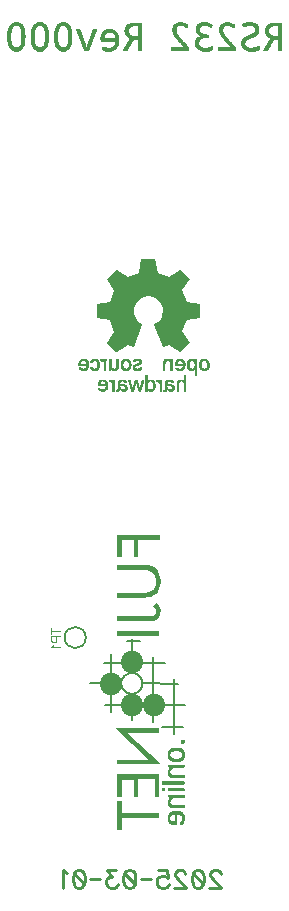
<source format=gbr>
G04 DipTrace 3.3.1.3*
G04 BottomSilk.gbr*
%MOIN*%
G04 #@! TF.FileFunction,Legend,Bot*
G04 #@! TF.Part,Single*
%ADD12C,0.003*%
%ADD13C,0.007874*%
%ADD16C,0.005906*%
%ADD32O,0.074027X0.074711*%
%ADD33O,0.073993X0.074711*%
%ADD34O,0.073959X0.074711*%
G04 #@! TA.AperFunction,ComponentDrill*
%ADD68C,0.004632*%
%ADD69C,0.009264*%
%FSLAX26Y26*%
G04*
G70*
G90*
G75*
G01*
G04 BotSilk*
%LPD*%
X758763Y1506776D2*
D13*
G02X758763Y1506776I35433J0D01*
G01*
G36*
X932788Y1528899D2*
X1074602D1*
Y1511968D1*
X932788D1*
Y1528899D1*
G37*
G36*
X932313Y962314D2*
Y864864D1*
X948692D1*
Y905025D1*
X1074704D1*
Y922251D1*
X948692D1*
Y962314D1*
X932313D1*
G37*
G36*
Y1050510D2*
Y975307D1*
X948420D1*
Y1033284D1*
X988842D1*
Y975307D1*
X1004373D1*
Y1033580D1*
X1059173D1*
Y975307D1*
X1074704D1*
Y1050510D1*
X932313D1*
G37*
G36*
X1074636Y1204067D2*
X926073D1*
X1040454Y1099924D1*
X932008D1*
Y1083781D1*
X1081486D1*
X967716Y1187924D1*
X1074636D1*
Y1204067D1*
G37*
G36*
X933059Y1579002D2*
Y1561973D1*
X1045812D1*
X1055171Y1562957D1*
X1062021Y1565024D1*
X1067311Y1567879D1*
X1071109Y1571029D1*
X1074466Y1575655D1*
X1076738Y1580970D1*
X1077823Y1587270D1*
X1078536Y1595046D1*
Y1600460D1*
X1077213Y1605677D1*
X1073517Y1613158D1*
X1070024Y1618178D1*
X1064666Y1623100D1*
X1053136Y1611583D1*
X1057206Y1608040D1*
X1059749Y1604693D1*
X1062123Y1599968D1*
X1062971Y1597606D1*
X1063344Y1594751D1*
X1063106Y1590518D1*
X1062530Y1588156D1*
X1061716Y1586384D1*
X1060326Y1584317D1*
X1058020Y1582250D1*
X1055273Y1580675D1*
X1053306Y1579789D1*
X1050898Y1579494D1*
X1048152Y1579100D1*
X1046049Y1578903D1*
X933059Y1579002D1*
G37*
G36*
X932957Y1749292D2*
Y1732066D1*
X1024211D1*
X1032417Y1731574D1*
X1041437Y1729507D1*
X1049033Y1726062D1*
X1053069Y1723010D1*
X1056799Y1718581D1*
X1060190Y1711887D1*
X1062394Y1702339D1*
X1062801Y1694268D1*
X1061716Y1683046D1*
X1059274Y1675073D1*
X1055815Y1669167D1*
X1053069Y1666116D1*
X1047372Y1661981D1*
X1038860Y1658635D1*
X1025499Y1656666D1*
X1012613D1*
X932889D1*
Y1639440D1*
X1021125D1*
X1036554Y1640621D1*
X1048185Y1643476D1*
X1056934Y1647610D1*
X1063852Y1652926D1*
X1069346Y1659324D1*
X1073618Y1667100D1*
X1076806Y1677140D1*
X1078502Y1692004D1*
Y1695843D1*
X1077552Y1708344D1*
X1074670Y1719467D1*
X1070668Y1727735D1*
X1065446Y1734626D1*
X1058325Y1740433D1*
X1049644Y1744961D1*
X1037775Y1748111D1*
X1021227Y1749391D1*
X932957Y1749292D1*
G37*
X983518Y1500648D2*
D16*
Y1390993D1*
X891654Y1422886D2*
X1093117D1*
X968190Y1495727D2*
X1009968D1*
X912373Y1452711D2*
Y1258206D1*
X844993Y1353687D2*
X946284D1*
X894265Y1281731D2*
X1160091D1*
X1123433Y1369042D2*
X1122789Y1185168D1*
D32*
X911780Y1352850D3*
G36*
X932652Y1774098D2*
Y1849203D1*
X1075517D1*
Y1831878D1*
X1004543D1*
Y1774098D1*
X989045D1*
Y1832370D1*
X948556D1*
Y1774098D1*
X932652D1*
G37*
D33*
X984400Y1424608D3*
Y1282470D3*
D34*
X1056205D3*
X947335Y1354425D2*
D16*
X947421Y1356852D1*
X947679Y1359268D1*
X948108Y1361659D1*
X948705Y1364016D1*
X949467Y1366326D1*
X950392Y1368578D1*
X951473Y1370761D1*
X952707Y1372864D1*
X954087Y1374878D1*
X955606Y1376792D1*
X957257Y1378596D1*
X959032Y1380284D1*
X960922Y1381845D1*
X962919Y1383272D1*
X965011Y1384559D1*
X967190Y1385700D1*
X969444Y1386687D1*
X971763Y1387518D1*
X974135Y1388188D1*
X976548Y1388693D1*
X978992Y1389031D1*
X981453Y1389200D1*
X983921D1*
X986382Y1389031D1*
X988826Y1388693D1*
X991239Y1388188D1*
X993611Y1387518D1*
X995930Y1386687D1*
X998184Y1385700D1*
X1000363Y1384559D1*
X1002456Y1383272D1*
X1004452Y1381845D1*
X1006342Y1380284D1*
X1008117Y1378596D1*
X1009768Y1376792D1*
X1011287Y1374878D1*
X1012667Y1372864D1*
X1013901Y1370761D1*
X1014983Y1368578D1*
X1015907Y1366326D1*
X1016669Y1364016D1*
X1017266Y1361659D1*
X1017695Y1359268D1*
X1017953Y1356852D1*
X1018039Y1354425D1*
X1017953Y1351998D1*
X1017695Y1349582D1*
X1017266Y1347190D1*
X1016669Y1344834D1*
X1015907Y1342524D1*
X1014983Y1340272D1*
X1013901Y1338089D1*
X1012667Y1335986D1*
X1011287Y1333972D1*
X1009768Y1332058D1*
X1008117Y1330253D1*
X1006342Y1328566D1*
X1004452Y1327005D1*
X1002456Y1325577D1*
X1000363Y1324290D1*
X998184Y1323150D1*
X995930Y1322162D1*
X993611Y1321332D1*
X991239Y1320662D1*
X988826Y1320157D1*
X986382Y1319819D1*
X983921Y1319650D1*
X981453D1*
X978992Y1319819D1*
X976548Y1320157D1*
X974135Y1320662D1*
X971763Y1321332D1*
X969444Y1322162D1*
X967190Y1323150D1*
X965011Y1324290D1*
X962919Y1325577D1*
X960922Y1327005D1*
X959032Y1328566D1*
X957257Y1330253D1*
X955606Y1332058D1*
X954087Y1333972D1*
X952707Y1335986D1*
X951473Y1338089D1*
X950392Y1340272D1*
X949467Y1342524D1*
X948705Y1344834D1*
X948108Y1347190D1*
X947679Y1349582D1*
X947421Y1351998D1*
X947335Y1354425D1*
X1083486Y1209776D2*
X1154767D1*
X1053509Y1442966D2*
Y1225132D1*
X983552Y1233105D2*
Y1311754D1*
X1019531Y1353687D2*
X1136794Y1353096D1*
G36*
X1105557Y2482234D2*
X1088392Y2475169D1*
X1086167Y2476224D1*
X1056605Y2548761D1*
X1057104Y2550642D1*
X1063280Y2553853D1*
X1068866Y2557983D1*
X1074043Y2562800D1*
X1079083Y2569361D1*
X1082080Y2575830D1*
X1084759Y2583492D1*
X1086031Y2590512D1*
X1086303Y2598816D1*
X1085168Y2606249D1*
X1083760Y2611341D1*
X1080854Y2617994D1*
X1076903Y2624280D1*
X1072045Y2629969D1*
X1066096Y2635016D1*
X1059875Y2638686D1*
X1052473Y2641852D1*
X1044934Y2643641D1*
X1037850Y2644238D1*
X1032401Y2643825D1*
X1024636Y2642402D1*
X1017325Y2639741D1*
X1011013Y2636117D1*
X1005337Y2631942D1*
X999615Y2625885D1*
X995619Y2620059D1*
X991986Y2612626D1*
X990033Y2605698D1*
X989307Y2600376D1*
X989034Y2592989D1*
X989806Y2585786D1*
X991895Y2578262D1*
X995346Y2570646D1*
X999706Y2564681D1*
X1004474Y2559543D1*
X1010604Y2554863D1*
X1017597Y2550917D1*
X1018506Y2549632D1*
X1018324Y2548027D1*
X988807Y2475857D1*
X986627Y2475123D1*
X969281Y2482280D1*
X932407Y2457642D1*
X931454D1*
X899939Y2488887D1*
X899848Y2490217D1*
X924687Y2526876D1*
X909339Y2563993D1*
X865018Y2572618D1*
X865109Y2618223D1*
X909566Y2626803D1*
X924733Y2663461D1*
X899303Y2701267D1*
X931817Y2733521D1*
X969099Y2708378D1*
X1006063Y2723427D1*
X1014691Y2767793D1*
X1060374Y2767885D1*
X1069184Y2723473D1*
X1105921Y2708287D1*
X1143339Y2733429D1*
X1175717Y2701267D1*
X1150559Y2663874D1*
X1165726Y2626895D1*
X1210138Y2618269D1*
Y2572527D1*
X1165726Y2563764D1*
X1150650Y2527518D1*
X1175626Y2489804D1*
X1143430Y2457184D1*
X1106511Y2482188D1*
X1105557Y2482234D1*
G37*
X590273Y3558056D2*
D12*
X603773D1*
X668273D2*
X681773D1*
X746273D2*
X759773D1*
X1136273D2*
X1151273D1*
X1214273D2*
X1230773D1*
X1292273D2*
X1307273D1*
X1364273D2*
X1383773D1*
X586876Y3556556D2*
X606710D1*
X664876D2*
X684710D1*
X742876D2*
X762710D1*
X980273D2*
X1013273D1*
X1132818D2*
X1154960D1*
X1210818D2*
X1235614D1*
X1288818D2*
X1310960D1*
X1358815D2*
X1388095D1*
X1448273D2*
X1481273D1*
X584068Y3555056D2*
X609459D1*
X662068D2*
X687459D1*
X740068D2*
X765459D1*
X975951D2*
X1013273D1*
X1129824D2*
X1158338D1*
X1207818D2*
X1239724D1*
X1285824D2*
X1314338D1*
X1354631D2*
X1391706D1*
X1443951D2*
X1481273D1*
X581847Y3553556D2*
X611844D1*
X659847D2*
X689844D1*
X737847D2*
X767844D1*
X972341D2*
X1013273D1*
X1127297D2*
X1161353D1*
X1205244D2*
X1243027D1*
X1283297D2*
X1317353D1*
X1351553D2*
X1394533D1*
X1440341D2*
X1481273D1*
X580013Y3552056D2*
X613798D1*
X658013D2*
X691798D1*
X736013D2*
X769798D1*
X969514D2*
X1013273D1*
X1125263D2*
X1163967D1*
X1203072D2*
X1245748D1*
X1281263D2*
X1319967D1*
X1350302D2*
X1396726D1*
X1437514D2*
X1481273D1*
X578421Y3550556D2*
X615346D1*
X656421D2*
X693346D1*
X734421D2*
X771346D1*
X967320D2*
X1013273D1*
X1123722D2*
X1166070D1*
X1201363D2*
X1248100D1*
X1279722D2*
X1322070D1*
X1350551D2*
X1398497D1*
X1435320D2*
X1481273D1*
X577055Y3549056D2*
X616539D1*
X655055D2*
X694539D1*
X733055D2*
X772539D1*
X965550D2*
X1013273D1*
X1122469D2*
X1167722D1*
X1200079D2*
X1250273D1*
X1278469D2*
X1323722D1*
X1350882D2*
X1399935D1*
X1433550D2*
X1481273D1*
X575899Y3547556D2*
X590568D1*
X603948D2*
X617500D1*
X653899D2*
X668568D1*
X681948D2*
X695500D1*
X731899D2*
X746568D1*
X759948D2*
X773500D1*
X964111D2*
X1013273D1*
X1121390D2*
X1136574D1*
X1152716D2*
X1168118D1*
X1199076D2*
X1215842D1*
X1231979D2*
X1249006D1*
X1277390D2*
X1292574D1*
X1308716D2*
X1324118D1*
X1351332D2*
X1367825D1*
X1383184D2*
X1401070D1*
X1432111D2*
X1481273D1*
X574835Y3546056D2*
X588197D1*
X605627D2*
X618342D1*
X652835D2*
X666197D1*
X683627D2*
X696342D1*
X730835D2*
X744197D1*
X761627D2*
X774342D1*
X962971D2*
X982131D1*
X1002773D2*
X1013273D1*
X1120552D2*
X1134249D1*
X1155523D2*
X1167725D1*
X1198221D2*
X1213146D1*
X1235861D2*
X1247891D1*
X1276552D2*
X1290249D1*
X1311523D2*
X1323725D1*
X1351818D2*
X1361377D1*
X1386438D2*
X1401961D1*
X1430971D2*
X1450131D1*
X1470773D2*
X1481273D1*
X573838Y3544556D2*
X586247D1*
X607150D2*
X619127D1*
X651838D2*
X664247D1*
X685150D2*
X697127D1*
X729838D2*
X742247D1*
X763150D2*
X775127D1*
X962033D2*
X978510D1*
X1002773D2*
X1013273D1*
X1119905D2*
X1132444D1*
X1158151D2*
X1166998D1*
X1197482D2*
X1210952D1*
X1239398D2*
X1246841D1*
X1275905D2*
X1288444D1*
X1314151D2*
X1322998D1*
X1352273D2*
X1355273D1*
X1388937D2*
X1402650D1*
X1430033D2*
X1446510D1*
X1470773D2*
X1481273D1*
X573033Y3543056D2*
X584700D1*
X608470D2*
X619886D1*
X651033D2*
X662700D1*
X686470D2*
X697886D1*
X729033D2*
X740700D1*
X764470D2*
X775886D1*
X961205D2*
X975670D1*
X1002773D2*
X1013273D1*
X1119323D2*
X1131118D1*
X1160704D2*
X1165956D1*
X1196912D2*
X1209363D1*
X1242773D2*
X1245773D1*
X1275323D2*
X1287118D1*
X1316704D2*
X1321956D1*
X1390866D2*
X1403211D1*
X1429205D2*
X1443670D1*
X1470773D2*
X1481273D1*
X572398Y3541556D2*
X583507D1*
X609604D2*
X620592D1*
X650398D2*
X661507D1*
X687604D2*
X698592D1*
X728398D2*
X739507D1*
X765604D2*
X776592D1*
X960476D2*
X973617D1*
X1002773D2*
X1013273D1*
X1118841D2*
X1130147D1*
X1163273D2*
X1164773D1*
X1196569D2*
X1208253D1*
X1274841D2*
X1286147D1*
X1319273D2*
X1320773D1*
X1392327D2*
X1403752D1*
X1428476D2*
X1441617D1*
X1470773D2*
X1481273D1*
X571815Y3540056D2*
X582547D1*
X610472D2*
X621201D1*
X649815D2*
X660547D1*
X688472D2*
X699201D1*
X727815D2*
X738547D1*
X766472D2*
X777201D1*
X959910D2*
X972185D1*
X1002773D2*
X1013273D1*
X1118541D2*
X1129476D1*
X1196398D2*
X1207518D1*
X1274541D2*
X1285476D1*
X1393464D2*
X1404216D1*
X1427910D2*
X1440185D1*
X1470773D2*
X1481273D1*
X571282Y3538556D2*
X581710D1*
X611132D2*
X621729D1*
X649282D2*
X659710D1*
X689132D2*
X699729D1*
X727282D2*
X737710D1*
X767132D2*
X777729D1*
X959563D2*
X971172D1*
X1002773D2*
X1013273D1*
X1118387D2*
X1129093D1*
X1196322D2*
X1207109D1*
X1274387D2*
X1285093D1*
X1393880D2*
X1404510D1*
X1427563D2*
X1439172D1*
X1470773D2*
X1481273D1*
X570791Y3537056D2*
X580978D1*
X611720D2*
X622258D1*
X648791D2*
X658978D1*
X689720D2*
X700258D1*
X726791D2*
X736978D1*
X767720D2*
X778258D1*
X959339D2*
X970484D1*
X1002773D2*
X1013273D1*
X1118318D2*
X1128906D1*
X1196291D2*
X1206912D1*
X1274318D2*
X1284906D1*
X1394106D2*
X1404661D1*
X1427339D2*
X1438484D1*
X1470773D2*
X1481273D1*
X570278Y3535556D2*
X580411D1*
X612210D2*
X622724D1*
X648278D2*
X658411D1*
X690210D2*
X700724D1*
X726278D2*
X736411D1*
X768210D2*
X778724D1*
X900773D2*
X914273D1*
X959072D2*
X970096D1*
X1002773D2*
X1013273D1*
X1118290D2*
X1128825D1*
X1196280D2*
X1206827D1*
X1274290D2*
X1284825D1*
X1394207D2*
X1404729D1*
X1427072D2*
X1438096D1*
X1470773D2*
X1481273D1*
X569818Y3534056D2*
X580063D1*
X612564D2*
X623069D1*
X647818D2*
X658063D1*
X690564D2*
X701069D1*
X725818D2*
X736063D1*
X768564D2*
X779069D1*
X797273D2*
X807773D1*
X852773D2*
X863273D1*
X896964D2*
X917903D1*
X958682D2*
X969907D1*
X1002773D2*
X1013273D1*
X1118279D2*
X1128792D1*
X1196275D2*
X1206799D1*
X1274279D2*
X1284792D1*
X1394243D2*
X1404751D1*
X1426682D2*
X1437907D1*
X1470773D2*
X1481273D1*
X569476Y3532556D2*
X579839D1*
X612909D2*
X623411D1*
X647476D2*
X657839D1*
X690909D2*
X701411D1*
X725476D2*
X735839D1*
X768909D2*
X779411D1*
X797843D2*
X808523D1*
X852203D2*
X862755D1*
X893800D2*
X921083D1*
X958292D2*
X969825D1*
X1002773D2*
X1013273D1*
X1118275D2*
X1128780D1*
X1196280D2*
X1206839D1*
X1274275D2*
X1284780D1*
X1394200D2*
X1404709D1*
X1426292D2*
X1437825D1*
X1470773D2*
X1481273D1*
X569135Y3531056D2*
X579572D1*
X613337D2*
X623838D1*
X647135D2*
X657572D1*
X691337D2*
X701838D1*
X725135D2*
X735572D1*
X769337D2*
X779838D1*
X798482D2*
X809152D1*
X851565D2*
X862255D1*
X891257D2*
X923691D1*
X958079D2*
X969792D1*
X1002773D2*
X1013273D1*
X1118274D2*
X1128775D1*
X1196332D2*
X1207031D1*
X1274274D2*
X1284775D1*
X1393962D2*
X1404521D1*
X1426079D2*
X1437792D1*
X1470773D2*
X1481273D1*
X568708Y3529556D2*
X579182D1*
X613750D2*
X624250D1*
X646708D2*
X657182D1*
X691750D2*
X702250D1*
X724708D2*
X735182D1*
X769750D2*
X780250D1*
X799132D2*
X809782D1*
X850915D2*
X861774D1*
X889205D2*
X925794D1*
X958129D2*
X969780D1*
X1002773D2*
X1013273D1*
X1118279D2*
X1128780D1*
X1196529D2*
X1207442D1*
X1274279D2*
X1284780D1*
X1393408D2*
X1404158D1*
X1426129D2*
X1437780D1*
X1470773D2*
X1481273D1*
X568296Y3528056D2*
X578786D1*
X614022D2*
X624523D1*
X646296D2*
X656786D1*
X692022D2*
X702523D1*
X724296D2*
X734786D1*
X770022D2*
X780523D1*
X799716D2*
X810454D1*
X850330D2*
X861215D1*
X887454D2*
X927572D1*
X958424D2*
X969781D1*
X1002773D2*
X1013273D1*
X1118332D2*
X1128832D1*
X1196941D2*
X1208023D1*
X1274332D2*
X1284832D1*
X1392600D2*
X1403721D1*
X1426424D2*
X1437781D1*
X1470773D2*
X1481273D1*
X568024Y3526556D2*
X578520D1*
X614165D2*
X624665D1*
X646024D2*
X656520D1*
X692165D2*
X702665D1*
X724024D2*
X734520D1*
X770165D2*
X780665D1*
X800235D2*
X811120D1*
X849811D2*
X860573D1*
X885898D2*
X929140D1*
X958788D2*
X969833D1*
X1002773D2*
X1013273D1*
X1118523D2*
X1129029D1*
X1197522D2*
X1208708D1*
X1274523D2*
X1285029D1*
X1391646D2*
X1403262D1*
X1426788D2*
X1437833D1*
X1470773D2*
X1481273D1*
X567881Y3525056D2*
X578380D1*
X614230D2*
X624730D1*
X645881D2*
X656380D1*
X692230D2*
X702730D1*
X723881D2*
X734380D1*
X770230D2*
X780730D1*
X800766D2*
X811712D1*
X849280D2*
X859919D1*
X884553D2*
X899568D1*
X915704D2*
X930491D1*
X959093D2*
X970029D1*
X1002773D2*
X1013273D1*
X1118888D2*
X1129441D1*
X1198202D2*
X1209534D1*
X1274888D2*
X1285441D1*
X1390386D2*
X1402711D1*
X1427093D2*
X1438029D1*
X1470773D2*
X1481273D1*
X567816Y3523556D2*
X578315D1*
X614257D2*
X624757D1*
X645816D2*
X656315D1*
X692257D2*
X702757D1*
X723816D2*
X734315D1*
X770257D2*
X780757D1*
X801278D2*
X812233D1*
X848769D2*
X859332D1*
X883449D2*
X897197D1*
X918401D2*
X931596D1*
X959419D2*
X970447D1*
X1002773D2*
X1013273D1*
X1119325D2*
X1130022D1*
X1198975D2*
X1210677D1*
X1275325D2*
X1286022D1*
X1388581D2*
X1402066D1*
X1427419D2*
X1438447D1*
X1470773D2*
X1481273D1*
X567789Y3522056D2*
X578289D1*
X614267D2*
X624767D1*
X645789D2*
X656289D1*
X692267D2*
X702767D1*
X723789D2*
X734289D1*
X770267D2*
X780767D1*
X801766D2*
X812766D1*
X848286D2*
X858812D1*
X882525D2*
X895247D1*
X920594D2*
X932521D1*
X959847D2*
X971081D1*
X1002773D2*
X1013273D1*
X1119784D2*
X1130696D1*
X1199915D2*
X1212406D1*
X1275784D2*
X1286696D1*
X1386236D2*
X1401360D1*
X1427847D2*
X1439081D1*
X1470773D2*
X1481273D1*
X567779Y3520556D2*
X578279D1*
X614271D2*
X624771D1*
X645779D2*
X656279D1*
X692271D2*
X702771D1*
X723779D2*
X734279D1*
X770271D2*
X780771D1*
X802329D2*
X813277D1*
X847770D2*
X858280D1*
X881703D2*
X893700D1*
X922189D2*
X933349D1*
X960316D2*
X971957D1*
X1002773D2*
X1013273D1*
X1120335D2*
X1131417D1*
X1201133D2*
X1215211D1*
X1276335D2*
X1287417D1*
X1383492D2*
X1400571D1*
X1428316D2*
X1439957D1*
X1470773D2*
X1481273D1*
X567775Y3519056D2*
X578275D1*
X614273D2*
X624773D1*
X645775D2*
X656275D1*
X692273D2*
X702773D1*
X723775D2*
X734275D1*
X770273D2*
X780773D1*
X802972D2*
X813760D1*
X847265D2*
X857769D1*
X880976D2*
X892513D1*
X923352D2*
X934129D1*
X960837D2*
X973155D1*
X1002773D2*
X1013273D1*
X1120980D2*
X1132160D1*
X1202718D2*
X1220100D1*
X1276980D2*
X1288160D1*
X1380382D2*
X1399580D1*
X1428837D2*
X1441155D1*
X1470773D2*
X1481273D1*
X567774Y3517556D2*
X578274D1*
X614273D2*
X624779D1*
X645774D2*
X656274D1*
X692273D2*
X702779D1*
X723774D2*
X734274D1*
X770273D2*
X780779D1*
X803627D2*
X814276D1*
X846779D2*
X857280D1*
X880404D2*
X891605D1*
X924278D2*
X934886D1*
X961589D2*
X974782D1*
X1002773D2*
X1013273D1*
X1121686D2*
X1132960D1*
X1204808D2*
X1227669D1*
X1277686D2*
X1288960D1*
X1376884D2*
X1398223D1*
X1429589D2*
X1442782D1*
X1470773D2*
X1481273D1*
X567773Y3516056D2*
X578273D1*
X614273D2*
X624832D1*
X645773D2*
X656273D1*
X692273D2*
X702832D1*
X723773D2*
X734273D1*
X770273D2*
X780832D1*
X804214D2*
X814781D1*
X846217D2*
X856718D1*
X880010D2*
X890960D1*
X925047D2*
X935587D1*
X962647D2*
X977061D1*
X1002773D2*
X1013273D1*
X1122470D2*
X1133904D1*
X1207501D2*
X1236773D1*
X1278470D2*
X1289904D1*
X1373160D2*
X1396476D1*
X1430647D2*
X1445061D1*
X1470773D2*
X1481273D1*
X567773Y3514556D2*
X578273D1*
X614273D2*
X625017D1*
X645773D2*
X656273D1*
X692273D2*
X703017D1*
X723773D2*
X734273D1*
X770273D2*
X781017D1*
X804734D2*
X815268D1*
X845574D2*
X856074D1*
X879648D2*
X890587D1*
X925634D2*
X936148D1*
X963929D2*
X980125D1*
X1002773D2*
X1013273D1*
X1123402D2*
X1135061D1*
X1210746D2*
X1236773D1*
X1279402D2*
X1291061D1*
X1369521D2*
X1394417D1*
X1431929D2*
X1448125D1*
X1470773D2*
X1481273D1*
X567773Y3513056D2*
X578273D1*
X614273D2*
X625324D1*
X645773D2*
X656273D1*
X692273D2*
X703324D1*
X723773D2*
X734273D1*
X770273D2*
X781324D1*
X805266D2*
X815829D1*
X844920D2*
X855420D1*
X879213D2*
X890404D1*
X926034D2*
X936538D1*
X965340D2*
X983815D1*
X1002773D2*
X1013273D1*
X1124509D2*
X1136338D1*
X1214273D2*
X1236767D1*
X1280509D2*
X1292338D1*
X1366128D2*
X1392077D1*
X1433340D2*
X1451815D1*
X1470773D2*
X1481273D1*
X567773Y3511556D2*
X578273D1*
X614273D2*
X625517D1*
X645773D2*
X656273D1*
X692273D2*
X703517D1*
X723773D2*
X734273D1*
X770273D2*
X781517D1*
X805777D2*
X816472D1*
X844333D2*
X854833D1*
X878798D2*
X890324D1*
X926398D2*
X936899D1*
X966860D2*
X1013273D1*
X1125648D2*
X1137572D1*
X1210131D2*
X1236710D1*
X1281648D2*
X1293572D1*
X1362985D2*
X1389450D1*
X1434860D2*
X1481273D1*
X567773Y3510056D2*
X578273D1*
X614273D2*
X625419D1*
X645773D2*
X656273D1*
X692273D2*
X703419D1*
X723773D2*
X734273D1*
X770273D2*
X781419D1*
X806266D2*
X817127D1*
X843812D2*
X854312D1*
X878524D2*
X890292D1*
X926834D2*
X937334D1*
X968584D2*
X1013273D1*
X1126713D2*
X1138682D1*
X1206505D2*
X1236478D1*
X1282713D2*
X1294682D1*
X1360145D2*
X1386577D1*
X1436584D2*
X1481273D1*
X567773Y3508556D2*
X578273D1*
X614273D2*
X625174D1*
X645773D2*
X656273D1*
X692273D2*
X703174D1*
X723773D2*
X734273D1*
X770273D2*
X781174D1*
X806829D2*
X817714D1*
X843280D2*
X853780D1*
X878381D2*
X890280D1*
X927253D2*
X937749D1*
X970564D2*
X1013273D1*
X1127798D2*
X1139786D1*
X1203612D2*
X1235966D1*
X1283798D2*
X1295786D1*
X1357718D2*
X1383414D1*
X1438564D2*
X1481273D1*
X567773Y3507056D2*
X578273D1*
X614273D2*
X624976D1*
X645773D2*
X656273D1*
X692273D2*
X702976D1*
X723773D2*
X734273D1*
X770273D2*
X780976D1*
X807472D2*
X818234D1*
X842769D2*
X853269D1*
X878316D2*
X890275D1*
X927549D2*
X938022D1*
X972504D2*
X1013273D1*
X1129018D2*
X1141020D1*
X1201362D2*
X1235273D1*
X1285018D2*
X1297020D1*
X1355698D2*
X1379896D1*
X1440504D2*
X1481273D1*
X567773Y3505556D2*
X578273D1*
X614273D2*
X624863D1*
X645773D2*
X656273D1*
X692273D2*
X702863D1*
X723773D2*
X734273D1*
X770273D2*
X780863D1*
X808127D2*
X818766D1*
X842286D2*
X852780D1*
X878289D2*
X938165D1*
X974143D2*
X1013273D1*
X1130322D2*
X1142380D1*
X1199517D2*
X1216312D1*
X1286322D2*
X1298380D1*
X1353954D2*
X1376164D1*
X1442143D2*
X1481273D1*
X567773Y3504056D2*
X578273D1*
X614273D2*
X624810D1*
X645773D2*
X656273D1*
X692273D2*
X702810D1*
X723773D2*
X734273D1*
X770273D2*
X780810D1*
X808714D2*
X819277D1*
X841770D2*
X852218D1*
X878279D2*
X938230D1*
X974584D2*
X1013273D1*
X1131566D2*
X1143810D1*
X1197928D2*
X1212917D1*
X1287566D2*
X1299810D1*
X1352399D2*
X1372528D1*
X1442584D2*
X1481273D1*
X567773Y3502556D2*
X578273D1*
X614273D2*
X624787D1*
X645773D2*
X656273D1*
X692273D2*
X702787D1*
X723773D2*
X734273D1*
X770273D2*
X780787D1*
X809240D2*
X819760D1*
X841265D2*
X851574D1*
X878281D2*
X938257D1*
X974266D2*
X1013273D1*
X1132680D2*
X1145230D1*
X1196614D2*
X1210250D1*
X1288680D2*
X1301230D1*
X1351053D2*
X1369187D1*
X1442266D2*
X1481273D1*
X567773Y3501056D2*
X578273D1*
X614273D2*
X624778D1*
X645773D2*
X656273D1*
X692273D2*
X702778D1*
X723773D2*
X734273D1*
X770273D2*
X780778D1*
X809819D2*
X820276D1*
X840779D2*
X850920D1*
X878337D2*
X938267D1*
X973736D2*
X986505D1*
X1002773D2*
X1013273D1*
X1133785D2*
X1146529D1*
X1195649D2*
X1208290D1*
X1289785D2*
X1302529D1*
X1349955D2*
X1366235D1*
X1441736D2*
X1454505D1*
X1470773D2*
X1481273D1*
X567773Y3499556D2*
X578273D1*
X614273D2*
X624775D1*
X645773D2*
X656273D1*
X692273D2*
X702775D1*
X723773D2*
X734273D1*
X770273D2*
X780775D1*
X810469D2*
X820781D1*
X840217D2*
X850333D1*
X878568D2*
X938271D1*
X973035D2*
X985383D1*
X1002773D2*
X1013273D1*
X1135020D2*
X1147666D1*
X1194944D2*
X1206900D1*
X1291020D2*
X1303666D1*
X1349084D2*
X1363760D1*
X1441035D2*
X1453383D1*
X1470773D2*
X1481273D1*
X567779Y3498056D2*
X578279D1*
X614273D2*
X624768D1*
X645779D2*
X656279D1*
X692273D2*
X702768D1*
X723779D2*
X734279D1*
X770273D2*
X780768D1*
X811126D2*
X821268D1*
X839574D2*
X849812D1*
X879081D2*
X938273D1*
X972180D2*
X984324D1*
X1002773D2*
X1013273D1*
X1136380D2*
X1148780D1*
X1194337D2*
X1205856D1*
X1292380D2*
X1304780D1*
X1348447D2*
X1361776D1*
X1440180D2*
X1452324D1*
X1470773D2*
X1481273D1*
X567832Y3496556D2*
X578332D1*
X614267D2*
X624715D1*
X645832D2*
X656332D1*
X692267D2*
X702715D1*
X723832D2*
X734332D1*
X770267D2*
X780715D1*
X811713D2*
X821829D1*
X838920D2*
X849280D1*
X879773D2*
X938273D1*
X971228D2*
X983284D1*
X1002773D2*
X1013273D1*
X1137815D2*
X1150018D1*
X1193846D2*
X1205034D1*
X1293815D2*
X1306018D1*
X1348026D2*
X1360261D1*
X1439228D2*
X1451284D1*
X1470773D2*
X1481273D1*
X568023Y3495056D2*
X578523D1*
X614215D2*
X624523D1*
X646023D2*
X656523D1*
X692215D2*
X702523D1*
X724023D2*
X734523D1*
X770215D2*
X780523D1*
X812234D2*
X822472D1*
X838333D2*
X848769D1*
X927767D2*
X938267D1*
X970315D2*
X982335D1*
X1002773D2*
X1013273D1*
X1139289D2*
X1151379D1*
X1193542D2*
X1204431D1*
X1295289D2*
X1307379D1*
X1347653D2*
X1359207D1*
X1438315D2*
X1450335D1*
X1470773D2*
X1481273D1*
X568382Y3493556D2*
X578882D1*
X614023D2*
X624164D1*
X646382D2*
X656882D1*
X692023D2*
X702164D1*
X724382D2*
X734882D1*
X770023D2*
X780164D1*
X812766D2*
X823127D1*
X837812D2*
X848280D1*
X927715D2*
X938215D1*
X969467D2*
X981474D1*
X1002773D2*
X1013273D1*
X1140779D2*
X1152815D1*
X1193387D2*
X1204076D1*
X1296779D2*
X1308815D1*
X1347215D2*
X1358465D1*
X1437467D2*
X1449474D1*
X1470773D2*
X1481273D1*
X568767Y3492056D2*
X579267D1*
X613664D2*
X623780D1*
X646767D2*
X657267D1*
X691664D2*
X701780D1*
X724767D2*
X735267D1*
X769664D2*
X779780D1*
X813277D2*
X823714D1*
X837280D2*
X847718D1*
X927523D2*
X938023D1*
X968625D2*
X980628D1*
X1002773D2*
X1013273D1*
X1142275D2*
X1154289D1*
X1193318D2*
X1203900D1*
X1298275D2*
X1310289D1*
X1346798D2*
X1357845D1*
X1436625D2*
X1448628D1*
X1470773D2*
X1481273D1*
X569034Y3490556D2*
X579534D1*
X613274D2*
X623512D1*
X647034D2*
X657534D1*
X691274D2*
X701512D1*
X725034D2*
X735534D1*
X769274D2*
X779512D1*
X813766D2*
X824234D1*
X836769D2*
X847074D1*
X927158D2*
X937664D1*
X967713D2*
X979714D1*
X1002773D2*
X1013273D1*
X1143774D2*
X1155779D1*
X1193290D2*
X1203823D1*
X1299774D2*
X1311779D1*
X1346530D2*
X1357355D1*
X1435713D2*
X1447714D1*
X1470773D2*
X1481273D1*
X569226Y3489056D2*
X579726D1*
X612959D2*
X623320D1*
X647226D2*
X657726D1*
X690959D2*
X701320D1*
X725226D2*
X735726D1*
X768959D2*
X779320D1*
X814329D2*
X824760D1*
X836286D2*
X846420D1*
X926721D2*
X937274D1*
X966734D2*
X978740D1*
X1002773D2*
X1013273D1*
X1145273D2*
X1157275D1*
X1193279D2*
X1203797D1*
X1301273D2*
X1313275D1*
X1346440D2*
X1357102D1*
X1434734D2*
X1446740D1*
X1470773D2*
X1481273D1*
X569481Y3487556D2*
X579987D1*
X612629D2*
X623065D1*
X647481D2*
X657987D1*
X690629D2*
X701065D1*
X725481D2*
X735987D1*
X768629D2*
X779065D1*
X814972D2*
X825225D1*
X835770D2*
X845833D1*
X926262D2*
X936959D1*
X965766D2*
X977819D1*
X1002773D2*
X1013273D1*
X1146767D2*
X1158774D1*
X1193281D2*
X1203838D1*
X1302767D2*
X1314774D1*
X1346566D2*
X1357137D1*
X1433766D2*
X1445819D1*
X1470773D2*
X1481273D1*
X569872Y3486056D2*
X580425D1*
X612200D2*
X622674D1*
X647872D2*
X658425D1*
X690200D2*
X700674D1*
X725872D2*
X736425D1*
X768200D2*
X778674D1*
X815627D2*
X825569D1*
X835265D2*
X845312D1*
X925711D2*
X936623D1*
X964777D2*
X976974D1*
X1002773D2*
X1013273D1*
X1148215D2*
X1160273D1*
X1193332D2*
X1204031D1*
X1304215D2*
X1316273D1*
X1346898D2*
X1357433D1*
X1432777D2*
X1444974D1*
X1470773D2*
X1481273D1*
X570320Y3484556D2*
X581017D1*
X611731D2*
X622227D1*
X648320D2*
X659017D1*
X689731D2*
X700227D1*
X726320D2*
X737017D1*
X767731D2*
X778227D1*
X816214D2*
X825911D1*
X834785D2*
X844780D1*
X925066D2*
X936148D1*
X963766D2*
X976178D1*
X1002773D2*
X1013273D1*
X1149523D2*
X1161767D1*
X1193523D2*
X1204447D1*
X1305523D2*
X1317767D1*
X1347278D2*
X1357848D1*
X1431766D2*
X1444178D1*
X1470773D2*
X1481273D1*
X570782Y3483056D2*
X581700D1*
X611215D2*
X621764D1*
X648782D2*
X659700D1*
X689215D2*
X699764D1*
X726782D2*
X737700D1*
X767215D2*
X777764D1*
X816734D2*
X826344D1*
X834270D2*
X844269D1*
X924360D2*
X935540D1*
X962829D2*
X975405D1*
X1002773D2*
X1013273D1*
X1150664D2*
X1163215D1*
X1193888D2*
X1205081D1*
X1306664D2*
X1319215D1*
X1347589D2*
X1358349D1*
X1430829D2*
X1443405D1*
X1470773D2*
X1481273D1*
X571334Y3481556D2*
X582475D1*
X610510D2*
X621212D1*
X649334D2*
X660475D1*
X688510D2*
X699212D1*
X727334D2*
X738475D1*
X766510D2*
X777212D1*
X817266D2*
X826809D1*
X833765D2*
X843780D1*
X923571D2*
X934856D1*
X961972D2*
X974599D1*
X1002773D2*
X1013273D1*
X1151780D2*
X1164523D1*
X1194325D2*
X1205952D1*
X1307780D2*
X1320523D1*
X1347924D2*
X1359099D1*
X1429972D2*
X1442599D1*
X1470773D2*
X1481273D1*
X571980Y3480056D2*
X583415D1*
X609590D2*
X620566D1*
X649980D2*
X661415D1*
X687590D2*
X698566D1*
X727980D2*
X739415D1*
X765590D2*
X776566D1*
X817777D2*
X827272D1*
X833285D2*
X843218D1*
X922574D2*
X934132D1*
X961127D2*
X973703D1*
X1002773D2*
X1013273D1*
X1153018D2*
X1165664D1*
X1194784D2*
X1207096D1*
X1309018D2*
X1321664D1*
X1348399D2*
X1360219D1*
X1429127D2*
X1441703D1*
X1470773D2*
X1481273D1*
X572686Y3478556D2*
X584680D1*
X608430D2*
X619860D1*
X650686D2*
X662680D1*
X686430D2*
X697860D1*
X728686D2*
X740680D1*
X764430D2*
X775860D1*
X818266D2*
X827780D1*
X832770D2*
X842574D1*
X921164D2*
X933387D1*
X960214D2*
X972736D1*
X1002773D2*
X1013273D1*
X1154379D2*
X1166774D1*
X1195341D2*
X1208532D1*
X1310379D2*
X1322774D1*
X1349007D2*
X1361808D1*
X1428214D2*
X1440736D1*
X1470773D2*
X1481273D1*
X573464Y3477056D2*
X586252D1*
X607003D2*
X619077D1*
X651464D2*
X664252D1*
X685003D2*
X697077D1*
X729464D2*
X742252D1*
X763003D2*
X775077D1*
X818829D2*
X828287D1*
X832261D2*
X841920D1*
X919226D2*
X932587D1*
X959240D2*
X971817D1*
X1002773D2*
X1013273D1*
X1155815D2*
X1167954D1*
X1196039D2*
X1210451D1*
X1247273D2*
X1250273D1*
X1311815D2*
X1323954D1*
X1349696D2*
X1364071D1*
X1403273D2*
X1406273D1*
X1427240D2*
X1439817D1*
X1470773D2*
X1481273D1*
X574349Y3475556D2*
X590482D1*
X603254D2*
X618145D1*
X652349D2*
X668482D1*
X681254D2*
X696145D1*
X730349D2*
X746482D1*
X759254D2*
X774145D1*
X819472D2*
X828808D1*
X831738D2*
X841333D1*
X882773D2*
X887273D1*
X916810D2*
X931643D1*
X958319D2*
X970968D1*
X1002773D2*
X1013273D1*
X1157288D2*
X1169065D1*
X1196936D2*
X1213127D1*
X1242669D2*
X1250273D1*
X1313288D2*
X1325065D1*
X1350473D2*
X1367128D1*
X1397169D2*
X1406273D1*
X1426319D2*
X1438968D1*
X1470773D2*
X1481273D1*
X575324Y3474056D2*
X597099D1*
X597452D2*
X617031D1*
X653324D2*
X675099D1*
X675452D2*
X695031D1*
X731324D2*
X753099D1*
X753452D2*
X773031D1*
X820127D2*
X829479D1*
X831068D2*
X840812D1*
X882773D2*
X893273D1*
X914097D2*
X930474D1*
X957469D2*
X970125D1*
X1002773D2*
X1013273D1*
X1113773D2*
X1169892D1*
X1198085D2*
X1216533D1*
X1237596D2*
X1250273D1*
X1269773D2*
X1325892D1*
X1351415D2*
X1370816D1*
X1390596D2*
X1406273D1*
X1425469D2*
X1438125D1*
X1470773D2*
X1481273D1*
X576347Y3472556D2*
X615840D1*
X654347D2*
X693840D1*
X732347D2*
X771840D1*
X820714D2*
X840280D1*
X882779D2*
X929091D1*
X956626D2*
X969213D1*
X1002773D2*
X1013273D1*
X1113773D2*
X1170372D1*
X1199460D2*
X1250267D1*
X1269773D2*
X1326372D1*
X1352633D2*
X1406267D1*
X1424626D2*
X1437213D1*
X1470773D2*
X1481273D1*
X577584Y3471056D2*
X614578D1*
X655584D2*
X692578D1*
X733584D2*
X770578D1*
X821234D2*
X839769D1*
X882849D2*
X927463D1*
X955713D2*
X968240D1*
X1002773D2*
X1013273D1*
X1113773D2*
X1170607D1*
X1201085D2*
X1250197D1*
X1269773D2*
X1326607D1*
X1354212D2*
X1406197D1*
X1423713D2*
X1436240D1*
X1470773D2*
X1481273D1*
X579215Y3469556D2*
X613075D1*
X657215D2*
X691075D1*
X735215D2*
X769075D1*
X821760D2*
X839285D1*
X883025D2*
X925517D1*
X954735D2*
X967323D1*
X1002773D2*
X1013273D1*
X1113773D2*
X1170709D1*
X1203035D2*
X1250021D1*
X1269773D2*
X1326709D1*
X1356257D2*
X1406021D1*
X1422735D2*
X1435323D1*
X1470773D2*
X1481273D1*
X581256Y3468056D2*
X611215D1*
X659256D2*
X689215D1*
X737256D2*
X767215D1*
X822223D2*
X838762D1*
X883989D2*
X923145D1*
X953774D2*
X966518D1*
X1002773D2*
X1013273D1*
X1113773D2*
X1170750D1*
X1205464D2*
X1249057D1*
X1269773D2*
X1326750D1*
X1358834D2*
X1405034D1*
X1421774D2*
X1434518D1*
X1470773D2*
X1481273D1*
X583786Y3466556D2*
X608992D1*
X661786D2*
X686992D1*
X739786D2*
X764992D1*
X822538D2*
X838245D1*
X886719D2*
X920180D1*
X952798D2*
X965846D1*
X1002773D2*
X1013273D1*
X1113773D2*
X1170765D1*
X1208662D2*
X1246328D1*
X1269773D2*
X1326765D1*
X1362041D2*
X1402043D1*
X1420798D2*
X1433846D1*
X1470773D2*
X1481273D1*
X586876Y3465056D2*
X606453D1*
X664876D2*
X684453D1*
X742876D2*
X762453D1*
X822773D2*
X837773D1*
X890468D2*
X916616D1*
X951773D2*
X965273D1*
X1002773D2*
X1013273D1*
X1113773D2*
X1170773D1*
X1212738D2*
X1242578D1*
X1269773D2*
X1326773D1*
X1365953D2*
X1397773D1*
X1419773D2*
X1433273D1*
X1470773D2*
X1481273D1*
X590273Y3463556D2*
X603773D1*
X668273D2*
X681773D1*
X746273D2*
X759773D1*
X894773D2*
X912773D1*
X1217273D2*
X1238273D1*
X1370273D2*
X1392773D1*
X1146522Y1164222D2*
X1155522D1*
X1146522Y1162722D2*
X1155522D1*
X1146522Y1161222D2*
X1155516D1*
X1146522Y1159722D2*
X1155459D1*
X1146522Y1158222D2*
X1155227D1*
X1146522Y1156722D2*
X1154714D1*
X1146522Y1155222D2*
X1154022D1*
X1119522Y1140222D2*
X1139022D1*
X1116073Y1138722D2*
X1142651D1*
X1113125Y1137222D2*
X1145825D1*
X1110737Y1135722D2*
X1148381D1*
X1108877Y1134222D2*
X1150287D1*
X1107408Y1132722D2*
X1151659D1*
X1106171Y1131222D2*
X1121674D1*
X1136869D2*
X1152698D1*
X1105143Y1129722D2*
X1117177D1*
X1141367D2*
X1153566D1*
X1104307Y1128222D2*
X1113840D1*
X1144710D2*
X1154316D1*
X1103691Y1126722D2*
X1111272D1*
X1147006D2*
X1154941D1*
X1103330Y1125222D2*
X1110111D1*
X1148544D2*
X1155475D1*
X1103151Y1123722D2*
X1109284D1*
X1149599D2*
X1156006D1*
X1103072Y1122222D2*
X1108621D1*
X1150302D2*
X1156467D1*
X1103040Y1120722D2*
X1108108D1*
X1150696D2*
X1156759D1*
X1103028Y1119222D2*
X1107795D1*
X1150887D2*
X1156910D1*
X1103024Y1117722D2*
X1107643D1*
X1150970D2*
X1156972D1*
X1103023Y1116222D2*
X1107626D1*
X1150997D2*
X1156947D1*
X1103022Y1114722D2*
X1107794D1*
X1150951D2*
X1156766D1*
X1103028Y1113222D2*
X1108201D1*
X1150705D2*
X1156411D1*
X1103080Y1111722D2*
X1108832D1*
X1150098D2*
X1156022D1*
X1103277Y1110222D2*
X1109713D1*
X1149093D2*
X1155708D1*
X1103689Y1108722D2*
X1110962D1*
X1147721D2*
X1155372D1*
X1104271Y1107222D2*
X1112779D1*
X1145828D2*
X1154890D1*
X1104950Y1105722D2*
X1115407D1*
X1143162D2*
X1154230D1*
X1105724Y1104222D2*
X1118793D1*
X1139760D2*
X1153349D1*
X1106664Y1102722D2*
X1152207D1*
X1107887Y1101222D2*
X1150822D1*
X1109542Y1099722D2*
X1149075D1*
X1111996Y1098222D2*
X1146577D1*
X1115757Y1096722D2*
X1142798D1*
X1120986Y1095222D2*
X1137561D1*
X1127022Y1093722D2*
X1131522D1*
X1104522Y1083222D2*
X1107522D1*
X1104522Y1081722D2*
X1155522D1*
X1104545Y1080222D2*
X1155516D1*
X1104616Y1078722D2*
X1155459D1*
X1105319Y1077222D2*
X1155227D1*
X1107657Y1075722D2*
X1154714D1*
X1110522Y1074222D2*
X1154022D1*
X1109028Y1072722D2*
X1116817D1*
X1107580Y1071222D2*
X1114445D1*
X1106277Y1069722D2*
X1112501D1*
X1105195Y1068222D2*
X1111002D1*
X1104330Y1066722D2*
X1109953D1*
X1103700Y1065222D2*
X1109213D1*
X1103333Y1063722D2*
X1108593D1*
X1103152Y1062222D2*
X1108103D1*
X1103072Y1060722D2*
X1107850D1*
X1103040Y1059222D2*
X1107886D1*
X1103028Y1057722D2*
X1108188D1*
X1103024Y1056222D2*
X1108661D1*
X1103028Y1054722D2*
X1109236D1*
X1103081Y1053222D2*
X1110721D1*
X1103277Y1051722D2*
X1112800D1*
X1103695Y1050222D2*
X1115322D1*
X1104330Y1048722D2*
X1155522D1*
X1105212Y1047222D2*
X1155522D1*
X1106459Y1045722D2*
X1155522D1*
X1108241Y1044222D2*
X1155522D1*
X1110684Y1042722D2*
X1155522D1*
X1113522Y1041222D2*
X1155522D1*
X1083522Y1027722D2*
X1154022D1*
X1083522Y1026222D2*
X1154714D1*
X1083522Y1024722D2*
X1155139D1*
X1083522Y1023222D2*
X1155300D1*
X1083522Y1021722D2*
X1155165D1*
X1083522Y1020222D2*
X1154693D1*
X1083522Y1018722D2*
X1154022D1*
X1083522Y1005222D2*
X1089522D1*
X1104522D2*
X1154022D1*
X1083522Y1003722D2*
X1089522D1*
X1104522D2*
X1154714D1*
X1083522Y1002222D2*
X1089522D1*
X1104522D2*
X1155145D1*
X1083522Y1000722D2*
X1089522D1*
X1104522D2*
X1155363D1*
X1083522Y999222D2*
X1089522D1*
X1104522D2*
X1155464D1*
X1083522Y997722D2*
X1089522D1*
X1104522D2*
X1155522D1*
X1104522Y982722D2*
X1107522D1*
X1104522Y981222D2*
X1155522D1*
X1104545Y979722D2*
X1155516D1*
X1104616Y978222D2*
X1155459D1*
X1105319Y976722D2*
X1155227D1*
X1107657Y975222D2*
X1154714D1*
X1110522Y973722D2*
X1154022D1*
X1109028Y972222D2*
X1116817D1*
X1107580Y970722D2*
X1114445D1*
X1106277Y969222D2*
X1112501D1*
X1105195Y967722D2*
X1111002D1*
X1104330Y966222D2*
X1109953D1*
X1103700Y964722D2*
X1109213D1*
X1103333Y963222D2*
X1108593D1*
X1103152Y961722D2*
X1108103D1*
X1103072Y960222D2*
X1107850D1*
X1103040Y958722D2*
X1107886D1*
X1103028Y957222D2*
X1108188D1*
X1103024Y955722D2*
X1108661D1*
X1103028Y954222D2*
X1109236D1*
X1103081Y952722D2*
X1110721D1*
X1103277Y951222D2*
X1112800D1*
X1103695Y949722D2*
X1115322D1*
X1104330Y948222D2*
X1155522D1*
X1105212Y946722D2*
X1155522D1*
X1106459Y945222D2*
X1155522D1*
X1108241Y943722D2*
X1155522D1*
X1110684Y942222D2*
X1155522D1*
X1113522Y940722D2*
X1155522D1*
X1119522Y928722D2*
X1139022D1*
X1116124Y927222D2*
X1142651D1*
X1113316Y925722D2*
X1145825D1*
X1111096Y924222D2*
X1148381D1*
X1109261Y922722D2*
X1150287D1*
X1107675Y921222D2*
X1151659D1*
X1106362Y919722D2*
X1119885D1*
X1123727D2*
X1130022D1*
X1136869D2*
X1152698D1*
X1105398Y918222D2*
X1116312D1*
X1124604D2*
X1130022D1*
X1141367D2*
X1153566D1*
X1104693Y916722D2*
X1113616D1*
X1125107D2*
X1130022D1*
X1144710D2*
X1154316D1*
X1104086Y915222D2*
X1111778D1*
X1125350D2*
X1130022D1*
X1147006D2*
X1154941D1*
X1103595Y913722D2*
X1110509D1*
X1125456D2*
X1130022D1*
X1148544D2*
X1155475D1*
X1103291Y912222D2*
X1109541D1*
X1125498D2*
X1130022D1*
X1149599D2*
X1156006D1*
X1103136Y910722D2*
X1108757D1*
X1125513D2*
X1130022D1*
X1150302D2*
X1156467D1*
X1103067Y909222D2*
X1108170D1*
X1125519D2*
X1130022D1*
X1150696D2*
X1156759D1*
X1103038Y907722D2*
X1107821D1*
X1125521D2*
X1130022D1*
X1150887D2*
X1156910D1*
X1103028Y906222D2*
X1107653D1*
X1125521D2*
X1130022D1*
X1150970D2*
X1156978D1*
X1103024Y904722D2*
X1107629D1*
X1125522D2*
X1130022D1*
X1150997D2*
X1156999D1*
X1103022Y903222D2*
X1107796D1*
X1125522D2*
X1130022D1*
X1150956D2*
X1156957D1*
X1103028Y901722D2*
X1108202D1*
X1125522D2*
X1130022D1*
X1150764D2*
X1156770D1*
X1103080Y900222D2*
X1108832D1*
X1125522D2*
X1130022D1*
X1150348D2*
X1156406D1*
X1103277Y898722D2*
X1109713D1*
X1125522D2*
X1130022D1*
X1149714D2*
X1155969D1*
X1103689Y897222D2*
X1110985D1*
X1125498D2*
X1130022D1*
X1148843D2*
X1155511D1*
X1104271Y895722D2*
X1113031D1*
X1125428D2*
X1130022D1*
X1147716D2*
X1154960D1*
X1104950Y894222D2*
X1116587D1*
X1124725D2*
X1130022D1*
X1146456D2*
X1154315D1*
X1105730Y892722D2*
X1122023D1*
X1122387D2*
X1130022D1*
X1145291D2*
X1153609D1*
X1106723Y891222D2*
X1130022D1*
X1144317D2*
X1152819D1*
X1108137Y889722D2*
X1130022D1*
X1144014D2*
X1151824D1*
X1110132Y888222D2*
X1130022D1*
X1144272D2*
X1150434D1*
X1112780Y886722D2*
X1130022D1*
X1144642D2*
X1148600D1*
X1116005Y885222D2*
X1130022D1*
X1145022D2*
X1146522D1*
X1119522Y883722D2*
X1130022D1*
X1092900Y2435400D2*
X1103400D1*
X1110900D2*
X1116900D1*
X1136400D2*
X1146900D1*
X1175400D2*
X1184400D1*
X1191900D2*
X1197900D1*
X1217400D2*
X1229400D1*
X1091457Y2433900D2*
X1105359D1*
X1110838D2*
X1116207D1*
X1134213D2*
X1149779D1*
X1173213D2*
X1186873D1*
X1191624D2*
X1197900D1*
X1214752D2*
X1231586D1*
X1090155Y2432400D2*
X1106907D1*
X1110605D2*
X1115776D1*
X1132335D2*
X1152087D1*
X1171341D2*
X1189363D1*
X1191097D2*
X1197900D1*
X1212572D2*
X1233464D1*
X1089073Y2430900D2*
X1097757D1*
X1103099D2*
X1108186D1*
X1110092D2*
X1115558D1*
X1130814D2*
X1138252D1*
X1145099D2*
X1153826D1*
X1169867D2*
X1178700D1*
X1184099D2*
X1197900D1*
X1210982D2*
X1219252D1*
X1226099D2*
X1234985D1*
X1088207Y2429400D2*
X1095625D1*
X1105423D2*
X1115462D1*
X1129635D2*
X1136072D1*
X1147423D2*
X1155102D1*
X1168826D2*
X1176382D1*
X1186423D2*
X1197900D1*
X1209820D2*
X1217072D1*
X1228423D2*
X1236164D1*
X1087578Y2427900D2*
X1093972D1*
X1107229D2*
X1115423D1*
X1128724D2*
X1134488D1*
X1149229D2*
X1156046D1*
X1168090D2*
X1174629D1*
X1188229D2*
X1197900D1*
X1208894D2*
X1215488D1*
X1230229D2*
X1237075D1*
X1087211Y2426400D2*
X1093186D1*
X1108555D2*
X1115408D1*
X1128028D2*
X1133379D1*
X1150555D2*
X1156711D1*
X1167471D2*
X1173297D1*
X1189555D2*
X1197900D1*
X1208126D2*
X1214379D1*
X1231555D2*
X1237772D1*
X1087030Y2424900D2*
X1092516D1*
X1109526D2*
X1115402D1*
X1127464D2*
X1132644D1*
X1151526D2*
X1157142D1*
X1166975D2*
X1172833D1*
X1190526D2*
X1197900D1*
X1207544D2*
X1213644D1*
X1232526D2*
X1238335D1*
X1086950Y2423400D2*
X1091993D1*
X1110197D2*
X1115401D1*
X1126921D2*
X1132235D1*
X1152197D2*
X1157518D1*
X1166670D2*
X1172584D1*
X1191197D2*
X1197900D1*
X1207198D2*
X1213235D1*
X1233197D2*
X1238878D1*
X1086918Y2421900D2*
X1091676D1*
X1110580D2*
X1115400D1*
X1126457D2*
X1132038D1*
X1152581D2*
X1157957D1*
X1166514D2*
X1172471D1*
X1191580D2*
X1197900D1*
X1207025D2*
X1213038D1*
X1233580D2*
X1239342D1*
X1086906Y2420400D2*
X1091516D1*
X1110767D2*
X1115400D1*
X1126163D2*
X1131950D1*
X1152777D2*
X1158374D1*
X1166445D2*
X1172426D1*
X1191767D2*
X1197900D1*
X1206949D2*
X1212953D1*
X1233767D2*
X1239636D1*
X1086902Y2418900D2*
X1091445D1*
X1110848D2*
X1115400D1*
X1126012D2*
X1158648D1*
X1166416D2*
X1172409D1*
X1191848D2*
X1197900D1*
X1206918D2*
X1212919D1*
X1233848D2*
X1239787D1*
X1086900Y2417400D2*
X1091417D1*
X1110881D2*
X1115400D1*
X1125941D2*
X1158786D1*
X1166406D2*
X1172403D1*
X1191881D2*
X1197900D1*
X1206906D2*
X1212906D1*
X1233881D2*
X1239849D1*
X1086900Y2415900D2*
X1091406D1*
X1110893D2*
X1115400D1*
X1125900D2*
X1158798D1*
X1166402D2*
X1172401D1*
X1191893D2*
X1197900D1*
X1206902D2*
X1212902D1*
X1233893D2*
X1239824D1*
X1086900Y2414400D2*
X1091402D1*
X1110897D2*
X1115400D1*
X1152894D2*
X1158634D1*
X1166400D2*
X1172400D1*
X1191891D2*
X1197900D1*
X1206906D2*
X1212900D1*
X1233891D2*
X1239644D1*
X1086900Y2412900D2*
X1091400D1*
X1110899D2*
X1115400D1*
X1152841D2*
X1158285D1*
X1166406D2*
X1172400D1*
X1191840D2*
X1197900D1*
X1206958D2*
X1212906D1*
X1233840D2*
X1239289D1*
X1086900Y2411400D2*
X1091400D1*
X1110899D2*
X1115400D1*
X1152644D2*
X1157898D1*
X1166458D2*
X1172405D1*
X1191650D2*
X1197900D1*
X1207149D2*
X1212958D1*
X1233644D2*
X1238899D1*
X1086900Y2409900D2*
X1091400D1*
X1110900D2*
X1115400D1*
X1152226D2*
X1157585D1*
X1166649D2*
X1172464D1*
X1191285D2*
X1197900D1*
X1207514D2*
X1213155D1*
X1233226D2*
X1238586D1*
X1086900Y2408400D2*
X1091400D1*
X1110900D2*
X1115400D1*
X1151586D2*
X1157249D1*
X1167014D2*
X1172720D1*
X1190836D2*
X1197900D1*
X1207958D2*
X1213579D1*
X1232592D2*
X1238250D1*
X1086900Y2406900D2*
X1091400D1*
X1110900D2*
X1115400D1*
X1128900D2*
X1131900D1*
X1150633D2*
X1156768D1*
X1167458D2*
X1173205D1*
X1190242D2*
X1197900D1*
X1208469D2*
X1214301D1*
X1231692D2*
X1237768D1*
X1086900Y2405400D2*
X1091400D1*
X1110900D2*
X1115400D1*
X1128317D2*
X1133761D1*
X1149362D2*
X1156108D1*
X1167969D2*
X1174513D1*
X1189394D2*
X1197900D1*
X1209217D2*
X1215306D1*
X1230544D2*
X1237108D1*
X1086900Y2403900D2*
X1091400D1*
X1110900D2*
X1115400D1*
X1128475D2*
X1136828D1*
X1146258D2*
X1155215D1*
X1168723D2*
X1177576D1*
X1186524D2*
X1197900D1*
X1210280D2*
X1218501D1*
X1227864D2*
X1236221D1*
X1086900Y2402400D2*
X1091400D1*
X1110900D2*
X1115400D1*
X1129542D2*
X1141422D1*
X1141766D2*
X1153964D1*
X1169837D2*
X1182046D1*
X1182172D2*
X1197900D1*
X1211619D2*
X1223409D1*
X1223831D2*
X1235027D1*
X1086900Y2400900D2*
X1091400D1*
X1110900D2*
X1115400D1*
X1131208D2*
X1152181D1*
X1171350D2*
X1188624D1*
X1191900D2*
X1197900D1*
X1213255D2*
X1233476D1*
X1086900Y2399400D2*
X1091400D1*
X1110900D2*
X1115400D1*
X1133595D2*
X1149737D1*
X1173264D2*
X1186597D1*
X1191900D2*
X1197900D1*
X1215228D2*
X1231545D1*
X1086900Y2397900D2*
X1091400D1*
X1110900D2*
X1115400D1*
X1136400D2*
X1146900D1*
X1175400D2*
X1184400D1*
X1191900D2*
X1197900D1*
X1217400D2*
X1229400D1*
X1191900Y2396400D2*
X1197900D1*
X1191900Y2394900D2*
X1197900D1*
X1191900Y2393400D2*
X1197900D1*
X1191900Y2391900D2*
X1197900D1*
X1191900Y2390400D2*
X1197900D1*
X1191900Y2388900D2*
X1197900D1*
X1191900Y2387400D2*
X1197900D1*
X1191900Y2385900D2*
X1197900D1*
X1191900Y2384400D2*
X1197900D1*
X1191900Y2382900D2*
X1197900D1*
X815036Y2436088D2*
X825536D1*
X852536D2*
X863036D1*
X878036D2*
X884036D1*
X890036D2*
X896036D1*
X906536D2*
X912536D1*
X930536D2*
X936536D1*
X956036D2*
X968036D1*
X993536D2*
X1005536D1*
X812849Y2434588D2*
X828415D1*
X850349D2*
X865222D1*
X878036D2*
X885811D1*
X889760D2*
X895804D1*
X906536D2*
X912536D1*
X930536D2*
X936536D1*
X953388D2*
X970222D1*
X991349D2*
X1008357D1*
X810971Y2433088D2*
X830723D1*
X848471D2*
X867100D1*
X878036D2*
X887838D1*
X889234D2*
X895432D1*
X906536D2*
X912536D1*
X930536D2*
X936536D1*
X951208D2*
X972100D1*
X989483D2*
X1010468D1*
X809450Y2431588D2*
X816888D1*
X823735D2*
X832462D1*
X846950D2*
X856188D1*
X859383D2*
X868621D1*
X878036D2*
X895044D1*
X906536D2*
X912536D1*
X930536D2*
X936536D1*
X949618D2*
X957888D1*
X964735D2*
X973621D1*
X987874D2*
X997186D1*
X1003678D2*
X1012034D1*
X808271Y2430088D2*
X814708D1*
X826060D2*
X833738D1*
X845770D2*
X853184D1*
X862393D2*
X869800D1*
X882248D2*
X894781D1*
X906536D2*
X912536D1*
X930536D2*
X936536D1*
X948456D2*
X955708D1*
X967060D2*
X974800D1*
X987054D2*
X994154D1*
X1005798D2*
X1012554D1*
X807361Y2428588D2*
X813124D1*
X827865D2*
X834682D1*
X844851D2*
X850943D1*
X864649D2*
X870705D1*
X885273D2*
X894641D1*
X906536D2*
X912536D1*
X930536D2*
X936536D1*
X947531D2*
X954124D1*
X968865D2*
X975711D1*
X987178D2*
X992094D1*
X1007416D2*
X1012833D1*
X806664Y2427088D2*
X812015D1*
X829191D2*
X835347D1*
X844133D2*
X850145D1*
X865603D2*
X871355D1*
X887495D2*
X894578D1*
X906536D2*
X912536D1*
X930536D2*
X936536D1*
X946762D2*
X953015D1*
X970191D2*
X976408D1*
X987536D2*
X990536D1*
X1007901D2*
X1012951D1*
X806100Y2425588D2*
X811280D1*
X830162D2*
X835778D1*
X843536D2*
X849536D1*
X866360D2*
X871780D1*
X888547D2*
X894551D1*
X906536D2*
X912536D1*
X930536D2*
X936536D1*
X946181D2*
X952280D1*
X971162D2*
X976972D1*
X1007551D2*
X1012942D1*
X805558Y2424088D2*
X810871D1*
X830833D2*
X836154D1*
X866919D2*
X872155D1*
X889282D2*
X894541D1*
X906536D2*
X912536D1*
X930536D2*
X936536D1*
X945834D2*
X951871D1*
X971833D2*
X977514D1*
X1006235D2*
X1012711D1*
X805093Y2422588D2*
X810674D1*
X831217D2*
X836593D1*
X867251D2*
X872594D1*
X889696D2*
X894538D1*
X906536D2*
X912536D1*
X930536D2*
X936536D1*
X945661D2*
X951674D1*
X972216D2*
X977978D1*
X1003345D2*
X1012103D1*
X804799Y2421088D2*
X810586D1*
X831413D2*
X837010D1*
X867416D2*
X873011D1*
X889896D2*
X894536D1*
X906536D2*
X912536D1*
X930536D2*
X936536D1*
X945585D2*
X951589D1*
X972403D2*
X978272D1*
X999669D2*
X1011042D1*
X804648Y2419588D2*
X837284D1*
X867489D2*
X873284D1*
X889982D2*
X894536D1*
X906536D2*
X912536D1*
X930536D2*
X936536D1*
X945554D2*
X951555D1*
X972484D2*
X978423D1*
X995804D2*
X1009426D1*
X804577Y2418088D2*
X837422D1*
X867518D2*
X873422D1*
X890016D2*
X894536D1*
X906536D2*
X912536D1*
X930536D2*
X936536D1*
X945542D2*
X951543D1*
X972517D2*
X978485D1*
X992492D2*
X1006988D1*
X804536Y2416588D2*
X837434D1*
X867530D2*
X873434D1*
X890029D2*
X894536D1*
X906536D2*
X912536D1*
X930536D2*
X936536D1*
X945538D2*
X951538D1*
X972529D2*
X978461D1*
X989982D2*
X1003633D1*
X831530Y2415088D2*
X837270D1*
X867528D2*
X873270D1*
X890033D2*
X894536D1*
X906536D2*
X912536D1*
X930536D2*
X936536D1*
X945542D2*
X951536D1*
X972528D2*
X978280D1*
X988159D2*
X999829D1*
X831477Y2413588D2*
X836921D1*
X867476D2*
X872921D1*
X890035D2*
X894536D1*
X906536D2*
X912542D1*
X930536D2*
X936530D1*
X945594D2*
X951542D1*
X972476D2*
X977925D1*
X986851D2*
X996341D1*
X831280Y2412088D2*
X836534D1*
X867280D2*
X872534D1*
X890035D2*
X894536D1*
X906536D2*
X912594D1*
X930536D2*
X936477D1*
X945785D2*
X951594D1*
X972280D2*
X977536D1*
X985901D2*
X993704D1*
X830862Y2410588D2*
X836221D1*
X866862D2*
X872221D1*
X890036D2*
X894536D1*
X906536D2*
X912791D1*
X930530D2*
X936286D1*
X946151D2*
X951791D1*
X971862D2*
X977222D1*
X985152D2*
X991757D1*
X830222Y2409088D2*
X835886D1*
X843536D2*
X848036D1*
X866222D2*
X871886D1*
X890036D2*
X894536D1*
X906536D2*
X913221D1*
X930465D2*
X935927D1*
X946594D2*
X952215D1*
X971228D2*
X976886D1*
X985068D2*
X991032D1*
X807536Y2407588D2*
X810536D1*
X829269D2*
X835404D1*
X843825D2*
X849161D1*
X865281D2*
X871404D1*
X890036D2*
X894536D1*
X906536D2*
X913820D1*
X930307D2*
X935536D1*
X947105D2*
X952937D1*
X970328D2*
X976404D1*
X985274D2*
X990934D1*
X1010036D2*
X1014536D1*
X806953Y2406088D2*
X812397D1*
X827998D2*
X834744D1*
X844400D2*
X850479D1*
X863785D2*
X870744D1*
X890036D2*
X894536D1*
X906536D2*
X915100D1*
X929478D2*
X935216D1*
X947853D2*
X953942D1*
X969180D2*
X975744D1*
X985649D2*
X991698D1*
X1008802D2*
X1014241D1*
X807111Y2404588D2*
X815464D1*
X824894D2*
X833851D1*
X845266D2*
X853628D1*
X861399D2*
X869857D1*
X890036D2*
X894536D1*
X906536D2*
X918457D1*
X926911D2*
X934821D1*
X948916D2*
X957137D1*
X966500D2*
X974857D1*
X986188D2*
X994756D1*
X1004982D2*
X1013612D1*
X808178Y2403088D2*
X820058D1*
X820402D2*
X832601D1*
X846412D2*
X857983D1*
X857996D2*
X868663D1*
X890036D2*
X894536D1*
X906536D2*
X911036D1*
X914097D2*
X923305D1*
X923100D2*
X934257D1*
X950255D2*
X962045D1*
X962467D2*
X973663D1*
X986951D2*
X999590D1*
X999131D2*
X1012557D1*
X809844Y2401588D2*
X830817D1*
X848022D2*
X867112D1*
X890036D2*
X894536D1*
X906536D2*
X911036D1*
X915830D2*
X932883D1*
X951891D2*
X972112D1*
X988773D2*
X1011070D1*
X812231Y2400088D2*
X828373D1*
X850153D2*
X865181D1*
X890036D2*
X894536D1*
X906536D2*
X911036D1*
X917843D2*
X931085D1*
X953864D2*
X970181D1*
X991043D2*
X1009166D1*
X815036Y2398588D2*
X825536D1*
X852536D2*
X863036D1*
X890036D2*
X894536D1*
X906536D2*
X911036D1*
X920036D2*
X929036D1*
X956036D2*
X968036D1*
X993536D2*
X1007036D1*
X1027564Y2380401D2*
X1033564D1*
X1156564D2*
X1161064D1*
X1027564Y2378901D2*
X1033564D1*
X1156564D2*
X1161064D1*
X1027564Y2377401D2*
X1033564D1*
X1156564D2*
X1161064D1*
X1027564Y2375901D2*
X1033564D1*
X1156564D2*
X1161064D1*
X1027564Y2374401D2*
X1033564D1*
X1156564D2*
X1161064D1*
X1027564Y2372901D2*
X1033564D1*
X1156564D2*
X1161064D1*
X1027564Y2371401D2*
X1033564D1*
X1156564D2*
X1161064D1*
X1027564Y2369901D2*
X1033564D1*
X1156564D2*
X1161064D1*
X1027564Y2368401D2*
X1033570D1*
X1156564D2*
X1161064D1*
X879064Y2366901D2*
X889564D1*
X906064D2*
X912064D1*
X918064D2*
X924064D1*
X943564D2*
X955564D1*
X970564D2*
X975064D1*
X993064D2*
X999064D1*
X1015564D2*
X1021564D1*
X1027564D2*
X1033627D1*
X1041064D2*
X1050064D1*
X1063564D2*
X1069564D1*
X1075564D2*
X1081564D1*
X1101064D2*
X1113064D1*
X1138564D2*
X1149064D1*
X1156559D2*
X1161064D1*
X876878Y2365401D2*
X892443D1*
X906064D2*
X913840D1*
X917789D2*
X923833D1*
X941378D2*
X958032D1*
X970796D2*
X975577D1*
X992552D2*
X999296D1*
X1015507D2*
X1020866D1*
X1027564D2*
X1033859D1*
X1038591D2*
X1052200D1*
X1063564D2*
X1071340D1*
X1075289D2*
X1081333D1*
X1098878D2*
X1115532D1*
X1137122D2*
X1151024D1*
X1156501D2*
X1161064D1*
X875000Y2363901D2*
X894752D1*
X906064D2*
X915867D1*
X917262D2*
X923461D1*
X939506D2*
X959979D1*
X971174D2*
X976030D1*
X992099D2*
X999668D1*
X1015315D2*
X1020383D1*
X1027564D2*
X1034372D1*
X1036101D2*
X1053932D1*
X1063564D2*
X1073367D1*
X1074762D2*
X1080961D1*
X1097006D2*
X1117479D1*
X1135820D2*
X1152572D1*
X1156270D2*
X1161064D1*
X873479Y2362401D2*
X880916D1*
X887764D2*
X896491D1*
X906064D2*
X923072D1*
X938037D2*
X947392D1*
X953709D2*
X961343D1*
X971615D2*
X976367D1*
X991762D2*
X1000062D1*
X1014956D2*
X1019973D1*
X1027564D2*
X1039916D1*
X1046713D2*
X1055232D1*
X1063564D2*
X1080572D1*
X1095537D2*
X1104892D1*
X1111209D2*
X1118843D1*
X1134738D2*
X1143422D1*
X1148764D2*
X1153851D1*
X1155757D2*
X1161064D1*
X872300Y2360901D2*
X878737D1*
X890088D2*
X897767D1*
X910277D2*
X922810D1*
X936885D2*
X944568D1*
X955858D2*
X962220D1*
X972069D2*
X976705D1*
X991424D2*
X1000378D1*
X1014565D2*
X1019518D1*
X1027564D2*
X1037737D1*
X1048892D2*
X1056195D1*
X1067777D2*
X1080310D1*
X1094385D2*
X1102068D1*
X1113358D2*
X1119720D1*
X1133872D2*
X1141290D1*
X1151088D2*
X1161064D1*
X871389Y2359401D2*
X877153D1*
X891894D2*
X898711D1*
X913302D2*
X922670D1*
X936463D2*
X942429D1*
X957382D2*
X962723D1*
X972568D2*
X977130D1*
X990999D2*
X994507D1*
X997570D2*
X1000708D1*
X1014251D2*
X1019088D1*
X1027564D2*
X1036153D1*
X1050476D2*
X1056869D1*
X1070802D2*
X1080170D1*
X1093963D2*
X1099929D1*
X1114882D2*
X1120223D1*
X1133243D2*
X1139637D1*
X1152894D2*
X1161064D1*
X870692Y2357901D2*
X876044D1*
X893219D2*
X899376D1*
X915524D2*
X922607D1*
X936234D2*
X941517D1*
X958564D2*
X963064D1*
X973022D2*
X977548D1*
X990581D2*
X994315D1*
X997623D2*
X1001131D1*
X1013920D2*
X1018759D1*
X1027564D2*
X1035044D1*
X1051585D2*
X1057304D1*
X1073024D2*
X1080107D1*
X1093734D2*
X1099017D1*
X1116064D2*
X1120564D1*
X1132876D2*
X1138851D1*
X1154219D2*
X1161064D1*
X870129Y2356401D2*
X875309D1*
X894190D2*
X899806D1*
X916575D2*
X922580D1*
X936131D2*
X940989D1*
X973363D2*
X977873D1*
X990256D2*
X993956D1*
X997814D2*
X1001548D1*
X1013498D2*
X1018423D1*
X1027564D2*
X1034309D1*
X1052320D2*
X1057681D1*
X1074075D2*
X1080080D1*
X1093631D2*
X1098489D1*
X1132694D2*
X1138181D1*
X1155190D2*
X1161064D1*
X869586Y2354901D2*
X874900D1*
X894862D2*
X900182D1*
X917311D2*
X922570D1*
X936089D2*
X940726D1*
X973703D2*
X978207D1*
X989922D2*
X993565D1*
X998173D2*
X1001873D1*
X1013081D2*
X1017993D1*
X1027564D2*
X1033900D1*
X1052729D2*
X1058122D1*
X1074811D2*
X1080070D1*
X1093589D2*
X1098226D1*
X1132615D2*
X1137658D1*
X1155862D2*
X1161064D1*
X869122Y2353401D2*
X874703D1*
X895246D2*
X900622D1*
X917725D2*
X922566D1*
X936073D2*
X940564D1*
X974135D2*
X978637D1*
X989498D2*
X993251D1*
X998564D2*
X1002207D1*
X1012756D2*
X1017528D1*
X1027564D2*
X1033703D1*
X1052926D2*
X1058539D1*
X1075225D2*
X1080066D1*
X1093573D2*
X1098064D1*
X1132583D2*
X1137341D1*
X1156245D2*
X1161064D1*
X868828Y2351901D2*
X874614D1*
X895442D2*
X901039D1*
X917924D2*
X922565D1*
X936067D2*
X949322D1*
X974600D2*
X979101D1*
X989081D2*
X992920D1*
X998878D2*
X1002631D1*
X1012422D2*
X1017065D1*
X1027564D2*
X1033618D1*
X1053011D2*
X1058813D1*
X1075424D2*
X1080065D1*
X1093567D2*
X1106822D1*
X1132571D2*
X1137181D1*
X1156432D2*
X1161064D1*
X868676Y2350401D2*
X901313D1*
X918010D2*
X922565D1*
X936065D2*
X955586D1*
X975064D2*
X979564D1*
X988756D2*
X992498D1*
X999209D2*
X1003048D1*
X1011998D2*
X1016563D1*
X1027564D2*
X1033584D1*
X1053045D2*
X1058956D1*
X1075510D2*
X1080065D1*
X1093565D2*
X1113086D1*
X1132567D2*
X1137110D1*
X1156513D2*
X1161064D1*
X868606Y2348901D2*
X901451D1*
X918045D2*
X922565D1*
X936065D2*
X959564D1*
X975566D2*
X980066D1*
X988422D2*
X992081D1*
X999631D2*
X1003373D1*
X1011581D2*
X1016108D1*
X1027564D2*
X1033571D1*
X1053058D2*
X1059022D1*
X1075545D2*
X1080065D1*
X1093565D2*
X1117064D1*
X1132565D2*
X1137081D1*
X1156546D2*
X1161064D1*
X868564Y2347401D2*
X901463D1*
X918058D2*
X922564D1*
X936065D2*
X940570D1*
X953764D2*
X962383D1*
X976021D2*
X980521D1*
X987998D2*
X991756D1*
X1000048D2*
X1003707D1*
X1011256D2*
X1015767D1*
X1027564D2*
X1033567D1*
X1053062D2*
X1059043D1*
X1075558D2*
X1080064D1*
X1093565D2*
X1098070D1*
X1111264D2*
X1119883D1*
X1132565D2*
X1137070D1*
X1156558D2*
X1161064D1*
X895559Y2345901D2*
X901299D1*
X918062D2*
X922564D1*
X936064D2*
X940623D1*
X956082D2*
X963686D1*
X976362D2*
X980862D1*
X987581D2*
X991422D1*
X1000373D2*
X1004131D1*
X1010922D2*
X1015426D1*
X1027564D2*
X1033565D1*
X1053064D2*
X1059000D1*
X1075562D2*
X1080064D1*
X1093564D2*
X1098123D1*
X1113582D2*
X1121186D1*
X1132565D2*
X1137067D1*
X1156562D2*
X1161064D1*
X895506Y2344401D2*
X900950D1*
X918064D2*
X922564D1*
X936064D2*
X940820D1*
X957835D2*
X964673D1*
X976703D2*
X981203D1*
X987256D2*
X990998D1*
X1000707D2*
X1004548D1*
X1010498D2*
X1014999D1*
X1027564D2*
X1033571D1*
X1053058D2*
X1058813D1*
X1075564D2*
X1080064D1*
X1093564D2*
X1098320D1*
X1115335D2*
X1122173D1*
X1132564D2*
X1137065D1*
X1156564D2*
X1161064D1*
X895309Y2342901D2*
X900563D1*
X918064D2*
X922564D1*
X936064D2*
X941232D1*
X959167D2*
X965355D1*
X977135D2*
X981629D1*
X986922D2*
X990581D1*
X1001131D2*
X1004873D1*
X1010087D2*
X1014581D1*
X1027564D2*
X1033623D1*
X1053006D2*
X1058455D1*
X1075564D2*
X1080064D1*
X1093564D2*
X1098732D1*
X1116667D2*
X1122855D1*
X1132564D2*
X1137065D1*
X1156564D2*
X1161064D1*
X894891Y2341401D2*
X900250D1*
X918064D2*
X922564D1*
X936059D2*
X941820D1*
X959625D2*
X965737D1*
X977600D2*
X982048D1*
X986492D2*
X990256D1*
X1001548D2*
X1005212D1*
X1009809D2*
X1014256D1*
X1027564D2*
X1033820D1*
X1052809D2*
X1058065D1*
X1075564D2*
X1080064D1*
X1093559D2*
X1099320D1*
X1117125D2*
X1123237D1*
X1132564D2*
X1137065D1*
X1156564D2*
X1161064D1*
X894251Y2339901D2*
X899914D1*
X918064D2*
X922564D1*
X936006D2*
X942558D1*
X959816D2*
X965872D1*
X978064D2*
X982377D1*
X986024D2*
X989922D1*
X1001873D2*
X1005694D1*
X1009609D2*
X1013922D1*
X1027564D2*
X1034250D1*
X1052385D2*
X1057751D1*
X1075564D2*
X1080064D1*
X1093506D2*
X1100058D1*
X1117316D2*
X1123372D1*
X1132564D2*
X1137064D1*
X1156564D2*
X1161064D1*
X871564Y2338401D2*
X874564D1*
X893298D2*
X899433D1*
X918064D2*
X922564D1*
X935815D2*
X943604D1*
X959815D2*
X965757D1*
X978566D2*
X982752D1*
X985519D2*
X989498D1*
X1002207D2*
X1006341D1*
X1009312D2*
X1013492D1*
X1027564D2*
X1034848D1*
X1051675D2*
X1057415D1*
X1075564D2*
X1080064D1*
X1093315D2*
X1101104D1*
X1117315D2*
X1123257D1*
X1132564D2*
X1137064D1*
X1156564D2*
X1161064D1*
X870981Y2336901D2*
X876426D1*
X892027D2*
X898772D1*
X918064D2*
X922564D1*
X935455D2*
X944997D1*
X959174D2*
X965372D1*
X979021D2*
X983332D1*
X984855D2*
X989087D1*
X1002631D2*
X1007149D1*
X1008772D2*
X1013028D1*
X1027564D2*
X1036129D1*
X1050705D2*
X1056933D1*
X1075564D2*
X1080064D1*
X1092955D2*
X1102497D1*
X1116674D2*
X1122872D1*
X1132564D2*
X1137064D1*
X1156564D2*
X1161064D1*
X871140Y2335401D2*
X879493D1*
X888923D2*
X897880D1*
X918064D2*
X922564D1*
X935067D2*
X948358D1*
X957039D2*
X964750D1*
X979362D2*
X988809D1*
X1003048D2*
X1012565D1*
X1027564D2*
X1039486D1*
X1048033D2*
X1056267D1*
X1075564D2*
X1080064D1*
X1092567D2*
X1105858D1*
X1114539D2*
X1122250D1*
X1132564D2*
X1137064D1*
X1156564D2*
X1161064D1*
X872207Y2333901D2*
X884086D1*
X884431D2*
X896629D1*
X918064D2*
X922564D1*
X934782D2*
X940797D1*
X943626D2*
X953044D1*
X953692D2*
X963884D1*
X979704D2*
X988609D1*
X1003377D2*
X1012063D1*
X1027564D2*
X1044333D1*
X1044165D2*
X1055329D1*
X1075564D2*
X1080064D1*
X1092282D2*
X1098297D1*
X1101126D2*
X1110544D1*
X1111192D2*
X1121384D1*
X1132564D2*
X1137064D1*
X1156564D2*
X1161064D1*
X873873Y2332401D2*
X894846D1*
X918064D2*
X922564D1*
X930064D2*
X939682D1*
X945359D2*
X962754D1*
X980143D2*
X988312D1*
X1003752D2*
X1011609D1*
X1027564D2*
X1032064D1*
X1036840D2*
X1053962D1*
X1075564D2*
X1080064D1*
X1087564D2*
X1097182D1*
X1102859D2*
X1120254D1*
X1132564D2*
X1137064D1*
X1156564D2*
X1161064D1*
X876260Y2330901D2*
X892402D1*
X918064D2*
X922564D1*
X930064D2*
X938632D1*
X947372D2*
X961445D1*
X980618D2*
X987772D1*
X1004332D2*
X1011298D1*
X1027564D2*
X1032064D1*
X1038867D2*
X1052138D1*
X1075564D2*
X1080064D1*
X1087564D2*
X1096132D1*
X1104872D2*
X1118945D1*
X1132564D2*
X1137064D1*
X1156564D2*
X1161064D1*
X879064Y2329401D2*
X889564D1*
X918064D2*
X922564D1*
X930064D2*
X937564D1*
X949564D2*
X960064D1*
X981064D2*
X987064D1*
X1005064D2*
X1011064D1*
X1027564D2*
X1032064D1*
X1041064D2*
X1050064D1*
X1075564D2*
X1080064D1*
X1087564D2*
X1095064D1*
X1107064D2*
X1117564D1*
X1132564D2*
X1137064D1*
X1156564D2*
X1161064D1*
X590273Y3558056D2*
X586876Y3556556D1*
X584068Y3555056D1*
X581847Y3553556D1*
X580013Y3552056D1*
X578421Y3550556D1*
X577055Y3549056D1*
X575899Y3547556D1*
X574835Y3546056D1*
X573838Y3544556D1*
X573033Y3543056D1*
X572398Y3541556D1*
X571815Y3540056D1*
X571282Y3538556D1*
X570791Y3537056D1*
X570278Y3535556D1*
X569818Y3534056D1*
X569476Y3532556D1*
X569135Y3531056D1*
X568708Y3529556D1*
X568296Y3528056D1*
X568024Y3526556D1*
X567881Y3525056D1*
X567816Y3523556D1*
X567789Y3522056D1*
X567779Y3520556D1*
X567775Y3519056D1*
X567774Y3517556D1*
X567773Y3516056D1*
Y3514556D1*
Y3513056D1*
Y3511556D1*
Y3510056D1*
Y3508556D1*
Y3507056D1*
Y3505556D1*
Y3504056D1*
Y3502556D1*
Y3501056D1*
Y3499556D1*
X567779Y3498056D1*
X567832Y3496556D1*
X568023Y3495056D1*
X568382Y3493556D1*
X568767Y3492056D1*
X569034Y3490556D1*
X569226Y3489056D1*
X569481Y3487556D1*
X569872Y3486056D1*
X570320Y3484556D1*
X570782Y3483056D1*
X571334Y3481556D1*
X571980Y3480056D1*
X572686Y3478556D1*
X573464Y3477056D1*
X574349Y3475556D1*
X575324Y3474056D1*
X576347Y3472556D1*
X577584Y3471056D1*
X579215Y3469556D1*
X581256Y3468056D1*
X583786Y3466556D1*
X586876Y3465056D1*
X590273Y3463556D1*
X603773Y3558056D2*
X606710Y3556556D1*
X609459Y3555056D1*
X611844Y3553556D1*
X613798Y3552056D1*
X615346Y3550556D1*
X616539Y3549056D1*
X617500Y3547556D1*
X618342Y3546056D1*
X619127Y3544556D1*
X619886Y3543056D1*
X620592Y3541556D1*
X621201Y3540056D1*
X621729Y3538556D1*
X622258Y3537056D1*
X622724Y3535556D1*
X623069Y3534056D1*
X623411Y3532556D1*
X623838Y3531056D1*
X624250Y3529556D1*
X624523Y3528056D1*
X624665Y3526556D1*
X624730Y3525056D1*
X624757Y3523556D1*
X624767Y3522056D1*
X624771Y3520556D1*
X624773Y3519056D1*
X624779Y3517556D1*
X624832Y3516056D1*
X625017Y3514556D1*
X625324Y3513056D1*
X625517Y3511556D1*
X625419Y3510056D1*
X625174Y3508556D1*
X624976Y3507056D1*
X624863Y3505556D1*
X624810Y3504056D1*
X624787Y3502556D1*
X624778Y3501056D1*
X624775Y3499556D1*
X624768Y3498056D1*
X624715Y3496556D1*
X624523Y3495056D1*
X624164Y3493556D1*
X623780Y3492056D1*
X623512Y3490556D1*
X623320Y3489056D1*
X623065Y3487556D1*
X622674Y3486056D1*
X622227Y3484556D1*
X621764Y3483056D1*
X621212Y3481556D1*
X620566Y3480056D1*
X619860Y3478556D1*
X619077Y3477056D1*
X618145Y3475556D1*
X617031Y3474056D1*
X615840Y3472556D1*
X614578Y3471056D1*
X613075Y3469556D1*
X611215Y3468056D1*
X608992Y3466556D1*
X606453Y3465056D1*
X603773Y3463556D1*
X668273Y3558056D2*
X664876Y3556556D1*
X662068Y3555056D1*
X659847Y3553556D1*
X658013Y3552056D1*
X656421Y3550556D1*
X655055Y3549056D1*
X653899Y3547556D1*
X652835Y3546056D1*
X651838Y3544556D1*
X651033Y3543056D1*
X650398Y3541556D1*
X649815Y3540056D1*
X649282Y3538556D1*
X648791Y3537056D1*
X648278Y3535556D1*
X647818Y3534056D1*
X647476Y3532556D1*
X647135Y3531056D1*
X646708Y3529556D1*
X646296Y3528056D1*
X646024Y3526556D1*
X645881Y3525056D1*
X645816Y3523556D1*
X645789Y3522056D1*
X645779Y3520556D1*
X645775Y3519056D1*
X645774Y3517556D1*
X645773Y3516056D1*
Y3514556D1*
Y3513056D1*
Y3511556D1*
Y3510056D1*
Y3508556D1*
Y3507056D1*
Y3505556D1*
Y3504056D1*
Y3502556D1*
Y3501056D1*
Y3499556D1*
X645779Y3498056D1*
X645832Y3496556D1*
X646023Y3495056D1*
X646382Y3493556D1*
X646767Y3492056D1*
X647034Y3490556D1*
X647226Y3489056D1*
X647481Y3487556D1*
X647872Y3486056D1*
X648320Y3484556D1*
X648782Y3483056D1*
X649334Y3481556D1*
X649980Y3480056D1*
X650686Y3478556D1*
X651464Y3477056D1*
X652349Y3475556D1*
X653324Y3474056D1*
X654347Y3472556D1*
X655584Y3471056D1*
X657215Y3469556D1*
X659256Y3468056D1*
X661786Y3466556D1*
X664876Y3465056D1*
X668273Y3463556D1*
X681773Y3558056D2*
X684710Y3556556D1*
X687459Y3555056D1*
X689844Y3553556D1*
X691798Y3552056D1*
X693346Y3550556D1*
X694539Y3549056D1*
X695500Y3547556D1*
X696342Y3546056D1*
X697127Y3544556D1*
X697886Y3543056D1*
X698592Y3541556D1*
X699201Y3540056D1*
X699729Y3538556D1*
X700258Y3537056D1*
X700724Y3535556D1*
X701069Y3534056D1*
X701411Y3532556D1*
X701838Y3531056D1*
X702250Y3529556D1*
X702523Y3528056D1*
X702665Y3526556D1*
X702730Y3525056D1*
X702757Y3523556D1*
X702767Y3522056D1*
X702771Y3520556D1*
X702773Y3519056D1*
X702779Y3517556D1*
X702832Y3516056D1*
X703017Y3514556D1*
X703324Y3513056D1*
X703517Y3511556D1*
X703419Y3510056D1*
X703174Y3508556D1*
X702976Y3507056D1*
X702863Y3505556D1*
X702810Y3504056D1*
X702787Y3502556D1*
X702778Y3501056D1*
X702775Y3499556D1*
X702768Y3498056D1*
X702715Y3496556D1*
X702523Y3495056D1*
X702164Y3493556D1*
X701780Y3492056D1*
X701512Y3490556D1*
X701320Y3489056D1*
X701065Y3487556D1*
X700674Y3486056D1*
X700227Y3484556D1*
X699764Y3483056D1*
X699212Y3481556D1*
X698566Y3480056D1*
X697860Y3478556D1*
X697077Y3477056D1*
X696145Y3475556D1*
X695031Y3474056D1*
X693840Y3472556D1*
X692578Y3471056D1*
X691075Y3469556D1*
X689215Y3468056D1*
X686992Y3466556D1*
X684453Y3465056D1*
X681773Y3463556D1*
X746273Y3558056D2*
X742876Y3556556D1*
X740068Y3555056D1*
X737847Y3553556D1*
X736013Y3552056D1*
X734421Y3550556D1*
X733055Y3549056D1*
X731899Y3547556D1*
X730835Y3546056D1*
X729838Y3544556D1*
X729033Y3543056D1*
X728398Y3541556D1*
X727815Y3540056D1*
X727282Y3538556D1*
X726791Y3537056D1*
X726278Y3535556D1*
X725818Y3534056D1*
X725476Y3532556D1*
X725135Y3531056D1*
X724708Y3529556D1*
X724296Y3528056D1*
X724024Y3526556D1*
X723881Y3525056D1*
X723816Y3523556D1*
X723789Y3522056D1*
X723779Y3520556D1*
X723775Y3519056D1*
X723774Y3517556D1*
X723773Y3516056D1*
Y3514556D1*
Y3513056D1*
Y3511556D1*
Y3510056D1*
Y3508556D1*
Y3507056D1*
Y3505556D1*
Y3504056D1*
Y3502556D1*
Y3501056D1*
Y3499556D1*
X723779Y3498056D1*
X723832Y3496556D1*
X724023Y3495056D1*
X724382Y3493556D1*
X724767Y3492056D1*
X725034Y3490556D1*
X725226Y3489056D1*
X725481Y3487556D1*
X725872Y3486056D1*
X726320Y3484556D1*
X726782Y3483056D1*
X727334Y3481556D1*
X727980Y3480056D1*
X728686Y3478556D1*
X729464Y3477056D1*
X730349Y3475556D1*
X731324Y3474056D1*
X732347Y3472556D1*
X733584Y3471056D1*
X735215Y3469556D1*
X737256Y3468056D1*
X739786Y3466556D1*
X742876Y3465056D1*
X746273Y3463556D1*
X759773Y3558056D2*
X762710Y3556556D1*
X765459Y3555056D1*
X767844Y3553556D1*
X769798Y3552056D1*
X771346Y3550556D1*
X772539Y3549056D1*
X773500Y3547556D1*
X774342Y3546056D1*
X775127Y3544556D1*
X775886Y3543056D1*
X776592Y3541556D1*
X777201Y3540056D1*
X777729Y3538556D1*
X778258Y3537056D1*
X778724Y3535556D1*
X779069Y3534056D1*
X779411Y3532556D1*
X779838Y3531056D1*
X780250Y3529556D1*
X780523Y3528056D1*
X780665Y3526556D1*
X780730Y3525056D1*
X780757Y3523556D1*
X780767Y3522056D1*
X780771Y3520556D1*
X780773Y3519056D1*
X780779Y3517556D1*
X780832Y3516056D1*
X781017Y3514556D1*
X781324Y3513056D1*
X781517Y3511556D1*
X781419Y3510056D1*
X781174Y3508556D1*
X780976Y3507056D1*
X780863Y3505556D1*
X780810Y3504056D1*
X780787Y3502556D1*
X780778Y3501056D1*
X780775Y3499556D1*
X780768Y3498056D1*
X780715Y3496556D1*
X780523Y3495056D1*
X780164Y3493556D1*
X779780Y3492056D1*
X779512Y3490556D1*
X779320Y3489056D1*
X779065Y3487556D1*
X778674Y3486056D1*
X778227Y3484556D1*
X777764Y3483056D1*
X777212Y3481556D1*
X776566Y3480056D1*
X775860Y3478556D1*
X775077Y3477056D1*
X774145Y3475556D1*
X773031Y3474056D1*
X771840Y3472556D1*
X770578Y3471056D1*
X769075Y3469556D1*
X767215Y3468056D1*
X764992Y3466556D1*
X762453Y3465056D1*
X759773Y3463556D1*
X1136273Y3558056D2*
X1132818Y3556556D1*
X1129824Y3555056D1*
X1127297Y3553556D1*
X1125263Y3552056D1*
X1123722Y3550556D1*
X1122469Y3549056D1*
X1121390Y3547556D1*
X1120552Y3546056D1*
X1119905Y3544556D1*
X1119323Y3543056D1*
X1118841Y3541556D1*
X1118541Y3540056D1*
X1118387Y3538556D1*
X1118318Y3537056D1*
X1118290Y3535556D1*
X1118279Y3534056D1*
X1118275Y3532556D1*
X1118274Y3531056D1*
X1118279Y3529556D1*
X1118332Y3528056D1*
X1118523Y3526556D1*
X1118888Y3525056D1*
X1119325Y3523556D1*
X1119784Y3522056D1*
X1120335Y3520556D1*
X1120980Y3519056D1*
X1121686Y3517556D1*
X1122470Y3516056D1*
X1123402Y3514556D1*
X1124509Y3513056D1*
X1125648Y3511556D1*
X1126713Y3510056D1*
X1127798Y3508556D1*
X1129018Y3507056D1*
X1130322Y3505556D1*
X1131566Y3504056D1*
X1132680Y3502556D1*
X1133785Y3501056D1*
X1135020Y3499556D1*
X1136380Y3498056D1*
X1137815Y3496556D1*
X1139289Y3495056D1*
X1140779Y3493556D1*
X1142275Y3492056D1*
X1143774Y3490556D1*
X1145273Y3489056D1*
X1146767Y3487556D1*
X1148215Y3486056D1*
X1149523Y3484556D1*
X1150664Y3483056D1*
X1151780Y3481556D1*
X1153018Y3480056D1*
X1154379Y3478556D1*
X1155815Y3477056D1*
X1157288Y3475556D1*
X1158773Y3474056D1*
X1151273Y3558056D2*
X1154960Y3556556D1*
X1158338Y3555056D1*
X1161353Y3553556D1*
X1163967Y3552056D1*
X1166070Y3550556D1*
X1167722Y3549056D1*
X1168118Y3547556D1*
X1167725Y3546056D1*
X1166998Y3544556D1*
X1165956Y3543056D1*
X1164773Y3541556D1*
X1214273Y3558056D2*
X1210818Y3556556D1*
X1207818Y3555056D1*
X1205244Y3553556D1*
X1203072Y3552056D1*
X1201363Y3550556D1*
X1200079Y3549056D1*
X1199076Y3547556D1*
X1198221Y3546056D1*
X1197482Y3544556D1*
X1196912Y3543056D1*
X1196569Y3541556D1*
X1196398Y3540056D1*
X1196322Y3538556D1*
X1196291Y3537056D1*
X1196280Y3535556D1*
X1196275Y3534056D1*
X1196280Y3532556D1*
X1196332Y3531056D1*
X1196529Y3529556D1*
X1196941Y3528056D1*
X1197522Y3526556D1*
X1198202Y3525056D1*
X1198975Y3523556D1*
X1199915Y3522056D1*
X1201133Y3520556D1*
X1202718Y3519056D1*
X1204808Y3517556D1*
X1207501Y3516056D1*
X1210746Y3514556D1*
X1214273Y3513056D1*
X1210131Y3511556D1*
X1206505Y3510056D1*
X1203612Y3508556D1*
X1201362Y3507056D1*
X1199517Y3505556D1*
X1197928Y3504056D1*
X1196614Y3502556D1*
X1195649Y3501056D1*
X1194944Y3499556D1*
X1194337Y3498056D1*
X1193846Y3496556D1*
X1193542Y3495056D1*
X1193387Y3493556D1*
X1193318Y3492056D1*
X1193290Y3490556D1*
X1193279Y3489056D1*
X1193281Y3487556D1*
X1193332Y3486056D1*
X1193523Y3484556D1*
X1193888Y3483056D1*
X1194325Y3481556D1*
X1194784Y3480056D1*
X1195341Y3478556D1*
X1196039Y3477056D1*
X1196936Y3475556D1*
X1198085Y3474056D1*
X1199460Y3472556D1*
X1201085Y3471056D1*
X1203035Y3469556D1*
X1205464Y3468056D1*
X1208662Y3466556D1*
X1212738Y3465056D1*
X1217273Y3463556D1*
X1230773Y3558056D2*
X1235614Y3556556D1*
X1239724Y3555056D1*
X1243027Y3553556D1*
X1245748Y3552056D1*
X1248100Y3550556D1*
X1250273Y3549056D1*
X1249006Y3547556D1*
X1247891Y3546056D1*
X1246841Y3544556D1*
X1245773Y3543056D1*
X1292273Y3558056D2*
X1288818Y3556556D1*
X1285824Y3555056D1*
X1283297Y3553556D1*
X1281263Y3552056D1*
X1279722Y3550556D1*
X1278469Y3549056D1*
X1277390Y3547556D1*
X1276552Y3546056D1*
X1275905Y3544556D1*
X1275323Y3543056D1*
X1274841Y3541556D1*
X1274541Y3540056D1*
X1274387Y3538556D1*
X1274318Y3537056D1*
X1274290Y3535556D1*
X1274279Y3534056D1*
X1274275Y3532556D1*
X1274274Y3531056D1*
X1274279Y3529556D1*
X1274332Y3528056D1*
X1274523Y3526556D1*
X1274888Y3525056D1*
X1275325Y3523556D1*
X1275784Y3522056D1*
X1276335Y3520556D1*
X1276980Y3519056D1*
X1277686Y3517556D1*
X1278470Y3516056D1*
X1279402Y3514556D1*
X1280509Y3513056D1*
X1281648Y3511556D1*
X1282713Y3510056D1*
X1283798Y3508556D1*
X1285018Y3507056D1*
X1286322Y3505556D1*
X1287566Y3504056D1*
X1288680Y3502556D1*
X1289785Y3501056D1*
X1291020Y3499556D1*
X1292380Y3498056D1*
X1293815Y3496556D1*
X1295289Y3495056D1*
X1296779Y3493556D1*
X1298275Y3492056D1*
X1299774Y3490556D1*
X1301273Y3489056D1*
X1302767Y3487556D1*
X1304215Y3486056D1*
X1305523Y3484556D1*
X1306664Y3483056D1*
X1307780Y3481556D1*
X1309018Y3480056D1*
X1310379Y3478556D1*
X1311815Y3477056D1*
X1313288Y3475556D1*
X1314773Y3474056D1*
X1307273Y3558056D2*
X1310960Y3556556D1*
X1314338Y3555056D1*
X1317353Y3553556D1*
X1319967Y3552056D1*
X1322070Y3550556D1*
X1323722Y3549056D1*
X1324118Y3547556D1*
X1323725Y3546056D1*
X1322998Y3544556D1*
X1321956Y3543056D1*
X1320773Y3541556D1*
X1364273Y3558056D2*
X1358815Y3556556D1*
X1354631Y3555056D1*
X1351553Y3553556D1*
X1350302Y3552056D1*
X1350551Y3550556D1*
X1350882Y3549056D1*
X1351332Y3547556D1*
X1351818Y3546056D1*
X1352273Y3544556D1*
X1383773Y3558056D2*
X1388095Y3556556D1*
X1391706Y3555056D1*
X1394533Y3553556D1*
X1396726Y3552056D1*
X1398497Y3550556D1*
X1399935Y3549056D1*
X1401070Y3547556D1*
X1401961Y3546056D1*
X1402650Y3544556D1*
X1403211Y3543056D1*
X1403752Y3541556D1*
X1404216Y3540056D1*
X1404510Y3538556D1*
X1404661Y3537056D1*
X1404729Y3535556D1*
X1404751Y3534056D1*
X1404709Y3532556D1*
X1404521Y3531056D1*
X1404158Y3529556D1*
X1403721Y3528056D1*
X1403262Y3526556D1*
X1402711Y3525056D1*
X1402066Y3523556D1*
X1401360Y3522056D1*
X1400571Y3520556D1*
X1399580Y3519056D1*
X1398223Y3517556D1*
X1396476Y3516056D1*
X1394417Y3514556D1*
X1392077Y3513056D1*
X1389450Y3511556D1*
X1386577Y3510056D1*
X1383414Y3508556D1*
X1379896Y3507056D1*
X1376164Y3505556D1*
X1372528Y3504056D1*
X1369187Y3502556D1*
X1366235Y3501056D1*
X1363760Y3499556D1*
X1361776Y3498056D1*
X1360261Y3496556D1*
X1359207Y3495056D1*
X1358465Y3493556D1*
X1357845Y3492056D1*
X1357355Y3490556D1*
X1357102Y3489056D1*
X1357137Y3487556D1*
X1357433Y3486056D1*
X1357848Y3484556D1*
X1358349Y3483056D1*
X1359099Y3481556D1*
X1360219Y3480056D1*
X1361808Y3478556D1*
X1364071Y3477056D1*
X1367128Y3475556D1*
X1370816Y3474056D1*
X1374773Y3472556D1*
X980273Y3556556D2*
X975951Y3555056D1*
X972341Y3553556D1*
X969514Y3552056D1*
X967320Y3550556D1*
X965550Y3549056D1*
X964111Y3547556D1*
X962971Y3546056D1*
X962033Y3544556D1*
X961205Y3543056D1*
X960476Y3541556D1*
X959910Y3540056D1*
X959563Y3538556D1*
X959339Y3537056D1*
X959072Y3535556D1*
X958682Y3534056D1*
X958292Y3532556D1*
X958079Y3531056D1*
X958129Y3529556D1*
X958424Y3528056D1*
X958788Y3526556D1*
X959093Y3525056D1*
X959419Y3523556D1*
X959847Y3522056D1*
X960316Y3520556D1*
X960837Y3519056D1*
X961589Y3517556D1*
X962647Y3516056D1*
X963929Y3514556D1*
X965340Y3513056D1*
X966860Y3511556D1*
X968584Y3510056D1*
X970564Y3508556D1*
X972504Y3507056D1*
X974143Y3505556D1*
X974584Y3504056D1*
X974266Y3502556D1*
X973736Y3501056D1*
X973035Y3499556D1*
X972180Y3498056D1*
X971228Y3496556D1*
X970315Y3495056D1*
X969467Y3493556D1*
X968625Y3492056D1*
X967713Y3490556D1*
X966734Y3489056D1*
X965766Y3487556D1*
X964777Y3486056D1*
X963766Y3484556D1*
X962829Y3483056D1*
X961972Y3481556D1*
X961127Y3480056D1*
X960214Y3478556D1*
X959240Y3477056D1*
X958319Y3475556D1*
X957469Y3474056D1*
X956626Y3472556D1*
X955713Y3471056D1*
X954735Y3469556D1*
X953774Y3468056D1*
X952798Y3466556D1*
X951773Y3465056D1*
X1013273Y3556556D2*
Y3555056D1*
Y3553556D1*
Y3552056D1*
Y3550556D1*
Y3549056D1*
Y3547556D1*
Y3546056D1*
Y3544556D1*
Y3543056D1*
Y3541556D1*
Y3540056D1*
Y3538556D1*
Y3537056D1*
Y3535556D1*
Y3534056D1*
Y3532556D1*
Y3531056D1*
Y3529556D1*
Y3528056D1*
Y3526556D1*
Y3525056D1*
Y3523556D1*
Y3522056D1*
Y3520556D1*
Y3519056D1*
Y3517556D1*
Y3516056D1*
Y3514556D1*
Y3513056D1*
Y3511556D1*
Y3510056D1*
Y3508556D1*
Y3507056D1*
Y3505556D1*
Y3504056D1*
Y3502556D1*
Y3501056D1*
Y3499556D1*
Y3498056D1*
Y3496556D1*
Y3495056D1*
Y3493556D1*
Y3492056D1*
Y3490556D1*
Y3489056D1*
Y3487556D1*
Y3486056D1*
Y3484556D1*
Y3483056D1*
Y3481556D1*
Y3480056D1*
Y3478556D1*
Y3477056D1*
Y3475556D1*
Y3474056D1*
Y3472556D1*
Y3471056D1*
Y3469556D1*
Y3468056D1*
Y3466556D1*
Y3465056D1*
X1448273Y3556556D2*
X1443951Y3555056D1*
X1440341Y3553556D1*
X1437514Y3552056D1*
X1435320Y3550556D1*
X1433550Y3549056D1*
X1432111Y3547556D1*
X1430971Y3546056D1*
X1430033Y3544556D1*
X1429205Y3543056D1*
X1428476Y3541556D1*
X1427910Y3540056D1*
X1427563Y3538556D1*
X1427339Y3537056D1*
X1427072Y3535556D1*
X1426682Y3534056D1*
X1426292Y3532556D1*
X1426079Y3531056D1*
X1426129Y3529556D1*
X1426424Y3528056D1*
X1426788Y3526556D1*
X1427093Y3525056D1*
X1427419Y3523556D1*
X1427847Y3522056D1*
X1428316Y3520556D1*
X1428837Y3519056D1*
X1429589Y3517556D1*
X1430647Y3516056D1*
X1431929Y3514556D1*
X1433340Y3513056D1*
X1434860Y3511556D1*
X1436584Y3510056D1*
X1438564Y3508556D1*
X1440504Y3507056D1*
X1442143Y3505556D1*
X1442584Y3504056D1*
X1442266Y3502556D1*
X1441736Y3501056D1*
X1441035Y3499556D1*
X1440180Y3498056D1*
X1439228Y3496556D1*
X1438315Y3495056D1*
X1437467Y3493556D1*
X1436625Y3492056D1*
X1435713Y3490556D1*
X1434734Y3489056D1*
X1433766Y3487556D1*
X1432777Y3486056D1*
X1431766Y3484556D1*
X1430829Y3483056D1*
X1429972Y3481556D1*
X1429127Y3480056D1*
X1428214Y3478556D1*
X1427240Y3477056D1*
X1426319Y3475556D1*
X1425469Y3474056D1*
X1424626Y3472556D1*
X1423713Y3471056D1*
X1422735Y3469556D1*
X1421774Y3468056D1*
X1420798Y3466556D1*
X1419773Y3465056D1*
X1481273Y3556556D2*
Y3555056D1*
Y3553556D1*
Y3552056D1*
Y3550556D1*
Y3549056D1*
Y3547556D1*
Y3546056D1*
Y3544556D1*
Y3543056D1*
Y3541556D1*
Y3540056D1*
Y3538556D1*
Y3537056D1*
Y3535556D1*
Y3534056D1*
Y3532556D1*
Y3531056D1*
Y3529556D1*
Y3528056D1*
Y3526556D1*
Y3525056D1*
Y3523556D1*
Y3522056D1*
Y3520556D1*
Y3519056D1*
Y3517556D1*
Y3516056D1*
Y3514556D1*
Y3513056D1*
Y3511556D1*
Y3510056D1*
Y3508556D1*
Y3507056D1*
Y3505556D1*
Y3504056D1*
Y3502556D1*
Y3501056D1*
Y3499556D1*
Y3498056D1*
Y3496556D1*
Y3495056D1*
Y3493556D1*
Y3492056D1*
Y3490556D1*
Y3489056D1*
Y3487556D1*
Y3486056D1*
Y3484556D1*
Y3483056D1*
Y3481556D1*
Y3480056D1*
Y3478556D1*
Y3477056D1*
Y3475556D1*
Y3474056D1*
Y3472556D1*
Y3471056D1*
Y3469556D1*
Y3468056D1*
Y3466556D1*
Y3465056D1*
X593273Y3549056D2*
X590568Y3547556D1*
X588197Y3546056D1*
X586247Y3544556D1*
X584700Y3543056D1*
X583507Y3541556D1*
X582547Y3540056D1*
X581710Y3538556D1*
X580978Y3537056D1*
X580411Y3535556D1*
X580063Y3534056D1*
X579839Y3532556D1*
X579572Y3531056D1*
X579182Y3529556D1*
X578786Y3528056D1*
X578520Y3526556D1*
X578380Y3525056D1*
X578315Y3523556D1*
X578289Y3522056D1*
X578279Y3520556D1*
X578275Y3519056D1*
X578274Y3517556D1*
X578273Y3516056D1*
Y3514556D1*
Y3513056D1*
Y3511556D1*
Y3510056D1*
Y3508556D1*
Y3507056D1*
Y3505556D1*
Y3504056D1*
Y3502556D1*
Y3501056D1*
Y3499556D1*
X578279Y3498056D1*
X578332Y3496556D1*
X578523Y3495056D1*
X578882Y3493556D1*
X579267Y3492056D1*
X579534Y3490556D1*
X579726Y3489056D1*
X579987Y3487556D1*
X580425Y3486056D1*
X581017Y3484556D1*
X581700Y3483056D1*
X582475Y3481556D1*
X583415Y3480056D1*
X584680Y3478556D1*
X586252Y3477056D1*
X590482Y3475556D1*
X597099Y3474056D1*
X605273Y3472556D1*
X602273Y3549056D2*
X603948Y3547556D1*
X605627Y3546056D1*
X607150Y3544556D1*
X608470Y3543056D1*
X609604Y3541556D1*
X610472Y3540056D1*
X611132Y3538556D1*
X611720Y3537056D1*
X612210Y3535556D1*
X612564Y3534056D1*
X612909Y3532556D1*
X613337Y3531056D1*
X613750Y3529556D1*
X614022Y3528056D1*
X614165Y3526556D1*
X614230Y3525056D1*
X614257Y3523556D1*
X614267Y3522056D1*
X614271Y3520556D1*
X614273Y3519056D1*
Y3517556D1*
Y3516056D1*
Y3514556D1*
Y3513056D1*
Y3511556D1*
Y3510056D1*
Y3508556D1*
Y3507056D1*
Y3505556D1*
Y3504056D1*
Y3502556D1*
Y3501056D1*
Y3499556D1*
Y3498056D1*
X614267Y3496556D1*
X614215Y3495056D1*
X614023Y3493556D1*
X613664Y3492056D1*
X613274Y3490556D1*
X612959Y3489056D1*
X612629Y3487556D1*
X612200Y3486056D1*
X611731Y3484556D1*
X611215Y3483056D1*
X610510Y3481556D1*
X609590Y3480056D1*
X608430Y3478556D1*
X607003Y3477056D1*
X603254Y3475556D1*
X597452Y3474056D1*
X590273Y3472556D1*
X671273Y3549056D2*
X668568Y3547556D1*
X666197Y3546056D1*
X664247Y3544556D1*
X662700Y3543056D1*
X661507Y3541556D1*
X660547Y3540056D1*
X659710Y3538556D1*
X658978Y3537056D1*
X658411Y3535556D1*
X658063Y3534056D1*
X657839Y3532556D1*
X657572Y3531056D1*
X657182Y3529556D1*
X656786Y3528056D1*
X656520Y3526556D1*
X656380Y3525056D1*
X656315Y3523556D1*
X656289Y3522056D1*
X656279Y3520556D1*
X656275Y3519056D1*
X656274Y3517556D1*
X656273Y3516056D1*
Y3514556D1*
Y3513056D1*
Y3511556D1*
Y3510056D1*
Y3508556D1*
Y3507056D1*
Y3505556D1*
Y3504056D1*
Y3502556D1*
Y3501056D1*
Y3499556D1*
X656279Y3498056D1*
X656332Y3496556D1*
X656523Y3495056D1*
X656882Y3493556D1*
X657267Y3492056D1*
X657534Y3490556D1*
X657726Y3489056D1*
X657987Y3487556D1*
X658425Y3486056D1*
X659017Y3484556D1*
X659700Y3483056D1*
X660475Y3481556D1*
X661415Y3480056D1*
X662680Y3478556D1*
X664252Y3477056D1*
X668482Y3475556D1*
X675099Y3474056D1*
X683273Y3472556D1*
X680273Y3549056D2*
X681948Y3547556D1*
X683627Y3546056D1*
X685150Y3544556D1*
X686470Y3543056D1*
X687604Y3541556D1*
X688472Y3540056D1*
X689132Y3538556D1*
X689720Y3537056D1*
X690210Y3535556D1*
X690564Y3534056D1*
X690909Y3532556D1*
X691337Y3531056D1*
X691750Y3529556D1*
X692022Y3528056D1*
X692165Y3526556D1*
X692230Y3525056D1*
X692257Y3523556D1*
X692267Y3522056D1*
X692271Y3520556D1*
X692273Y3519056D1*
Y3517556D1*
Y3516056D1*
Y3514556D1*
Y3513056D1*
Y3511556D1*
Y3510056D1*
Y3508556D1*
Y3507056D1*
Y3505556D1*
Y3504056D1*
Y3502556D1*
Y3501056D1*
Y3499556D1*
Y3498056D1*
X692267Y3496556D1*
X692215Y3495056D1*
X692023Y3493556D1*
X691664Y3492056D1*
X691274Y3490556D1*
X690959Y3489056D1*
X690629Y3487556D1*
X690200Y3486056D1*
X689731Y3484556D1*
X689215Y3483056D1*
X688510Y3481556D1*
X687590Y3480056D1*
X686430Y3478556D1*
X685003Y3477056D1*
X681254Y3475556D1*
X675452Y3474056D1*
X668273Y3472556D1*
X749273Y3549056D2*
X746568Y3547556D1*
X744197Y3546056D1*
X742247Y3544556D1*
X740700Y3543056D1*
X739507Y3541556D1*
X738547Y3540056D1*
X737710Y3538556D1*
X736978Y3537056D1*
X736411Y3535556D1*
X736063Y3534056D1*
X735839Y3532556D1*
X735572Y3531056D1*
X735182Y3529556D1*
X734786Y3528056D1*
X734520Y3526556D1*
X734380Y3525056D1*
X734315Y3523556D1*
X734289Y3522056D1*
X734279Y3520556D1*
X734275Y3519056D1*
X734274Y3517556D1*
X734273Y3516056D1*
Y3514556D1*
Y3513056D1*
Y3511556D1*
Y3510056D1*
Y3508556D1*
Y3507056D1*
Y3505556D1*
Y3504056D1*
Y3502556D1*
Y3501056D1*
Y3499556D1*
X734279Y3498056D1*
X734332Y3496556D1*
X734523Y3495056D1*
X734882Y3493556D1*
X735267Y3492056D1*
X735534Y3490556D1*
X735726Y3489056D1*
X735987Y3487556D1*
X736425Y3486056D1*
X737017Y3484556D1*
X737700Y3483056D1*
X738475Y3481556D1*
X739415Y3480056D1*
X740680Y3478556D1*
X742252Y3477056D1*
X746482Y3475556D1*
X753099Y3474056D1*
X761273Y3472556D1*
X758273Y3549056D2*
X759948Y3547556D1*
X761627Y3546056D1*
X763150Y3544556D1*
X764470Y3543056D1*
X765604Y3541556D1*
X766472Y3540056D1*
X767132Y3538556D1*
X767720Y3537056D1*
X768210Y3535556D1*
X768564Y3534056D1*
X768909Y3532556D1*
X769337Y3531056D1*
X769750Y3529556D1*
X770022Y3528056D1*
X770165Y3526556D1*
X770230Y3525056D1*
X770257Y3523556D1*
X770267Y3522056D1*
X770271Y3520556D1*
X770273Y3519056D1*
Y3517556D1*
Y3516056D1*
Y3514556D1*
Y3513056D1*
Y3511556D1*
Y3510056D1*
Y3508556D1*
Y3507056D1*
Y3505556D1*
Y3504056D1*
Y3502556D1*
Y3501056D1*
Y3499556D1*
Y3498056D1*
X770267Y3496556D1*
X770215Y3495056D1*
X770023Y3493556D1*
X769664Y3492056D1*
X769274Y3490556D1*
X768959Y3489056D1*
X768629Y3487556D1*
X768200Y3486056D1*
X767731Y3484556D1*
X767215Y3483056D1*
X766510Y3481556D1*
X765590Y3480056D1*
X764430Y3478556D1*
X763003Y3477056D1*
X759254Y3475556D1*
X753452Y3474056D1*
X746273Y3472556D1*
X1139273Y3549056D2*
X1136574Y3547556D1*
X1134249Y3546056D1*
X1132444Y3544556D1*
X1131118Y3543056D1*
X1130147Y3541556D1*
X1129476Y3540056D1*
X1129093Y3538556D1*
X1128906Y3537056D1*
X1128825Y3535556D1*
X1128792Y3534056D1*
X1128780Y3532556D1*
X1128775Y3531056D1*
X1128780Y3529556D1*
X1128832Y3528056D1*
X1129029Y3526556D1*
X1129441Y3525056D1*
X1130022Y3523556D1*
X1130696Y3522056D1*
X1131417Y3520556D1*
X1132160Y3519056D1*
X1132960Y3517556D1*
X1133904Y3516056D1*
X1135061Y3514556D1*
X1136338Y3513056D1*
X1137572Y3511556D1*
X1138682Y3510056D1*
X1139786Y3508556D1*
X1141020Y3507056D1*
X1142380Y3505556D1*
X1143810Y3504056D1*
X1145230Y3502556D1*
X1146529Y3501056D1*
X1147666Y3499556D1*
X1148780Y3498056D1*
X1150018Y3496556D1*
X1151379Y3495056D1*
X1152815Y3493556D1*
X1154289Y3492056D1*
X1155779Y3490556D1*
X1157275Y3489056D1*
X1158774Y3487556D1*
X1160273Y3486056D1*
X1161767Y3484556D1*
X1163215Y3483056D1*
X1164523Y3481556D1*
X1165664Y3480056D1*
X1166774Y3478556D1*
X1167954Y3477056D1*
X1169065Y3475556D1*
X1169892Y3474056D1*
X1170372Y3472556D1*
X1170607Y3471056D1*
X1170709Y3469556D1*
X1170750Y3468056D1*
X1170765Y3466556D1*
X1170773Y3465056D1*
X1149773Y3549056D2*
X1152716Y3547556D1*
X1155523Y3546056D1*
X1158151Y3544556D1*
X1160704Y3543056D1*
X1163273Y3541556D1*
X1218773Y3549056D2*
X1215842Y3547556D1*
X1213146Y3546056D1*
X1210952Y3544556D1*
X1209363Y3543056D1*
X1208253Y3541556D1*
X1207518Y3540056D1*
X1207109Y3538556D1*
X1206912Y3537056D1*
X1206827Y3535556D1*
X1206799Y3534056D1*
X1206839Y3532556D1*
X1207031Y3531056D1*
X1207442Y3529556D1*
X1208023Y3528056D1*
X1208708Y3526556D1*
X1209534Y3525056D1*
X1210677Y3523556D1*
X1212406Y3522056D1*
X1215211Y3520556D1*
X1220100Y3519056D1*
X1227669Y3517556D1*
X1236773Y3516056D1*
Y3514556D1*
X1236767Y3513056D1*
X1236710Y3511556D1*
X1236478Y3510056D1*
X1235966Y3508556D1*
X1235273Y3507056D1*
X1227773Y3549056D2*
X1231979Y3547556D1*
X1235861Y3546056D1*
X1239398Y3544556D1*
X1242773Y3543056D1*
X1295273Y3549056D2*
X1292574Y3547556D1*
X1290249Y3546056D1*
X1288444Y3544556D1*
X1287118Y3543056D1*
X1286147Y3541556D1*
X1285476Y3540056D1*
X1285093Y3538556D1*
X1284906Y3537056D1*
X1284825Y3535556D1*
X1284792Y3534056D1*
X1284780Y3532556D1*
X1284775Y3531056D1*
X1284780Y3529556D1*
X1284832Y3528056D1*
X1285029Y3526556D1*
X1285441Y3525056D1*
X1286022Y3523556D1*
X1286696Y3522056D1*
X1287417Y3520556D1*
X1288160Y3519056D1*
X1288960Y3517556D1*
X1289904Y3516056D1*
X1291061Y3514556D1*
X1292338Y3513056D1*
X1293572Y3511556D1*
X1294682Y3510056D1*
X1295786Y3508556D1*
X1297020Y3507056D1*
X1298380Y3505556D1*
X1299810Y3504056D1*
X1301230Y3502556D1*
X1302529Y3501056D1*
X1303666Y3499556D1*
X1304780Y3498056D1*
X1306018Y3496556D1*
X1307379Y3495056D1*
X1308815Y3493556D1*
X1310289Y3492056D1*
X1311779Y3490556D1*
X1313275Y3489056D1*
X1314774Y3487556D1*
X1316273Y3486056D1*
X1317767Y3484556D1*
X1319215Y3483056D1*
X1320523Y3481556D1*
X1321664Y3480056D1*
X1322774Y3478556D1*
X1323954Y3477056D1*
X1325065Y3475556D1*
X1325892Y3474056D1*
X1326372Y3472556D1*
X1326607Y3471056D1*
X1326709Y3469556D1*
X1326750Y3468056D1*
X1326765Y3466556D1*
X1326773Y3465056D1*
X1305773Y3549056D2*
X1308716Y3547556D1*
X1311523Y3546056D1*
X1314151Y3544556D1*
X1316704Y3543056D1*
X1319273Y3541556D1*
X1374773Y3549056D2*
X1367825Y3547556D1*
X1361377Y3546056D1*
X1355273Y3544556D1*
X1379273Y3549056D2*
X1383184Y3547556D1*
X1386438Y3546056D1*
X1388937Y3544556D1*
X1390866Y3543056D1*
X1392327Y3541556D1*
X1393464Y3540056D1*
X1393880Y3538556D1*
X1394106Y3537056D1*
X1394207Y3535556D1*
X1394243Y3534056D1*
X1394200Y3532556D1*
X1393962Y3531056D1*
X1393408Y3529556D1*
X1392600Y3528056D1*
X1391646Y3526556D1*
X1390386Y3525056D1*
X1388581Y3523556D1*
X1386236Y3522056D1*
X1383492Y3520556D1*
X1380382Y3519056D1*
X1376884Y3517556D1*
X1373160Y3516056D1*
X1369521Y3514556D1*
X1366128Y3513056D1*
X1362985Y3511556D1*
X1360145Y3510056D1*
X1357718Y3508556D1*
X1355698Y3507056D1*
X1353954Y3505556D1*
X1352399Y3504056D1*
X1351053Y3502556D1*
X1349955Y3501056D1*
X1349084Y3499556D1*
X1348447Y3498056D1*
X1348026Y3496556D1*
X1347653Y3495056D1*
X1347215Y3493556D1*
X1346798Y3492056D1*
X1346530Y3490556D1*
X1346440Y3489056D1*
X1346566Y3487556D1*
X1346898Y3486056D1*
X1347278Y3484556D1*
X1347589Y3483056D1*
X1347924Y3481556D1*
X1348399Y3480056D1*
X1349007Y3478556D1*
X1349696Y3477056D1*
X1350473Y3475556D1*
X1351415Y3474056D1*
X1352633Y3472556D1*
X1354212Y3471056D1*
X1356257Y3469556D1*
X1358834Y3468056D1*
X1362041Y3466556D1*
X1365953Y3465056D1*
X1370273Y3463556D1*
X986273Y3547556D2*
X982131Y3546056D1*
X978510Y3544556D1*
X975670Y3543056D1*
X973617Y3541556D1*
X972185Y3540056D1*
X971172Y3538556D1*
X970484Y3537056D1*
X970096Y3535556D1*
X969907Y3534056D1*
X969825Y3532556D1*
X969792Y3531056D1*
X969780Y3529556D1*
X969781Y3528056D1*
X969833Y3526556D1*
X970029Y3525056D1*
X970447Y3523556D1*
X971081Y3522056D1*
X971957Y3520556D1*
X973155Y3519056D1*
X974782Y3517556D1*
X977061Y3516056D1*
X980125Y3514556D1*
X983815Y3513056D1*
X987773Y3511556D1*
X1002773Y3547556D2*
Y3546056D1*
Y3544556D1*
Y3543056D1*
Y3541556D1*
Y3540056D1*
Y3538556D1*
Y3537056D1*
Y3535556D1*
Y3534056D1*
Y3532556D1*
Y3531056D1*
Y3529556D1*
Y3528056D1*
Y3526556D1*
Y3525056D1*
Y3523556D1*
Y3522056D1*
Y3520556D1*
Y3519056D1*
Y3517556D1*
Y3516056D1*
Y3514556D1*
Y3513056D1*
Y3511556D1*
X1454273Y3547556D2*
X1450131Y3546056D1*
X1446510Y3544556D1*
X1443670Y3543056D1*
X1441617Y3541556D1*
X1440185Y3540056D1*
X1439172Y3538556D1*
X1438484Y3537056D1*
X1438096Y3535556D1*
X1437907Y3534056D1*
X1437825Y3532556D1*
X1437792Y3531056D1*
X1437780Y3529556D1*
X1437781Y3528056D1*
X1437833Y3526556D1*
X1438029Y3525056D1*
X1438447Y3523556D1*
X1439081Y3522056D1*
X1439957Y3520556D1*
X1441155Y3519056D1*
X1442782Y3517556D1*
X1445061Y3516056D1*
X1448125Y3514556D1*
X1451815Y3513056D1*
X1455773Y3511556D1*
X1470773Y3547556D2*
Y3546056D1*
Y3544556D1*
Y3543056D1*
Y3541556D1*
Y3540056D1*
Y3538556D1*
Y3537056D1*
Y3535556D1*
Y3534056D1*
Y3532556D1*
Y3531056D1*
Y3529556D1*
Y3528056D1*
Y3526556D1*
Y3525056D1*
Y3523556D1*
Y3522056D1*
Y3520556D1*
Y3519056D1*
Y3517556D1*
Y3516056D1*
Y3514556D1*
Y3513056D1*
Y3511556D1*
X900773Y3535556D2*
X896964Y3534056D1*
X893800Y3532556D1*
X891257Y3531056D1*
X889205Y3529556D1*
X887454Y3528056D1*
X885898Y3526556D1*
X884553Y3525056D1*
X883449Y3523556D1*
X882525Y3522056D1*
X881703Y3520556D1*
X880976Y3519056D1*
X880404Y3517556D1*
X880010Y3516056D1*
X879648Y3514556D1*
X879213Y3513056D1*
X878798Y3511556D1*
X878524Y3510056D1*
X878381Y3508556D1*
X878316Y3507056D1*
X878289Y3505556D1*
X878279Y3504056D1*
X878281Y3502556D1*
X878337Y3501056D1*
X878568Y3499556D1*
X879081Y3498056D1*
X879773Y3496556D1*
X914273Y3535556D2*
X917903Y3534056D1*
X921083Y3532556D1*
X923691Y3531056D1*
X925794Y3529556D1*
X927572Y3528056D1*
X929140Y3526556D1*
X930491Y3525056D1*
X931596Y3523556D1*
X932521Y3522056D1*
X933349Y3520556D1*
X934129Y3519056D1*
X934886Y3517556D1*
X935587Y3516056D1*
X936148Y3514556D1*
X936538Y3513056D1*
X936899Y3511556D1*
X937334Y3510056D1*
X937749Y3508556D1*
X938022Y3507056D1*
X938165Y3505556D1*
X938230Y3504056D1*
X938257Y3502556D1*
X938267Y3501056D1*
X938271Y3499556D1*
X938273Y3498056D1*
Y3496556D1*
X938267Y3495056D1*
X938215Y3493556D1*
X938023Y3492056D1*
X937664Y3490556D1*
X937274Y3489056D1*
X936959Y3487556D1*
X936623Y3486056D1*
X936148Y3484556D1*
X935540Y3483056D1*
X934856Y3481556D1*
X934132Y3480056D1*
X933387Y3478556D1*
X932587Y3477056D1*
X931643Y3475556D1*
X930474Y3474056D1*
X929091Y3472556D1*
X927463Y3471056D1*
X925517Y3469556D1*
X923145Y3468056D1*
X920180Y3466556D1*
X916616Y3465056D1*
X912773Y3463556D1*
X797273Y3534056D2*
X797843Y3532556D1*
X798482Y3531056D1*
X799132Y3529556D1*
X799716Y3528056D1*
X800235Y3526556D1*
X800766Y3525056D1*
X801278Y3523556D1*
X801766Y3522056D1*
X802329Y3520556D1*
X802972Y3519056D1*
X803627Y3517556D1*
X804214Y3516056D1*
X804734Y3514556D1*
X805266Y3513056D1*
X805777Y3511556D1*
X806266Y3510056D1*
X806829Y3508556D1*
X807472Y3507056D1*
X808127Y3505556D1*
X808714Y3504056D1*
X809240Y3502556D1*
X809819Y3501056D1*
X810469Y3499556D1*
X811126Y3498056D1*
X811713Y3496556D1*
X812234Y3495056D1*
X812766Y3493556D1*
X813277Y3492056D1*
X813766Y3490556D1*
X814329Y3489056D1*
X814972Y3487556D1*
X815627Y3486056D1*
X816214Y3484556D1*
X816734Y3483056D1*
X817266Y3481556D1*
X817777Y3480056D1*
X818266Y3478556D1*
X818829Y3477056D1*
X819472Y3475556D1*
X820127Y3474056D1*
X820714Y3472556D1*
X821234Y3471056D1*
X821760Y3469556D1*
X822223Y3468056D1*
X822538Y3466556D1*
X822773Y3465056D1*
X807773Y3534056D2*
X808523Y3532556D1*
X809152Y3531056D1*
X809782Y3529556D1*
X810454Y3528056D1*
X811120Y3526556D1*
X811712Y3525056D1*
X812233Y3523556D1*
X812766Y3522056D1*
X813277Y3520556D1*
X813760Y3519056D1*
X814276Y3517556D1*
X814781Y3516056D1*
X815268Y3514556D1*
X815829Y3513056D1*
X816472Y3511556D1*
X817127Y3510056D1*
X817714Y3508556D1*
X818234Y3507056D1*
X818766Y3505556D1*
X819277Y3504056D1*
X819760Y3502556D1*
X820276Y3501056D1*
X820781Y3499556D1*
X821268Y3498056D1*
X821829Y3496556D1*
X822472Y3495056D1*
X823127Y3493556D1*
X823714Y3492056D1*
X824234Y3490556D1*
X824760Y3489056D1*
X825225Y3487556D1*
X825569Y3486056D1*
X825911Y3484556D1*
X826344Y3483056D1*
X826809Y3481556D1*
X827272Y3480056D1*
X827780Y3478556D1*
X828287Y3477056D1*
X828808Y3475556D1*
X829479Y3474056D1*
X830273Y3472556D1*
X852773Y3534056D2*
X852203Y3532556D1*
X851565Y3531056D1*
X850915Y3529556D1*
X850330Y3528056D1*
X849811Y3526556D1*
X849280Y3525056D1*
X848769Y3523556D1*
X848286Y3522056D1*
X847770Y3520556D1*
X847265Y3519056D1*
X846779Y3517556D1*
X846217Y3516056D1*
X845574Y3514556D1*
X844920Y3513056D1*
X844333Y3511556D1*
X843812Y3510056D1*
X843280Y3508556D1*
X842769Y3507056D1*
X842286Y3505556D1*
X841770Y3504056D1*
X841265Y3502556D1*
X840779Y3501056D1*
X840217Y3499556D1*
X839574Y3498056D1*
X838920Y3496556D1*
X838333Y3495056D1*
X837812Y3493556D1*
X837280Y3492056D1*
X836769Y3490556D1*
X836286Y3489056D1*
X835770Y3487556D1*
X835265Y3486056D1*
X834785Y3484556D1*
X834270Y3483056D1*
X833765Y3481556D1*
X833285Y3480056D1*
X832770Y3478556D1*
X832261Y3477056D1*
X831738Y3475556D1*
X831068Y3474056D1*
X830273Y3472556D1*
X863273Y3534056D2*
X862755Y3532556D1*
X862255Y3531056D1*
X861774Y3529556D1*
X861215Y3528056D1*
X860573Y3526556D1*
X859919Y3525056D1*
X859332Y3523556D1*
X858812Y3522056D1*
X858280Y3520556D1*
X857769Y3519056D1*
X857280Y3517556D1*
X856718Y3516056D1*
X856074Y3514556D1*
X855420Y3513056D1*
X854833Y3511556D1*
X854312Y3510056D1*
X853780Y3508556D1*
X853269Y3507056D1*
X852780Y3505556D1*
X852218Y3504056D1*
X851574Y3502556D1*
X850920Y3501056D1*
X850333Y3499556D1*
X849812Y3498056D1*
X849280Y3496556D1*
X848769Y3495056D1*
X848280Y3493556D1*
X847718Y3492056D1*
X847074Y3490556D1*
X846420Y3489056D1*
X845833Y3487556D1*
X845312Y3486056D1*
X844780Y3484556D1*
X844269Y3483056D1*
X843780Y3481556D1*
X843218Y3480056D1*
X842574Y3478556D1*
X841920Y3477056D1*
X841333Y3475556D1*
X840812Y3474056D1*
X840280Y3472556D1*
X839769Y3471056D1*
X839285Y3469556D1*
X838762Y3468056D1*
X838245Y3466556D1*
X837773Y3465056D1*
X902273Y3526556D2*
X899568Y3525056D1*
X897197Y3523556D1*
X895247Y3522056D1*
X893700Y3520556D1*
X892513Y3519056D1*
X891605Y3517556D1*
X890960Y3516056D1*
X890587Y3514556D1*
X890404Y3513056D1*
X890324Y3511556D1*
X890292Y3510056D1*
X890280Y3508556D1*
X890275Y3507056D1*
X890273Y3505556D1*
X912773Y3526556D2*
X915704Y3525056D1*
X918401Y3523556D1*
X920594Y3522056D1*
X922189Y3520556D1*
X923352Y3519056D1*
X924278Y3517556D1*
X925047Y3516056D1*
X925634Y3514556D1*
X926034Y3513056D1*
X926398Y3511556D1*
X926834Y3510056D1*
X927253Y3508556D1*
X927549Y3507056D1*
X927773Y3505556D1*
X1220273Y3507056D2*
X1216312Y3505556D1*
X1212917Y3504056D1*
X1210250Y3502556D1*
X1208290Y3501056D1*
X1206900Y3499556D1*
X1205856Y3498056D1*
X1205034Y3496556D1*
X1204431Y3495056D1*
X1204076Y3493556D1*
X1203900Y3492056D1*
X1203823Y3490556D1*
X1203797Y3489056D1*
X1203838Y3487556D1*
X1204031Y3486056D1*
X1204447Y3484556D1*
X1205081Y3483056D1*
X1205952Y3481556D1*
X1207096Y3480056D1*
X1208532Y3478556D1*
X1210451Y3477056D1*
X1213127Y3475556D1*
X1216533Y3474056D1*
X1220273Y3472556D1*
X987773Y3502556D2*
X986505Y3501056D1*
X985383Y3499556D1*
X984324Y3498056D1*
X983284Y3496556D1*
X982335Y3495056D1*
X981474Y3493556D1*
X980628Y3492056D1*
X979714Y3490556D1*
X978740Y3489056D1*
X977819Y3487556D1*
X976974Y3486056D1*
X976178Y3484556D1*
X975405Y3483056D1*
X974599Y3481556D1*
X973703Y3480056D1*
X972736Y3478556D1*
X971817Y3477056D1*
X970968Y3475556D1*
X970125Y3474056D1*
X969213Y3472556D1*
X968240Y3471056D1*
X967323Y3469556D1*
X966518Y3468056D1*
X965846Y3466556D1*
X965273Y3465056D1*
X1002773Y3502556D2*
Y3501056D1*
Y3499556D1*
Y3498056D1*
Y3496556D1*
Y3495056D1*
Y3493556D1*
Y3492056D1*
Y3490556D1*
Y3489056D1*
Y3487556D1*
Y3486056D1*
Y3484556D1*
Y3483056D1*
Y3481556D1*
Y3480056D1*
Y3478556D1*
Y3477056D1*
Y3475556D1*
Y3474056D1*
Y3472556D1*
Y3471056D1*
Y3469556D1*
Y3468056D1*
Y3466556D1*
Y3465056D1*
X1455773Y3502556D2*
X1454505Y3501056D1*
X1453383Y3499556D1*
X1452324Y3498056D1*
X1451284Y3496556D1*
X1450335Y3495056D1*
X1449474Y3493556D1*
X1448628Y3492056D1*
X1447714Y3490556D1*
X1446740Y3489056D1*
X1445819Y3487556D1*
X1444974Y3486056D1*
X1444178Y3484556D1*
X1443405Y3483056D1*
X1442599Y3481556D1*
X1441703Y3480056D1*
X1440736Y3478556D1*
X1439817Y3477056D1*
X1438968Y3475556D1*
X1438125Y3474056D1*
X1437213Y3472556D1*
X1436240Y3471056D1*
X1435323Y3469556D1*
X1434518Y3468056D1*
X1433846Y3466556D1*
X1433273Y3465056D1*
X1470773Y3502556D2*
Y3501056D1*
Y3499556D1*
Y3498056D1*
Y3496556D1*
Y3495056D1*
Y3493556D1*
Y3492056D1*
Y3490556D1*
Y3489056D1*
Y3487556D1*
Y3486056D1*
Y3484556D1*
Y3483056D1*
Y3481556D1*
Y3480056D1*
Y3478556D1*
Y3477056D1*
Y3475556D1*
Y3474056D1*
Y3472556D1*
Y3471056D1*
Y3469556D1*
Y3468056D1*
Y3466556D1*
Y3465056D1*
X927773Y3496556D2*
X927767Y3495056D1*
X927715Y3493556D1*
X927523Y3492056D1*
X927158Y3490556D1*
X926721Y3489056D1*
X926262Y3487556D1*
X925711Y3486056D1*
X925066Y3484556D1*
X924360Y3483056D1*
X923571Y3481556D1*
X922574Y3480056D1*
X921164Y3478556D1*
X919226Y3477056D1*
X916810Y3475556D1*
X914097Y3474056D1*
X911273Y3472556D1*
X1247273Y3477056D2*
X1242669Y3475556D1*
X1237596Y3474056D1*
X1232273Y3472556D1*
X1250273Y3477056D2*
Y3475556D1*
Y3474056D1*
X1250267Y3472556D1*
X1250197Y3471056D1*
X1250021Y3469556D1*
X1249057Y3468056D1*
X1246328Y3466556D1*
X1242578Y3465056D1*
X1238273Y3463556D1*
X1403273Y3477056D2*
X1397169Y3475556D1*
X1390596Y3474056D1*
X1383773Y3472556D1*
X1406273Y3477056D2*
Y3475556D1*
Y3474056D1*
X1406267Y3472556D1*
X1406197Y3471056D1*
X1406021Y3469556D1*
X1405034Y3468056D1*
X1402043Y3466556D1*
X1397773Y3465056D1*
X1392773Y3463556D1*
X882773Y3475556D2*
Y3474056D1*
X882779Y3472556D1*
X882849Y3471056D1*
X883025Y3469556D1*
X883989Y3468056D1*
X886719Y3466556D1*
X890468Y3465056D1*
X894773Y3463556D1*
X887273Y3475556D2*
X893273Y3474056D1*
X899273Y3472556D1*
X1113773Y3474056D2*
Y3472556D1*
Y3471056D1*
Y3469556D1*
Y3468056D1*
Y3466556D1*
Y3465056D1*
X1269773Y3474056D2*
Y3472556D1*
Y3471056D1*
Y3469556D1*
Y3468056D1*
Y3466556D1*
Y3465056D1*
X1146522Y1164222D2*
Y1162722D1*
Y1161222D1*
Y1159722D1*
Y1158222D1*
Y1156722D1*
Y1155222D1*
X1155522Y1164222D2*
Y1162722D1*
X1155516Y1161222D1*
X1155459Y1159722D1*
X1155227Y1158222D1*
X1154714Y1156722D1*
X1154022Y1155222D1*
X1119522Y1140222D2*
X1116073Y1138722D1*
X1113125Y1137222D1*
X1110737Y1135722D1*
X1108877Y1134222D1*
X1107408Y1132722D1*
X1106171Y1131222D1*
X1105143Y1129722D1*
X1104307Y1128222D1*
X1103691Y1126722D1*
X1103330Y1125222D1*
X1103151Y1123722D1*
X1103072Y1122222D1*
X1103040Y1120722D1*
X1103028Y1119222D1*
X1103024Y1117722D1*
X1103023Y1116222D1*
X1103022Y1114722D1*
X1103028Y1113222D1*
X1103080Y1111722D1*
X1103277Y1110222D1*
X1103689Y1108722D1*
X1104271Y1107222D1*
X1104950Y1105722D1*
X1105724Y1104222D1*
X1106664Y1102722D1*
X1107887Y1101222D1*
X1109542Y1099722D1*
X1111996Y1098222D1*
X1115757Y1096722D1*
X1120986Y1095222D1*
X1127022Y1093722D1*
X1139022Y1140222D2*
X1142651Y1138722D1*
X1145825Y1137222D1*
X1148381Y1135722D1*
X1150287Y1134222D1*
X1151659Y1132722D1*
X1152698Y1131222D1*
X1153566Y1129722D1*
X1154316Y1128222D1*
X1154941Y1126722D1*
X1155475Y1125222D1*
X1156006Y1123722D1*
X1156467Y1122222D1*
X1156759Y1120722D1*
X1156910Y1119222D1*
X1156972Y1117722D1*
X1156947Y1116222D1*
X1156766Y1114722D1*
X1156411Y1113222D1*
X1156022Y1111722D1*
X1155708Y1110222D1*
X1155372Y1108722D1*
X1154890Y1107222D1*
X1154230Y1105722D1*
X1153349Y1104222D1*
X1152207Y1102722D1*
X1150822Y1101222D1*
X1149075Y1099722D1*
X1146577Y1098222D1*
X1142798Y1096722D1*
X1137561Y1095222D1*
X1131522Y1093722D1*
X1127022Y1132722D2*
X1121674Y1131222D1*
X1117177Y1129722D1*
X1113840Y1128222D1*
X1111272Y1126722D1*
X1110111Y1125222D1*
X1109284Y1123722D1*
X1108621Y1122222D1*
X1108108Y1120722D1*
X1107795Y1119222D1*
X1107643Y1117722D1*
X1107626Y1116222D1*
X1107794Y1114722D1*
X1108201Y1113222D1*
X1108832Y1111722D1*
X1109713Y1110222D1*
X1110962Y1108722D1*
X1112779Y1107222D1*
X1115407Y1105722D1*
X1118793Y1104222D1*
X1122522Y1102722D1*
X1131522Y1132722D2*
X1136869Y1131222D1*
X1141367Y1129722D1*
X1144710Y1128222D1*
X1147006Y1126722D1*
X1148544Y1125222D1*
X1149599Y1123722D1*
X1150302Y1122222D1*
X1150696Y1120722D1*
X1150887Y1119222D1*
X1150970Y1117722D1*
X1150997Y1116222D1*
X1150951Y1114722D1*
X1150705Y1113222D1*
X1150098Y1111722D1*
X1149093Y1110222D1*
X1147721Y1108722D1*
X1145828Y1107222D1*
X1143162Y1105722D1*
X1139760Y1104222D1*
X1136022Y1102722D1*
X1104522Y1083222D2*
Y1081722D1*
X1104545Y1080222D1*
X1104616Y1078722D1*
X1105319Y1077222D1*
X1107657Y1075722D1*
X1110522Y1074222D1*
X1109028Y1072722D1*
X1107580Y1071222D1*
X1106277Y1069722D1*
X1105195Y1068222D1*
X1104330Y1066722D1*
X1103700Y1065222D1*
X1103333Y1063722D1*
X1103152Y1062222D1*
X1103072Y1060722D1*
X1103040Y1059222D1*
X1103028Y1057722D1*
X1103024Y1056222D1*
X1103028Y1054722D1*
X1103081Y1053222D1*
X1103277Y1051722D1*
X1103695Y1050222D1*
X1104330Y1048722D1*
X1105212Y1047222D1*
X1106459Y1045722D1*
X1108241Y1044222D1*
X1110684Y1042722D1*
X1113522Y1041222D1*
X1107522Y1083222D2*
Y1081722D1*
X1155522D2*
X1155516Y1080222D1*
X1155459Y1078722D1*
X1155227Y1077222D1*
X1154714Y1075722D1*
X1154022Y1074222D1*
X1119522D2*
X1116817Y1072722D1*
X1114445Y1071222D1*
X1112501Y1069722D1*
X1111002Y1068222D1*
X1109953Y1066722D1*
X1109213Y1065222D1*
X1108593Y1063722D1*
X1108103Y1062222D1*
X1107850Y1060722D1*
X1107886Y1059222D1*
X1108188Y1057722D1*
X1108661Y1056222D1*
X1109236Y1054722D1*
X1110721Y1053222D1*
X1112800Y1051722D1*
X1115322Y1050222D1*
X1118022Y1048722D1*
X1155522D2*
Y1047222D1*
Y1045722D1*
Y1044222D1*
Y1042722D1*
Y1041222D1*
X1083522Y1027722D2*
Y1026222D1*
Y1024722D1*
Y1023222D1*
Y1021722D1*
Y1020222D1*
Y1018722D1*
X1154022Y1027722D2*
X1154714Y1026222D1*
X1155139Y1024722D1*
X1155300Y1023222D1*
X1155165Y1021722D1*
X1154693Y1020222D1*
X1154022Y1018722D1*
X1083522Y1005222D2*
Y1003722D1*
Y1002222D1*
Y1000722D1*
Y999222D1*
Y997722D1*
X1089522Y1005222D2*
Y1003722D1*
Y1002222D1*
Y1000722D1*
Y999222D1*
Y997722D1*
X1104522Y1005222D2*
Y1003722D1*
Y1002222D1*
Y1000722D1*
Y999222D1*
Y997722D1*
X1154022Y1005222D2*
X1154714Y1003722D1*
X1155145Y1002222D1*
X1155363Y1000722D1*
X1155464Y999222D1*
X1155522Y997722D1*
X1104522Y982722D2*
Y981222D1*
X1104545Y979722D1*
X1104616Y978222D1*
X1105319Y976722D1*
X1107657Y975222D1*
X1110522Y973722D1*
X1109028Y972222D1*
X1107580Y970722D1*
X1106277Y969222D1*
X1105195Y967722D1*
X1104330Y966222D1*
X1103700Y964722D1*
X1103333Y963222D1*
X1103152Y961722D1*
X1103072Y960222D1*
X1103040Y958722D1*
X1103028Y957222D1*
X1103024Y955722D1*
X1103028Y954222D1*
X1103081Y952722D1*
X1103277Y951222D1*
X1103695Y949722D1*
X1104330Y948222D1*
X1105212Y946722D1*
X1106459Y945222D1*
X1108241Y943722D1*
X1110684Y942222D1*
X1113522Y940722D1*
X1107522Y982722D2*
Y981222D1*
X1155522D2*
X1155516Y979722D1*
X1155459Y978222D1*
X1155227Y976722D1*
X1154714Y975222D1*
X1154022Y973722D1*
X1119522D2*
X1116817Y972222D1*
X1114445Y970722D1*
X1112501Y969222D1*
X1111002Y967722D1*
X1109953Y966222D1*
X1109213Y964722D1*
X1108593Y963222D1*
X1108103Y961722D1*
X1107850Y960222D1*
X1107886Y958722D1*
X1108188Y957222D1*
X1108661Y955722D1*
X1109236Y954222D1*
X1110721Y952722D1*
X1112800Y951222D1*
X1115322Y949722D1*
X1118022Y948222D1*
X1155522D2*
Y946722D1*
Y945222D1*
Y943722D1*
Y942222D1*
Y940722D1*
X1119522Y928722D2*
X1116124Y927222D1*
X1113316Y925722D1*
X1111096Y924222D1*
X1109261Y922722D1*
X1107675Y921222D1*
X1106362Y919722D1*
X1105398Y918222D1*
X1104693Y916722D1*
X1104086Y915222D1*
X1103595Y913722D1*
X1103291Y912222D1*
X1103136Y910722D1*
X1103067Y909222D1*
X1103038Y907722D1*
X1103028Y906222D1*
X1103024Y904722D1*
X1103022Y903222D1*
X1103028Y901722D1*
X1103080Y900222D1*
X1103277Y898722D1*
X1103689Y897222D1*
X1104271Y895722D1*
X1104950Y894222D1*
X1105730Y892722D1*
X1106723Y891222D1*
X1108137Y889722D1*
X1110132Y888222D1*
X1112780Y886722D1*
X1116005Y885222D1*
X1119522Y883722D1*
X1139022Y928722D2*
X1142651Y927222D1*
X1145825Y925722D1*
X1148381Y924222D1*
X1150287Y922722D1*
X1151659Y921222D1*
X1152698Y919722D1*
X1153566Y918222D1*
X1154316Y916722D1*
X1154941Y915222D1*
X1155475Y913722D1*
X1156006Y912222D1*
X1156467Y910722D1*
X1156759Y909222D1*
X1156910Y907722D1*
X1156978Y906222D1*
X1156999Y904722D1*
X1156957Y903222D1*
X1156770Y901722D1*
X1156406Y900222D1*
X1155969Y898722D1*
X1155511Y897222D1*
X1154960Y895722D1*
X1154315Y894222D1*
X1153609Y892722D1*
X1152819Y891222D1*
X1151824Y889722D1*
X1150434Y888222D1*
X1148600Y886722D1*
X1146522Y885222D1*
X1124022Y921222D2*
X1119885Y919722D1*
X1116312Y918222D1*
X1113616Y916722D1*
X1111778Y915222D1*
X1110509Y913722D1*
X1109541Y912222D1*
X1108757Y910722D1*
X1108170Y909222D1*
X1107821Y907722D1*
X1107653Y906222D1*
X1107629Y904722D1*
X1107796Y903222D1*
X1108202Y901722D1*
X1108832Y900222D1*
X1109713Y898722D1*
X1110985Y897222D1*
X1113031Y895722D1*
X1116587Y894222D1*
X1122023Y892722D1*
X1128522Y891222D1*
X1122522Y921222D2*
X1123727Y919722D1*
X1124604Y918222D1*
X1125107Y916722D1*
X1125350Y915222D1*
X1125456Y913722D1*
X1125498Y912222D1*
X1125513Y910722D1*
X1125519Y909222D1*
X1125521Y907722D1*
Y906222D1*
X1125522Y904722D1*
Y903222D1*
Y901722D1*
Y900222D1*
Y898722D1*
X1125498Y897222D1*
X1125428Y895722D1*
X1124725Y894222D1*
X1122387Y892722D1*
X1119522Y891222D1*
X1130022Y921222D2*
Y919722D1*
Y918222D1*
Y916722D1*
Y915222D1*
Y913722D1*
Y912222D1*
Y910722D1*
Y909222D1*
Y907722D1*
Y906222D1*
Y904722D1*
Y903222D1*
Y901722D1*
Y900222D1*
Y898722D1*
Y897222D1*
Y895722D1*
Y894222D1*
Y892722D1*
Y891222D1*
Y889722D1*
Y888222D1*
Y886722D1*
Y885222D1*
Y883722D1*
X1131522Y921222D2*
X1136869Y919722D1*
X1141367Y918222D1*
X1144710Y916722D1*
X1147006Y915222D1*
X1148544Y913722D1*
X1149599Y912222D1*
X1150302Y910722D1*
X1150696Y909222D1*
X1150887Y907722D1*
X1150970Y906222D1*
X1150997Y904722D1*
X1150956Y903222D1*
X1150764Y901722D1*
X1150348Y900222D1*
X1149714Y898722D1*
X1148843Y897222D1*
X1147716Y895722D1*
X1146456Y894222D1*
X1145291Y892722D1*
X1144317Y891222D1*
X1144014Y889722D1*
X1144272Y888222D1*
X1144642Y886722D1*
X1145022Y885222D1*
X1092900Y2435400D2*
X1091457Y2433900D1*
X1090155Y2432400D1*
X1089073Y2430900D1*
X1088207Y2429400D1*
X1087578Y2427900D1*
X1087211Y2426400D1*
X1087030Y2424900D1*
X1086950Y2423400D1*
X1086918Y2421900D1*
X1086906Y2420400D1*
X1086902Y2418900D1*
X1086900Y2417400D1*
Y2415900D1*
Y2414400D1*
Y2412900D1*
Y2411400D1*
Y2409900D1*
Y2408400D1*
Y2406900D1*
Y2405400D1*
Y2403900D1*
Y2402400D1*
Y2400900D1*
Y2399400D1*
Y2397900D1*
X1103400Y2435400D2*
X1105359Y2433900D1*
X1106907Y2432400D1*
X1108186Y2430900D1*
X1109400Y2429400D1*
X1110900Y2435400D2*
X1110838Y2433900D1*
X1110605Y2432400D1*
X1110092Y2430900D1*
X1109400Y2429400D1*
X1116900Y2435400D2*
X1116207Y2433900D1*
X1115776Y2432400D1*
X1115558Y2430900D1*
X1115462Y2429400D1*
X1115423Y2427900D1*
X1115408Y2426400D1*
X1115402Y2424900D1*
X1115401Y2423400D1*
X1115400Y2421900D1*
Y2420400D1*
Y2418900D1*
Y2417400D1*
Y2415900D1*
Y2414400D1*
Y2412900D1*
Y2411400D1*
Y2409900D1*
Y2408400D1*
Y2406900D1*
Y2405400D1*
Y2403900D1*
Y2402400D1*
Y2400900D1*
Y2399400D1*
Y2397900D1*
X1136400Y2435400D2*
X1134213Y2433900D1*
X1132335Y2432400D1*
X1130814Y2430900D1*
X1129635Y2429400D1*
X1128724Y2427900D1*
X1128028Y2426400D1*
X1127464Y2424900D1*
X1126921Y2423400D1*
X1126457Y2421900D1*
X1126163Y2420400D1*
X1126012Y2418900D1*
X1125941Y2417400D1*
X1125900Y2415900D1*
X1146900Y2435400D2*
X1149779Y2433900D1*
X1152087Y2432400D1*
X1153826Y2430900D1*
X1155102Y2429400D1*
X1156046Y2427900D1*
X1156711Y2426400D1*
X1157142Y2424900D1*
X1157518Y2423400D1*
X1157957Y2421900D1*
X1158374Y2420400D1*
X1158648Y2418900D1*
X1158786Y2417400D1*
X1158798Y2415900D1*
X1158634Y2414400D1*
X1158285Y2412900D1*
X1157898Y2411400D1*
X1157585Y2409900D1*
X1157249Y2408400D1*
X1156768Y2406900D1*
X1156108Y2405400D1*
X1155215Y2403900D1*
X1153964Y2402400D1*
X1152181Y2400900D1*
X1149737Y2399400D1*
X1146900Y2397900D1*
X1175400Y2435400D2*
X1173213Y2433900D1*
X1171341Y2432400D1*
X1169867Y2430900D1*
X1168826Y2429400D1*
X1168090Y2427900D1*
X1167471Y2426400D1*
X1166975Y2424900D1*
X1166670Y2423400D1*
X1166514Y2421900D1*
X1166445Y2420400D1*
X1166416Y2418900D1*
X1166406Y2417400D1*
X1166402Y2415900D1*
X1166400Y2414400D1*
X1166406Y2412900D1*
X1166458Y2411400D1*
X1166649Y2409900D1*
X1167014Y2408400D1*
X1167458Y2406900D1*
X1167969Y2405400D1*
X1168723Y2403900D1*
X1169837Y2402400D1*
X1171350Y2400900D1*
X1173264Y2399400D1*
X1175400Y2397900D1*
X1184400Y2435400D2*
X1186873Y2433900D1*
X1189363Y2432400D1*
X1191900Y2430900D1*
Y2435400D2*
X1191624Y2433900D1*
X1191097Y2432400D1*
X1190400Y2430900D1*
X1197900Y2435400D2*
Y2433900D1*
Y2432400D1*
Y2430900D1*
Y2429400D1*
Y2427900D1*
Y2426400D1*
Y2424900D1*
Y2423400D1*
Y2421900D1*
Y2420400D1*
Y2418900D1*
Y2417400D1*
Y2415900D1*
Y2414400D1*
Y2412900D1*
Y2411400D1*
Y2409900D1*
Y2408400D1*
Y2406900D1*
Y2405400D1*
Y2403900D1*
Y2402400D1*
Y2400900D1*
Y2399400D1*
Y2397900D1*
Y2396400D1*
Y2394900D1*
Y2393400D1*
Y2391900D1*
Y2390400D1*
Y2388900D1*
Y2387400D1*
Y2385900D1*
Y2384400D1*
Y2382900D1*
X1217400Y2435400D2*
X1214752Y2433900D1*
X1212572Y2432400D1*
X1210982Y2430900D1*
X1209820Y2429400D1*
X1208894Y2427900D1*
X1208126Y2426400D1*
X1207544Y2424900D1*
X1207198Y2423400D1*
X1207025Y2421900D1*
X1206949Y2420400D1*
X1206918Y2418900D1*
X1206906Y2417400D1*
X1206902Y2415900D1*
X1206906Y2414400D1*
X1206958Y2412900D1*
X1207149Y2411400D1*
X1207514Y2409900D1*
X1207958Y2408400D1*
X1208469Y2406900D1*
X1209217Y2405400D1*
X1210280Y2403900D1*
X1211619Y2402400D1*
X1213255Y2400900D1*
X1215228Y2399400D1*
X1217400Y2397900D1*
X1229400Y2435400D2*
X1231586Y2433900D1*
X1233464Y2432400D1*
X1234985Y2430900D1*
X1236164Y2429400D1*
X1237075Y2427900D1*
X1237772Y2426400D1*
X1238335Y2424900D1*
X1238878Y2423400D1*
X1239342Y2421900D1*
X1239636Y2420400D1*
X1239787Y2418900D1*
X1239849Y2417400D1*
X1239824Y2415900D1*
X1239644Y2414400D1*
X1239289Y2412900D1*
X1238899Y2411400D1*
X1238586Y2409900D1*
X1238250Y2408400D1*
X1237768Y2406900D1*
X1237108Y2405400D1*
X1236221Y2403900D1*
X1235027Y2402400D1*
X1233476Y2400900D1*
X1231545Y2399400D1*
X1229400Y2397900D1*
X1100400Y2432400D2*
X1097757Y2430900D1*
X1095625Y2429400D1*
X1093972Y2427900D1*
X1093186Y2426400D1*
X1092516Y2424900D1*
X1091993Y2423400D1*
X1091676Y2421900D1*
X1091516Y2420400D1*
X1091445Y2418900D1*
X1091417Y2417400D1*
X1091406Y2415900D1*
X1091402Y2414400D1*
X1091400Y2412900D1*
Y2411400D1*
Y2409900D1*
Y2408400D1*
Y2406900D1*
Y2405400D1*
Y2403900D1*
Y2402400D1*
Y2400900D1*
Y2399400D1*
Y2397900D1*
X1100400Y2432400D2*
X1103099Y2430900D1*
X1105423Y2429400D1*
X1107229Y2427900D1*
X1108555Y2426400D1*
X1109526Y2424900D1*
X1110197Y2423400D1*
X1110580Y2421900D1*
X1110767Y2420400D1*
X1110848Y2418900D1*
X1110881Y2417400D1*
X1110893Y2415900D1*
X1110897Y2414400D1*
X1110899Y2412900D1*
Y2411400D1*
X1110900Y2409900D1*
Y2408400D1*
Y2406900D1*
Y2405400D1*
Y2403900D1*
Y2402400D1*
Y2400900D1*
Y2399400D1*
Y2397900D1*
X1140900Y2432400D2*
X1138252Y2430900D1*
X1136072Y2429400D1*
X1134488Y2427900D1*
X1133379Y2426400D1*
X1132644Y2424900D1*
X1132235Y2423400D1*
X1132038Y2421900D1*
X1131950Y2420400D1*
X1131900Y2418900D1*
X1142400Y2432400D2*
X1145099Y2430900D1*
X1147423Y2429400D1*
X1149229Y2427900D1*
X1150555Y2426400D1*
X1151526Y2424900D1*
X1152197Y2423400D1*
X1152581Y2421900D1*
X1152777Y2420400D1*
X1152900Y2418900D1*
X1181400Y2432400D2*
X1178700Y2430900D1*
X1176382Y2429400D1*
X1174629Y2427900D1*
X1173297Y2426400D1*
X1172833Y2424900D1*
X1172584Y2423400D1*
X1172471Y2421900D1*
X1172426Y2420400D1*
X1172409Y2418900D1*
X1172403Y2417400D1*
X1172401Y2415900D1*
X1172400Y2414400D1*
Y2412900D1*
X1172405Y2411400D1*
X1172464Y2409900D1*
X1172720Y2408400D1*
X1173205Y2406900D1*
X1174513Y2405400D1*
X1177576Y2403900D1*
X1182046Y2402400D1*
X1187400Y2400900D1*
X1181400Y2432400D2*
X1184099Y2430900D1*
X1186423Y2429400D1*
X1188229Y2427900D1*
X1189555Y2426400D1*
X1190526Y2424900D1*
X1191197Y2423400D1*
X1191580Y2421900D1*
X1191767Y2420400D1*
X1191848Y2418900D1*
X1191881Y2417400D1*
X1191893Y2415900D1*
X1191891Y2414400D1*
X1191840Y2412900D1*
X1191650Y2411400D1*
X1191285Y2409900D1*
X1190836Y2408400D1*
X1190242Y2406900D1*
X1189394Y2405400D1*
X1186524Y2403900D1*
X1182172Y2402400D1*
X1176900Y2400900D1*
X1221900Y2432400D2*
X1219252Y2430900D1*
X1217072Y2429400D1*
X1215488Y2427900D1*
X1214379Y2426400D1*
X1213644Y2424900D1*
X1213235Y2423400D1*
X1213038Y2421900D1*
X1212953Y2420400D1*
X1212919Y2418900D1*
X1212906Y2417400D1*
X1212902Y2415900D1*
X1212900Y2414400D1*
X1212906Y2412900D1*
X1212958Y2411400D1*
X1213155Y2409900D1*
X1213579Y2408400D1*
X1214301Y2406900D1*
X1215306Y2405400D1*
X1218501Y2403900D1*
X1223409Y2402400D1*
X1229400Y2400900D1*
X1223400Y2432400D2*
X1226099Y2430900D1*
X1228423Y2429400D1*
X1230229Y2427900D1*
X1231555Y2426400D1*
X1232526Y2424900D1*
X1233197Y2423400D1*
X1233580Y2421900D1*
X1233767Y2420400D1*
X1233848Y2418900D1*
X1233881Y2417400D1*
X1233893Y2415900D1*
X1233891Y2414400D1*
X1233840Y2412900D1*
X1233644Y2411400D1*
X1233226Y2409900D1*
X1232592Y2408400D1*
X1231692Y2406900D1*
X1230544Y2405400D1*
X1227864Y2403900D1*
X1223831Y2402400D1*
X1218900Y2400900D1*
X1152900Y2415900D2*
X1152894Y2414400D1*
X1152841Y2412900D1*
X1152644Y2411400D1*
X1152226Y2409900D1*
X1151586Y2408400D1*
X1150633Y2406900D1*
X1149362Y2405400D1*
X1146258Y2403900D1*
X1141766Y2402400D1*
X1136400Y2400900D1*
X1128900Y2406900D2*
X1128317Y2405400D1*
X1128475Y2403900D1*
X1129542Y2402400D1*
X1131208Y2400900D1*
X1133595Y2399400D1*
X1136400Y2397900D1*
X1131900Y2406900D2*
X1133761Y2405400D1*
X1136828Y2403900D1*
X1141422Y2402400D1*
X1146900Y2400900D1*
X1190400Y2402400D2*
X1188624Y2400900D1*
X1186597Y2399400D1*
X1184400Y2397900D1*
X1191900Y2402400D2*
Y2400900D1*
Y2399400D1*
Y2397900D1*
Y2396400D1*
Y2394900D1*
Y2393400D1*
Y2391900D1*
Y2390400D1*
Y2388900D1*
Y2387400D1*
Y2385900D1*
Y2384400D1*
Y2382900D1*
X815036Y2436088D2*
X812849Y2434588D1*
X810971Y2433088D1*
X809450Y2431588D1*
X808271Y2430088D1*
X807361Y2428588D1*
X806664Y2427088D1*
X806100Y2425588D1*
X805558Y2424088D1*
X805093Y2422588D1*
X804799Y2421088D1*
X804648Y2419588D1*
X804577Y2418088D1*
X804536Y2416588D1*
X825536Y2436088D2*
X828415Y2434588D1*
X830723Y2433088D1*
X832462Y2431588D1*
X833738Y2430088D1*
X834682Y2428588D1*
X835347Y2427088D1*
X835778Y2425588D1*
X836154Y2424088D1*
X836593Y2422588D1*
X837010Y2421088D1*
X837284Y2419588D1*
X837422Y2418088D1*
X837434Y2416588D1*
X837270Y2415088D1*
X836921Y2413588D1*
X836534Y2412088D1*
X836221Y2410588D1*
X835886Y2409088D1*
X835404Y2407588D1*
X834744Y2406088D1*
X833851Y2404588D1*
X832601Y2403088D1*
X830817Y2401588D1*
X828373Y2400088D1*
X825536Y2398588D1*
X852536Y2436088D2*
X850349Y2434588D1*
X848471Y2433088D1*
X846950Y2431588D1*
X845770Y2430088D1*
X844851Y2428588D1*
X844133Y2427088D1*
X843536Y2425588D1*
X863036Y2436088D2*
X865222Y2434588D1*
X867100Y2433088D1*
X868621Y2431588D1*
X869800Y2430088D1*
X870705Y2428588D1*
X871355Y2427088D1*
X871780Y2425588D1*
X872155Y2424088D1*
X872594Y2422588D1*
X873011Y2421088D1*
X873284Y2419588D1*
X873422Y2418088D1*
X873434Y2416588D1*
X873270Y2415088D1*
X872921Y2413588D1*
X872534Y2412088D1*
X872221Y2410588D1*
X871886Y2409088D1*
X871404Y2407588D1*
X870744Y2406088D1*
X869857Y2404588D1*
X868663Y2403088D1*
X867112Y2401588D1*
X865181Y2400088D1*
X863036Y2398588D1*
X878036Y2436088D2*
Y2434588D1*
Y2433088D1*
Y2431588D1*
X882248Y2430088D1*
X885273Y2428588D1*
X887495Y2427088D1*
X888547Y2425588D1*
X889282Y2424088D1*
X889696Y2422588D1*
X889896Y2421088D1*
X889982Y2419588D1*
X890016Y2418088D1*
X890029Y2416588D1*
X890033Y2415088D1*
X890035Y2413588D1*
Y2412088D1*
X890036Y2410588D1*
Y2409088D1*
Y2407588D1*
Y2406088D1*
Y2404588D1*
Y2403088D1*
Y2401588D1*
Y2400088D1*
Y2398588D1*
X884036Y2436088D2*
X885811Y2434588D1*
X887838Y2433088D1*
X890036Y2431588D1*
Y2436088D2*
X889760Y2434588D1*
X889234Y2433088D1*
X888536Y2431588D1*
X896036Y2436088D2*
X895804Y2434588D1*
X895432Y2433088D1*
X895044Y2431588D1*
X894781Y2430088D1*
X894641Y2428588D1*
X894578Y2427088D1*
X894551Y2425588D1*
X894541Y2424088D1*
X894538Y2422588D1*
X894536Y2421088D1*
Y2419588D1*
Y2418088D1*
Y2416588D1*
Y2415088D1*
Y2413588D1*
Y2412088D1*
Y2410588D1*
Y2409088D1*
Y2407588D1*
Y2406088D1*
Y2404588D1*
Y2403088D1*
Y2401588D1*
Y2400088D1*
Y2398588D1*
X906536Y2436088D2*
Y2434588D1*
Y2433088D1*
Y2431588D1*
Y2430088D1*
Y2428588D1*
Y2427088D1*
Y2425588D1*
Y2424088D1*
Y2422588D1*
Y2421088D1*
Y2419588D1*
Y2418088D1*
Y2416588D1*
Y2415088D1*
Y2413588D1*
Y2412088D1*
Y2410588D1*
Y2409088D1*
Y2407588D1*
Y2406088D1*
Y2404588D1*
Y2403088D1*
Y2401588D1*
Y2400088D1*
Y2398588D1*
X912536Y2436088D2*
Y2434588D1*
Y2433088D1*
Y2431588D1*
Y2430088D1*
Y2428588D1*
Y2427088D1*
Y2425588D1*
Y2424088D1*
Y2422588D1*
Y2421088D1*
Y2419588D1*
Y2418088D1*
Y2416588D1*
Y2415088D1*
X912542Y2413588D1*
X912594Y2412088D1*
X912791Y2410588D1*
X913221Y2409088D1*
X913820Y2407588D1*
X915100Y2406088D1*
X918457Y2404588D1*
X923305Y2403088D1*
X929036Y2401588D1*
X930536Y2436088D2*
Y2434588D1*
Y2433088D1*
Y2431588D1*
Y2430088D1*
Y2428588D1*
Y2427088D1*
Y2425588D1*
Y2424088D1*
Y2422588D1*
Y2421088D1*
Y2419588D1*
Y2418088D1*
Y2416588D1*
Y2415088D1*
Y2413588D1*
Y2412088D1*
X930530Y2410588D1*
X930465Y2409088D1*
X930307Y2407588D1*
X929478Y2406088D1*
X926911Y2404588D1*
X923100Y2403088D1*
X918536Y2401588D1*
X936536Y2436088D2*
Y2434588D1*
Y2433088D1*
Y2431588D1*
Y2430088D1*
Y2428588D1*
Y2427088D1*
Y2425588D1*
Y2424088D1*
Y2422588D1*
Y2421088D1*
Y2419588D1*
Y2418088D1*
Y2416588D1*
Y2415088D1*
X936530Y2413588D1*
X936477Y2412088D1*
X936286Y2410588D1*
X935927Y2409088D1*
X935536Y2407588D1*
X935216Y2406088D1*
X934821Y2404588D1*
X934257Y2403088D1*
X932883Y2401588D1*
X931085Y2400088D1*
X929036Y2398588D1*
X956036Y2436088D2*
X953388Y2434588D1*
X951208Y2433088D1*
X949618Y2431588D1*
X948456Y2430088D1*
X947531Y2428588D1*
X946762Y2427088D1*
X946181Y2425588D1*
X945834Y2424088D1*
X945661Y2422588D1*
X945585Y2421088D1*
X945554Y2419588D1*
X945542Y2418088D1*
X945538Y2416588D1*
X945542Y2415088D1*
X945594Y2413588D1*
X945785Y2412088D1*
X946151Y2410588D1*
X946594Y2409088D1*
X947105Y2407588D1*
X947853Y2406088D1*
X948916Y2404588D1*
X950255Y2403088D1*
X951891Y2401588D1*
X953864Y2400088D1*
X956036Y2398588D1*
X968036Y2436088D2*
X970222Y2434588D1*
X972100Y2433088D1*
X973621Y2431588D1*
X974800Y2430088D1*
X975711Y2428588D1*
X976408Y2427088D1*
X976972Y2425588D1*
X977514Y2424088D1*
X977978Y2422588D1*
X978272Y2421088D1*
X978423Y2419588D1*
X978485Y2418088D1*
X978461Y2416588D1*
X978280Y2415088D1*
X977925Y2413588D1*
X977536Y2412088D1*
X977222Y2410588D1*
X976886Y2409088D1*
X976404Y2407588D1*
X975744Y2406088D1*
X974857Y2404588D1*
X973663Y2403088D1*
X972112Y2401588D1*
X970181Y2400088D1*
X968036Y2398588D1*
X993536Y2436088D2*
X991349Y2434588D1*
X989483Y2433088D1*
X987874Y2431588D1*
X987054Y2430088D1*
X987178Y2428588D1*
X987536Y2427088D1*
X1005536Y2436088D2*
X1008357Y2434588D1*
X1010468Y2433088D1*
X1012034Y2431588D1*
X1012554Y2430088D1*
X1012833Y2428588D1*
X1012951Y2427088D1*
X1012942Y2425588D1*
X1012711Y2424088D1*
X1012103Y2422588D1*
X1011042Y2421088D1*
X1009426Y2419588D1*
X1006988Y2418088D1*
X1003633Y2416588D1*
X999829Y2415088D1*
X996341Y2413588D1*
X993704Y2412088D1*
X991757Y2410588D1*
X991032Y2409088D1*
X990934Y2407588D1*
X991698Y2406088D1*
X994756Y2404588D1*
X999590Y2403088D1*
X1005536Y2401588D1*
X819536Y2433088D2*
X816888Y2431588D1*
X814708Y2430088D1*
X813124Y2428588D1*
X812015Y2427088D1*
X811280Y2425588D1*
X810871Y2424088D1*
X810674Y2422588D1*
X810586Y2421088D1*
X810536Y2419588D1*
X821036Y2433088D2*
X823735Y2431588D1*
X826060Y2430088D1*
X827865Y2428588D1*
X829191Y2427088D1*
X830162Y2425588D1*
X830833Y2424088D1*
X831217Y2422588D1*
X831413Y2421088D1*
X831536Y2419588D1*
X860036Y2433088D2*
X856188Y2431588D1*
X853184Y2430088D1*
X850943Y2428588D1*
X850145Y2427088D1*
X849536Y2425588D1*
X855536Y2433088D2*
X859383Y2431588D1*
X862393Y2430088D1*
X864649Y2428588D1*
X865603Y2427088D1*
X866360Y2425588D1*
X866919Y2424088D1*
X867251Y2422588D1*
X867416Y2421088D1*
X867489Y2419588D1*
X867518Y2418088D1*
X867530Y2416588D1*
X867528Y2415088D1*
X867476Y2413588D1*
X867280Y2412088D1*
X866862Y2410588D1*
X866222Y2409088D1*
X865281Y2407588D1*
X863785Y2406088D1*
X861399Y2404588D1*
X857996Y2403088D1*
X854036Y2401588D1*
X960536Y2433088D2*
X957888Y2431588D1*
X955708Y2430088D1*
X954124Y2428588D1*
X953015Y2427088D1*
X952280Y2425588D1*
X951871Y2424088D1*
X951674Y2422588D1*
X951589Y2421088D1*
X951555Y2419588D1*
X951543Y2418088D1*
X951538Y2416588D1*
X951536Y2415088D1*
X951542Y2413588D1*
X951594Y2412088D1*
X951791Y2410588D1*
X952215Y2409088D1*
X952937Y2407588D1*
X953942Y2406088D1*
X957137Y2404588D1*
X962045Y2403088D1*
X968036Y2401588D1*
X962036Y2433088D2*
X964735Y2431588D1*
X967060Y2430088D1*
X968865Y2428588D1*
X970191Y2427088D1*
X971162Y2425588D1*
X971833Y2424088D1*
X972216Y2422588D1*
X972403Y2421088D1*
X972484Y2419588D1*
X972517Y2418088D1*
X972529Y2416588D1*
X972528Y2415088D1*
X972476Y2413588D1*
X972280Y2412088D1*
X971862Y2410588D1*
X971228Y2409088D1*
X970328Y2407588D1*
X969180Y2406088D1*
X966500Y2404588D1*
X962467Y2403088D1*
X957536Y2401588D1*
X1001036Y2433088D2*
X997186Y2431588D1*
X994154Y2430088D1*
X992094Y2428588D1*
X990536Y2427088D1*
X1001036Y2433088D2*
X1003678Y2431588D1*
X1005798Y2430088D1*
X1007416Y2428588D1*
X1007901Y2427088D1*
X1007551Y2425588D1*
X1006235Y2424088D1*
X1003345Y2422588D1*
X999669Y2421088D1*
X995804Y2419588D1*
X992492Y2418088D1*
X989982Y2416588D1*
X988159Y2415088D1*
X986851Y2413588D1*
X985901Y2412088D1*
X985152Y2410588D1*
X985068Y2409088D1*
X985274Y2407588D1*
X985649Y2406088D1*
X986188Y2404588D1*
X986951Y2403088D1*
X988773Y2401588D1*
X991043Y2400088D1*
X993536Y2398588D1*
X831536Y2416588D2*
X831530Y2415088D1*
X831477Y2413588D1*
X831280Y2412088D1*
X830862Y2410588D1*
X830222Y2409088D1*
X829269Y2407588D1*
X827998Y2406088D1*
X824894Y2404588D1*
X820402Y2403088D1*
X815036Y2401588D1*
X843536Y2409088D2*
X843825Y2407588D1*
X844400Y2406088D1*
X845266Y2404588D1*
X846412Y2403088D1*
X848022Y2401588D1*
X850153Y2400088D1*
X852536Y2398588D1*
X848036Y2409088D2*
X849161Y2407588D1*
X850479Y2406088D1*
X853628Y2404588D1*
X857983Y2403088D1*
X863036Y2401588D1*
X807536Y2407588D2*
X806953Y2406088D1*
X807111Y2404588D1*
X808178Y2403088D1*
X809844Y2401588D1*
X812231Y2400088D1*
X815036Y2398588D1*
X810536Y2407588D2*
X812397Y2406088D1*
X815464Y2404588D1*
X820058Y2403088D1*
X825536Y2401588D1*
X1010036Y2407588D2*
X1008802Y2406088D1*
X1004982Y2404588D1*
X999131Y2403088D1*
X992036Y2401588D1*
X1014536Y2407588D2*
X1014241Y2406088D1*
X1013612Y2404588D1*
X1012557Y2403088D1*
X1011070Y2401588D1*
X1009166Y2400088D1*
X1007036Y2398588D1*
X911036Y2404588D2*
Y2403088D1*
Y2401588D1*
Y2400088D1*
Y2398588D1*
X912536Y2404588D2*
X914097Y2403088D1*
X915830Y2401588D1*
X917843Y2400088D1*
X920036Y2398588D1*
X1027564Y2380401D2*
Y2378901D1*
Y2377401D1*
Y2375901D1*
Y2374401D1*
Y2372901D1*
Y2371401D1*
Y2369901D1*
Y2368401D1*
Y2366901D1*
Y2365401D1*
Y2363901D1*
Y2362401D1*
Y2360901D1*
Y2359401D1*
Y2357901D1*
Y2356401D1*
Y2354901D1*
Y2353401D1*
Y2351901D1*
Y2350401D1*
Y2348901D1*
Y2347401D1*
Y2345901D1*
Y2344401D1*
Y2342901D1*
Y2341401D1*
Y2339901D1*
Y2338401D1*
Y2336901D1*
Y2335401D1*
Y2333901D1*
Y2332401D1*
Y2330901D1*
Y2329401D1*
X1033564Y2380401D2*
Y2378901D1*
Y2377401D1*
Y2375901D1*
Y2374401D1*
Y2372901D1*
Y2371401D1*
Y2369901D1*
X1033570Y2368401D1*
X1033627Y2366901D1*
X1033859Y2365401D1*
X1034372Y2363901D1*
X1035064Y2362401D1*
X1156564Y2380401D2*
Y2378901D1*
Y2377401D1*
Y2375901D1*
Y2374401D1*
Y2372901D1*
Y2371401D1*
Y2369901D1*
Y2368401D1*
X1156559Y2366901D1*
X1156501Y2365401D1*
X1156270Y2363901D1*
X1155757Y2362401D1*
X1155064Y2360901D1*
X1161064Y2380401D2*
Y2378901D1*
Y2377401D1*
Y2375901D1*
Y2374401D1*
Y2372901D1*
Y2371401D1*
Y2369901D1*
Y2368401D1*
Y2366901D1*
Y2365401D1*
Y2363901D1*
Y2362401D1*
Y2360901D1*
Y2359401D1*
Y2357901D1*
Y2356401D1*
Y2354901D1*
Y2353401D1*
Y2351901D1*
Y2350401D1*
Y2348901D1*
Y2347401D1*
Y2345901D1*
Y2344401D1*
Y2342901D1*
Y2341401D1*
Y2339901D1*
Y2338401D1*
Y2336901D1*
Y2335401D1*
Y2333901D1*
Y2332401D1*
Y2330901D1*
Y2329401D1*
X879064Y2366901D2*
X876878Y2365401D1*
X875000Y2363901D1*
X873479Y2362401D1*
X872300Y2360901D1*
X871389Y2359401D1*
X870692Y2357901D1*
X870129Y2356401D1*
X869586Y2354901D1*
X869122Y2353401D1*
X868828Y2351901D1*
X868676Y2350401D1*
X868606Y2348901D1*
X868564Y2347401D1*
X889564Y2366901D2*
X892443Y2365401D1*
X894752Y2363901D1*
X896491Y2362401D1*
X897767Y2360901D1*
X898711Y2359401D1*
X899376Y2357901D1*
X899806Y2356401D1*
X900182Y2354901D1*
X900622Y2353401D1*
X901039Y2351901D1*
X901313Y2350401D1*
X901451Y2348901D1*
X901463Y2347401D1*
X901299Y2345901D1*
X900950Y2344401D1*
X900563Y2342901D1*
X900250Y2341401D1*
X899914Y2339901D1*
X899433Y2338401D1*
X898772Y2336901D1*
X897880Y2335401D1*
X896629Y2333901D1*
X894846Y2332401D1*
X892402Y2330901D1*
X889564Y2329401D1*
X906064Y2366901D2*
Y2365401D1*
Y2363901D1*
Y2362401D1*
X910277Y2360901D1*
X913302Y2359401D1*
X915524Y2357901D1*
X916575Y2356401D1*
X917311Y2354901D1*
X917725Y2353401D1*
X917924Y2351901D1*
X918010Y2350401D1*
X918045Y2348901D1*
X918058Y2347401D1*
X918062Y2345901D1*
X918064Y2344401D1*
Y2342901D1*
Y2341401D1*
Y2339901D1*
Y2338401D1*
Y2336901D1*
Y2335401D1*
Y2333901D1*
Y2332401D1*
Y2330901D1*
Y2329401D1*
X912064Y2366901D2*
X913840Y2365401D1*
X915867Y2363901D1*
X918064Y2362401D1*
Y2366901D2*
X917789Y2365401D1*
X917262Y2363901D1*
X916564Y2362401D1*
X924064Y2366901D2*
X923833Y2365401D1*
X923461Y2363901D1*
X923072Y2362401D1*
X922810Y2360901D1*
X922670Y2359401D1*
X922607Y2357901D1*
X922580Y2356401D1*
X922570Y2354901D1*
X922566Y2353401D1*
X922565Y2351901D1*
Y2350401D1*
Y2348901D1*
X922564Y2347401D1*
Y2345901D1*
Y2344401D1*
Y2342901D1*
Y2341401D1*
Y2339901D1*
Y2338401D1*
Y2336901D1*
Y2335401D1*
Y2333901D1*
Y2332401D1*
Y2330901D1*
Y2329401D1*
X943564Y2366901D2*
X941378Y2365401D1*
X939506Y2363901D1*
X938037Y2362401D1*
X936885Y2360901D1*
X936463Y2359401D1*
X936234Y2357901D1*
X936131Y2356401D1*
X936089Y2354901D1*
X936073Y2353401D1*
X936067Y2351901D1*
X936065Y2350401D1*
Y2348901D1*
Y2347401D1*
X936064Y2345901D1*
Y2344401D1*
Y2342901D1*
X936059Y2341401D1*
X936006Y2339901D1*
X935815Y2338401D1*
X935455Y2336901D1*
X935067Y2335401D1*
X934782Y2333901D1*
X934564Y2332401D1*
X930064D1*
Y2330901D1*
Y2329401D1*
X955564Y2366901D2*
X958032Y2365401D1*
X959979Y2363901D1*
X961343Y2362401D1*
X962220Y2360901D1*
X962723Y2359401D1*
X963064Y2357901D1*
X970564Y2366901D2*
X970796Y2365401D1*
X971174Y2363901D1*
X971615Y2362401D1*
X972069Y2360901D1*
X972568Y2359401D1*
X973022Y2357901D1*
X973363Y2356401D1*
X973703Y2354901D1*
X974135Y2353401D1*
X974600Y2351901D1*
X975064Y2350401D1*
X975566Y2348901D1*
X976021Y2347401D1*
X976362Y2345901D1*
X976703Y2344401D1*
X977135Y2342901D1*
X977600Y2341401D1*
X978064Y2339901D1*
X978566Y2338401D1*
X979021Y2336901D1*
X979362Y2335401D1*
X979704Y2333901D1*
X980143Y2332401D1*
X980618Y2330901D1*
X981064Y2329401D1*
X975064Y2366901D2*
X975577Y2365401D1*
X976030Y2363901D1*
X976367Y2362401D1*
X976705Y2360901D1*
X977130Y2359401D1*
X977548Y2357901D1*
X977873Y2356401D1*
X978207Y2354901D1*
X978637Y2353401D1*
X979101Y2351901D1*
X979564Y2350401D1*
X980066Y2348901D1*
X980521Y2347401D1*
X980862Y2345901D1*
X981203Y2344401D1*
X981629Y2342901D1*
X982048Y2341401D1*
X982377Y2339901D1*
X982752Y2338401D1*
X983332Y2336901D1*
X984064Y2335401D1*
X993064Y2366901D2*
X992552Y2365401D1*
X992099Y2363901D1*
X991762Y2362401D1*
X991424Y2360901D1*
X990999Y2359401D1*
X990581Y2357901D1*
X990256Y2356401D1*
X989922Y2354901D1*
X989498Y2353401D1*
X989081Y2351901D1*
X988756Y2350401D1*
X988422Y2348901D1*
X987998Y2347401D1*
X987581Y2345901D1*
X987256Y2344401D1*
X986922Y2342901D1*
X986492Y2341401D1*
X986024Y2339901D1*
X985519Y2338401D1*
X984855Y2336901D1*
X984064Y2335401D1*
X999064Y2366901D2*
X999296Y2365401D1*
X999668Y2363901D1*
X1000062Y2362401D1*
X1000378Y2360901D1*
X1000708Y2359401D1*
X1001131Y2357901D1*
X1001548Y2356401D1*
X1001873Y2354901D1*
X1002207Y2353401D1*
X1002631Y2351901D1*
X1003048Y2350401D1*
X1003373Y2348901D1*
X1003707Y2347401D1*
X1004131Y2345901D1*
X1004548Y2344401D1*
X1004873Y2342901D1*
X1005212Y2341401D1*
X1005694Y2339901D1*
X1006341Y2338401D1*
X1007149Y2336901D1*
X1008064Y2335401D1*
X1015564Y2366901D2*
X1015507Y2365401D1*
X1015315Y2363901D1*
X1014956Y2362401D1*
X1014565Y2360901D1*
X1014251Y2359401D1*
X1013920Y2357901D1*
X1013498Y2356401D1*
X1013081Y2354901D1*
X1012756Y2353401D1*
X1012422Y2351901D1*
X1011998Y2350401D1*
X1011581Y2348901D1*
X1011256Y2347401D1*
X1010922Y2345901D1*
X1010498Y2344401D1*
X1010087Y2342901D1*
X1009809Y2341401D1*
X1009609Y2339901D1*
X1009312Y2338401D1*
X1008772Y2336901D1*
X1008064Y2335401D1*
X1021564Y2366901D2*
X1020866Y2365401D1*
X1020383Y2363901D1*
X1019973Y2362401D1*
X1019518Y2360901D1*
X1019088Y2359401D1*
X1018759Y2357901D1*
X1018423Y2356401D1*
X1017993Y2354901D1*
X1017528Y2353401D1*
X1017065Y2351901D1*
X1016563Y2350401D1*
X1016108Y2348901D1*
X1015767Y2347401D1*
X1015426Y2345901D1*
X1014999Y2344401D1*
X1014581Y2342901D1*
X1014256Y2341401D1*
X1013922Y2339901D1*
X1013492Y2338401D1*
X1013028Y2336901D1*
X1012565Y2335401D1*
X1012063Y2333901D1*
X1011609Y2332401D1*
X1011298Y2330901D1*
X1011064Y2329401D1*
X1041064Y2366901D2*
X1038591Y2365401D1*
X1036101Y2363901D1*
X1033564Y2362401D1*
X1050064Y2366901D2*
X1052200Y2365401D1*
X1053932Y2363901D1*
X1055232Y2362401D1*
X1056195Y2360901D1*
X1056869Y2359401D1*
X1057304Y2357901D1*
X1057681Y2356401D1*
X1058122Y2354901D1*
X1058539Y2353401D1*
X1058813Y2351901D1*
X1058956Y2350401D1*
X1059022Y2348901D1*
X1059043Y2347401D1*
X1059000Y2345901D1*
X1058813Y2344401D1*
X1058455Y2342901D1*
X1058065Y2341401D1*
X1057751Y2339901D1*
X1057415Y2338401D1*
X1056933Y2336901D1*
X1056267Y2335401D1*
X1055329Y2333901D1*
X1053962Y2332401D1*
X1052138Y2330901D1*
X1050064Y2329401D1*
X1063564Y2366901D2*
Y2365401D1*
Y2363901D1*
Y2362401D1*
X1067777Y2360901D1*
X1070802Y2359401D1*
X1073024Y2357901D1*
X1074075Y2356401D1*
X1074811Y2354901D1*
X1075225Y2353401D1*
X1075424Y2351901D1*
X1075510Y2350401D1*
X1075545Y2348901D1*
X1075558Y2347401D1*
X1075562Y2345901D1*
X1075564Y2344401D1*
Y2342901D1*
Y2341401D1*
Y2339901D1*
Y2338401D1*
Y2336901D1*
Y2335401D1*
Y2333901D1*
Y2332401D1*
Y2330901D1*
Y2329401D1*
X1069564Y2366901D2*
X1071340Y2365401D1*
X1073367Y2363901D1*
X1075564Y2362401D1*
Y2366901D2*
X1075289Y2365401D1*
X1074762Y2363901D1*
X1074064Y2362401D1*
X1081564Y2366901D2*
X1081333Y2365401D1*
X1080961Y2363901D1*
X1080572Y2362401D1*
X1080310Y2360901D1*
X1080170Y2359401D1*
X1080107Y2357901D1*
X1080080Y2356401D1*
X1080070Y2354901D1*
X1080066Y2353401D1*
X1080065Y2351901D1*
Y2350401D1*
Y2348901D1*
X1080064Y2347401D1*
Y2345901D1*
Y2344401D1*
Y2342901D1*
Y2341401D1*
Y2339901D1*
Y2338401D1*
Y2336901D1*
Y2335401D1*
Y2333901D1*
Y2332401D1*
Y2330901D1*
Y2329401D1*
X1101064Y2366901D2*
X1098878Y2365401D1*
X1097006Y2363901D1*
X1095537Y2362401D1*
X1094385Y2360901D1*
X1093963Y2359401D1*
X1093734Y2357901D1*
X1093631Y2356401D1*
X1093589Y2354901D1*
X1093573Y2353401D1*
X1093567Y2351901D1*
X1093565Y2350401D1*
Y2348901D1*
Y2347401D1*
X1093564Y2345901D1*
Y2344401D1*
Y2342901D1*
X1093559Y2341401D1*
X1093506Y2339901D1*
X1093315Y2338401D1*
X1092955Y2336901D1*
X1092567Y2335401D1*
X1092282Y2333901D1*
X1092064Y2332401D1*
X1087564D1*
Y2330901D1*
Y2329401D1*
X1113064Y2366901D2*
X1115532Y2365401D1*
X1117479Y2363901D1*
X1118843Y2362401D1*
X1119720Y2360901D1*
X1120223Y2359401D1*
X1120564Y2357901D1*
X1138564Y2366901D2*
X1137122Y2365401D1*
X1135820Y2363901D1*
X1134738Y2362401D1*
X1133872Y2360901D1*
X1133243Y2359401D1*
X1132876Y2357901D1*
X1132694Y2356401D1*
X1132615Y2354901D1*
X1132583Y2353401D1*
X1132571Y2351901D1*
X1132567Y2350401D1*
X1132565Y2348901D1*
Y2347401D1*
Y2345901D1*
X1132564Y2344401D1*
Y2342901D1*
Y2341401D1*
Y2339901D1*
Y2338401D1*
Y2336901D1*
Y2335401D1*
Y2333901D1*
Y2332401D1*
Y2330901D1*
Y2329401D1*
X1149064Y2366901D2*
X1151024Y2365401D1*
X1152572Y2363901D1*
X1153851Y2362401D1*
X1155064Y2360901D1*
X883564Y2363901D2*
X880916Y2362401D1*
X878737Y2360901D1*
X877153Y2359401D1*
X876044Y2357901D1*
X875309Y2356401D1*
X874900Y2354901D1*
X874703Y2353401D1*
X874614Y2351901D1*
X874564Y2350401D1*
X885064Y2363901D2*
X887764Y2362401D1*
X890088Y2360901D1*
X891894Y2359401D1*
X893219Y2357901D1*
X894190Y2356401D1*
X894862Y2354901D1*
X895246Y2353401D1*
X895442Y2351901D1*
X895564Y2350401D1*
X951064Y2363901D2*
X947392Y2362401D1*
X944568Y2360901D1*
X942429Y2359401D1*
X941517Y2357901D1*
X940989Y2356401D1*
X940726Y2354901D1*
X940564Y2353401D1*
X949322Y2351901D1*
X955586Y2350401D1*
X959564Y2348901D1*
X962383Y2347401D1*
X963686Y2345901D1*
X964673Y2344401D1*
X965355Y2342901D1*
X965737Y2341401D1*
X965872Y2339901D1*
X965757Y2338401D1*
X965372Y2336901D1*
X964750Y2335401D1*
X963884Y2333901D1*
X962754Y2332401D1*
X961445Y2330901D1*
X960064Y2329401D1*
X951064Y2363901D2*
X953709Y2362401D1*
X955858Y2360901D1*
X957382Y2359401D1*
X958564Y2357901D1*
X1042564Y2363901D2*
X1039916Y2362401D1*
X1037737Y2360901D1*
X1036153Y2359401D1*
X1035044Y2357901D1*
X1034309Y2356401D1*
X1033900Y2354901D1*
X1033703Y2353401D1*
X1033618Y2351901D1*
X1033584Y2350401D1*
X1033571Y2348901D1*
X1033567Y2347401D1*
X1033565Y2345901D1*
X1033571Y2344401D1*
X1033623Y2342901D1*
X1033820Y2341401D1*
X1034250Y2339901D1*
X1034848Y2338401D1*
X1036129Y2336901D1*
X1039486Y2335401D1*
X1044333Y2333901D1*
X1050064Y2332401D1*
X1044064Y2363901D2*
X1046713Y2362401D1*
X1048892Y2360901D1*
X1050476Y2359401D1*
X1051585Y2357901D1*
X1052320Y2356401D1*
X1052729Y2354901D1*
X1052926Y2353401D1*
X1053011Y2351901D1*
X1053045Y2350401D1*
X1053058Y2348901D1*
X1053062Y2347401D1*
X1053064Y2345901D1*
X1053058Y2344401D1*
X1053006Y2342901D1*
X1052809Y2341401D1*
X1052385Y2339901D1*
X1051675Y2338401D1*
X1050705Y2336901D1*
X1048033Y2335401D1*
X1044165Y2333901D1*
X1039564Y2332401D1*
X1108564Y2363901D2*
X1104892Y2362401D1*
X1102068Y2360901D1*
X1099929Y2359401D1*
X1099017Y2357901D1*
X1098489Y2356401D1*
X1098226Y2354901D1*
X1098064Y2353401D1*
X1106822Y2351901D1*
X1113086Y2350401D1*
X1117064Y2348901D1*
X1119883Y2347401D1*
X1121186Y2345901D1*
X1122173Y2344401D1*
X1122855Y2342901D1*
X1123237Y2341401D1*
X1123372Y2339901D1*
X1123257Y2338401D1*
X1122872Y2336901D1*
X1122250Y2335401D1*
X1121384Y2333901D1*
X1120254Y2332401D1*
X1118945Y2330901D1*
X1117564Y2329401D1*
X1108564Y2363901D2*
X1111209Y2362401D1*
X1113358Y2360901D1*
X1114882Y2359401D1*
X1116064Y2357901D1*
X1146064Y2363901D2*
X1143422Y2362401D1*
X1141290Y2360901D1*
X1139637Y2359401D1*
X1138851Y2357901D1*
X1138181Y2356401D1*
X1137658Y2354901D1*
X1137341Y2353401D1*
X1137181Y2351901D1*
X1137110Y2350401D1*
X1137081Y2348901D1*
X1137070Y2347401D1*
X1137067Y2345901D1*
X1137065Y2344401D1*
Y2342901D1*
Y2341401D1*
X1137064Y2339901D1*
Y2338401D1*
Y2336901D1*
Y2335401D1*
Y2333901D1*
Y2332401D1*
Y2330901D1*
Y2329401D1*
X1146064Y2363901D2*
X1148764Y2362401D1*
X1151088Y2360901D1*
X1152894Y2359401D1*
X1154219Y2357901D1*
X1155190Y2356401D1*
X1155862Y2354901D1*
X1156245Y2353401D1*
X1156432Y2351901D1*
X1156513Y2350401D1*
X1156546Y2348901D1*
X1156558Y2347401D1*
X1156562Y2345901D1*
X1156564Y2344401D1*
Y2342901D1*
Y2341401D1*
Y2339901D1*
Y2338401D1*
Y2336901D1*
Y2335401D1*
Y2333901D1*
Y2332401D1*
Y2330901D1*
Y2329401D1*
X994564Y2360901D2*
X994507Y2359401D1*
X994315Y2357901D1*
X993956Y2356401D1*
X993565Y2354901D1*
X993251Y2353401D1*
X992920Y2351901D1*
X992498Y2350401D1*
X992081Y2348901D1*
X991756Y2347401D1*
X991422Y2345901D1*
X990998Y2344401D1*
X990581Y2342901D1*
X990256Y2341401D1*
X989922Y2339901D1*
X989498Y2338401D1*
X989087Y2336901D1*
X988809Y2335401D1*
X988609Y2333901D1*
X988312Y2332401D1*
X987772Y2330901D1*
X987064Y2329401D1*
X997564Y2360901D2*
X997570Y2359401D1*
X997623Y2357901D1*
X997814Y2356401D1*
X998173Y2354901D1*
X998564Y2353401D1*
X998878Y2351901D1*
X999209Y2350401D1*
X999631Y2348901D1*
X1000048Y2347401D1*
X1000373Y2345901D1*
X1000707Y2344401D1*
X1001131Y2342901D1*
X1001548Y2341401D1*
X1001873Y2339901D1*
X1002207Y2338401D1*
X1002631Y2336901D1*
X1003048Y2335401D1*
X1003377Y2333901D1*
X1003752Y2332401D1*
X1004332Y2330901D1*
X1005064Y2329401D1*
X940564Y2348901D2*
X940570Y2347401D1*
X940623Y2345901D1*
X940820Y2344401D1*
X941232Y2342901D1*
X941820Y2341401D1*
X942558Y2339901D1*
X943604Y2338401D1*
X944997Y2336901D1*
X948358Y2335401D1*
X953044Y2333901D1*
X958564Y2332401D1*
X951064Y2348901D2*
X953764Y2347401D1*
X956082Y2345901D1*
X957835Y2344401D1*
X959167Y2342901D1*
X959625Y2341401D1*
X959816Y2339901D1*
X959815Y2338401D1*
X959174Y2336901D1*
X957039Y2335401D1*
X953692Y2333901D1*
X949564Y2332401D1*
X1098064Y2348901D2*
X1098070Y2347401D1*
X1098123Y2345901D1*
X1098320Y2344401D1*
X1098732Y2342901D1*
X1099320Y2341401D1*
X1100058Y2339901D1*
X1101104Y2338401D1*
X1102497Y2336901D1*
X1105858Y2335401D1*
X1110544Y2333901D1*
X1116064Y2332401D1*
X1108564Y2348901D2*
X1111264Y2347401D1*
X1113582Y2345901D1*
X1115335Y2344401D1*
X1116667Y2342901D1*
X1117125Y2341401D1*
X1117316Y2339901D1*
X1117315Y2338401D1*
X1116674Y2336901D1*
X1114539Y2335401D1*
X1111192Y2333901D1*
X1107064Y2332401D1*
X895564Y2347401D2*
X895559Y2345901D1*
X895506Y2344401D1*
X895309Y2342901D1*
X894891Y2341401D1*
X894251Y2339901D1*
X893298Y2338401D1*
X892027Y2336901D1*
X888923Y2335401D1*
X884431Y2333901D1*
X879064Y2332401D1*
X871564Y2338401D2*
X870981Y2336901D1*
X871140Y2335401D1*
X872207Y2333901D1*
X873873Y2332401D1*
X876260Y2330901D1*
X879064Y2329401D1*
X874564Y2338401D2*
X876426Y2336901D1*
X879493Y2335401D1*
X884086Y2333901D1*
X889564Y2332401D1*
X942064Y2335401D2*
X940797Y2333901D1*
X939682Y2332401D1*
X938632Y2330901D1*
X937564Y2329401D1*
X942064Y2335401D2*
X943626Y2333901D1*
X945359Y2332401D1*
X947372Y2330901D1*
X949564Y2329401D1*
X1099564Y2335401D2*
X1098297Y2333901D1*
X1097182Y2332401D1*
X1096132Y2330901D1*
X1095064Y2329401D1*
X1099564Y2335401D2*
X1101126Y2333901D1*
X1102859Y2332401D1*
X1104872Y2330901D1*
X1107064Y2329401D1*
X1032064Y2333901D2*
Y2332401D1*
Y2330901D1*
Y2329401D1*
X1035064Y2333901D2*
X1036840Y2332401D1*
X1038867Y2330901D1*
X1041064Y2329401D1*
X714829Y1529686D2*
D68*
X744973D1*
X714829Y1539734D2*
Y1519638D1*
X730614Y1510374D2*
Y1497441D1*
X729188Y1493163D1*
X727729Y1491704D1*
X724877Y1490278D1*
X720566D1*
X717714Y1491704D1*
X716255Y1493163D1*
X714829Y1497441D1*
Y1510374D1*
X744973D1*
X720599Y1481015D2*
X719140Y1478130D1*
X714862Y1473819D1*
X744973D1*
X1278591Y718091D2*
D69*
Y720943D1*
X1275739Y726713D1*
X1272887Y729565D1*
X1267117Y732417D1*
X1255643D1*
X1249939Y729565D1*
X1247087Y726713D1*
X1244169Y720943D1*
Y715239D1*
X1247087Y709469D1*
X1252791Y700913D1*
X1281509Y672195D1*
X1241317D1*
X1205546Y732417D2*
X1214168Y729565D1*
X1219938Y720943D1*
X1222790Y706617D1*
Y697995D1*
X1219938Y683669D1*
X1214168Y675047D1*
X1205546Y672195D1*
X1199842D1*
X1191220Y675047D1*
X1185516Y683669D1*
X1182598Y697995D1*
Y706617D1*
X1185516Y720943D1*
X1191220Y729565D1*
X1199842Y732417D1*
X1205546D1*
X1185516Y720943D2*
X1219938Y683669D1*
X1161153Y718091D2*
Y720943D1*
X1158301Y726713D1*
X1155449Y729565D1*
X1149679Y732417D1*
X1138205D1*
X1132501Y729565D1*
X1129649Y726713D1*
X1126731Y720943D1*
Y715239D1*
X1129649Y709469D1*
X1135353Y700913D1*
X1164071Y672195D1*
X1123879D1*
X1070930Y732417D2*
X1099582D1*
X1102433Y706617D1*
X1099582Y709469D1*
X1090960Y712387D1*
X1082404D1*
X1073782Y709469D1*
X1068012Y703765D1*
X1065160Y695143D1*
Y689440D1*
X1068012Y680817D1*
X1073782Y675047D1*
X1082404Y672195D1*
X1090960D1*
X1099582Y675047D1*
X1102433Y677966D1*
X1105352Y683669D1*
X1046633Y702306D2*
X1013471D1*
X977700Y732417D2*
X986322Y729565D1*
X992092Y720943D1*
X994944Y706617D1*
Y697995D1*
X992092Y683669D1*
X986322Y675047D1*
X977700Y672195D1*
X971996D1*
X963374Y675047D1*
X957670Y683669D1*
X954752Y697995D1*
Y706617D1*
X957670Y720943D1*
X963374Y729565D1*
X971996Y732417D1*
X977700D1*
X957670Y720943D2*
X992092Y683669D1*
X930455Y732417D2*
X898951D1*
X916129Y709469D1*
X907507D1*
X901803Y706617D1*
X898951Y703765D1*
X896033Y695143D1*
Y689440D1*
X898951Y680817D1*
X904655Y675047D1*
X913277Y672195D1*
X921899D1*
X930455Y675047D1*
X933306Y677966D1*
X936225Y683669D1*
X877506Y702306D2*
X844344D1*
X808573Y732417D2*
X817195Y729565D1*
X822965Y720943D1*
X825817Y706617D1*
Y697995D1*
X822965Y683669D1*
X817195Y675047D1*
X808573Y672195D1*
X802869D1*
X794247Y675047D1*
X788543Y683669D1*
X785625Y697995D1*
Y706617D1*
X788543Y720943D1*
X794247Y729565D1*
X802869Y732417D1*
X808573D1*
X788543Y720943D2*
X822965Y683669D1*
X767098Y720943D2*
X761328Y723861D1*
X752705Y732417D1*
Y672195D1*
M02*

</source>
